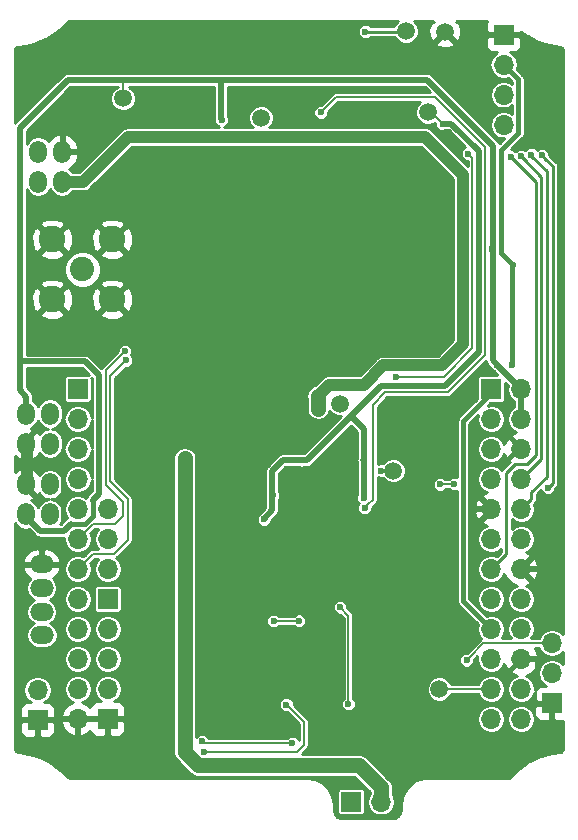
<source format=gbl>
G04 #@! TF.GenerationSoftware,KiCad,Pcbnew,5.0.2-bee76a0~70~ubuntu16.04.1*
G04 #@! TF.CreationDate,2020-11-05T00:34:30+01:00*
G04 #@! TF.ProjectId,WiRoc_NanoPi_v1,5769526f-635f-44e6-916e-6f50695f7631,rev?*
G04 #@! TF.SameCoordinates,Original*
G04 #@! TF.FileFunction,Copper,L2,Bot*
G04 #@! TF.FilePolarity,Positive*
%FSLAX46Y46*%
G04 Gerber Fmt 4.6, Leading zero omitted, Abs format (unit mm)*
G04 Created by KiCad (PCBNEW 5.0.2-bee76a0~70~ubuntu16.04.1) date tor  5 nov 2020 00:34:30*
%MOMM*%
%LPD*%
G01*
G04 APERTURE LIST*
G04 #@! TA.AperFunction,ViaPad*
%ADD10C,0.600000*%
G04 #@! TD*
G04 #@! TA.AperFunction,ComponentPad*
%ADD11O,1.700000X1.700000*%
G04 #@! TD*
G04 #@! TA.AperFunction,ComponentPad*
%ADD12R,1.700000X1.700000*%
G04 #@! TD*
G04 #@! TA.AperFunction,BGAPad,CuDef*
%ADD13C,1.500000*%
G04 #@! TD*
G04 #@! TA.AperFunction,ComponentPad*
%ADD14C,2.250000*%
G04 #@! TD*
G04 #@! TA.AperFunction,ComponentPad*
%ADD15C,2.050000*%
G04 #@! TD*
G04 #@! TA.AperFunction,ComponentPad*
%ADD16O,1.500000X1.900000*%
G04 #@! TD*
G04 #@! TA.AperFunction,ComponentPad*
%ADD17O,2.000000X1.500000*%
G04 #@! TD*
G04 #@! TA.AperFunction,ViaPad*
%ADD18C,0.400000*%
G04 #@! TD*
G04 #@! TA.AperFunction,Conductor*
%ADD19C,0.508000*%
G04 #@! TD*
G04 #@! TA.AperFunction,Conductor*
%ADD20C,0.203200*%
G04 #@! TD*
G04 #@! TA.AperFunction,Conductor*
%ADD21C,0.381000*%
G04 #@! TD*
G04 #@! TA.AperFunction,Conductor*
%ADD22C,1.300000*%
G04 #@! TD*
G04 #@! TA.AperFunction,Conductor*
%ADD23C,1.000000*%
G04 #@! TD*
G04 #@! TA.AperFunction,Conductor*
%ADD24C,0.254000*%
G04 #@! TD*
G04 APERTURE END LIST*
D10*
G04 #@! TO.N,GND*
G04 #@! TO.C,REF\002A\002A*
X78280000Y-103450000D03*
G04 #@! TD*
G04 #@! TO.N,GND*
G04 #@! TO.C,REF\002A\002A*
X74920000Y-104070000D03*
G04 #@! TD*
G04 #@! TO.N,GND*
G04 #@! TO.C,REF\002A\002A*
X75180000Y-83910000D03*
G04 #@! TD*
D11*
G04 #@! TO.P,J7,15*
G04 #@! TO.N,IRQ*
X88620000Y-96045000D03*
G04 #@! TO.P,J7,5*
G04 #@! TO.N,SCK*
X88620000Y-83345000D03*
G04 #@! TO.P,J7,22*
G04 #@! TO.N,UART2_RX*
X91160000Y-103665000D03*
G04 #@! TO.P,J7,21*
G04 #@! TO.N,N_VBUSEN*
X88620000Y-103665000D03*
G04 #@! TO.P,J7,18*
G04 #@! TO.N,Net-(J7-Pad18)*
X91160000Y-98585000D03*
G04 #@! TO.P,J7,19*
G04 #@! TO.N,LORAAUX*
X88620000Y-101125000D03*
G04 #@! TO.P,J7,13*
G04 #@! TO.N,LORAEN*
X88620000Y-93505000D03*
G04 #@! TO.P,J7,24*
G04 #@! TO.N,Net-(J7-Pad24)*
X91160000Y-106205000D03*
G04 #@! TO.P,J7,11*
G04 #@! TO.N,UART2_TX*
X88620000Y-90965000D03*
G04 #@! TO.P,J7,14*
G04 #@! TO.N,GND*
X91160000Y-93505000D03*
G04 #@! TO.P,J7,20*
X91160000Y-101125000D03*
G04 #@! TO.P,J7,10*
G04 #@! TO.N,UART1_RX*
X91160000Y-88425000D03*
G04 #@! TO.P,J7,23*
G04 #@! TO.N,Net-(J7-Pad23)*
X88620000Y-106205000D03*
G04 #@! TO.P,J7,16*
G04 #@! TO.N,Net-(J7-Pad16)*
X91160000Y-96045000D03*
G04 #@! TO.P,J7,17*
G04 #@! TO.N,SYS_3.3V*
X88620000Y-98585000D03*
G04 #@! TO.P,J7,6*
G04 #@! TO.N,GND*
X91160000Y-83345000D03*
G04 #@! TO.P,J7,12*
G04 #@! TO.N,Net-(J7-Pad12)*
X91160000Y-90965000D03*
G04 #@! TO.P,J7,9*
G04 #@! TO.N,GND*
X88620000Y-88425000D03*
D12*
G04 #@! TO.P,J7,1*
G04 #@! TO.N,SYS_3.3V*
X88620000Y-78265000D03*
D11*
G04 #@! TO.P,J7,7*
G04 #@! TO.N,Net-(J7-Pad7)*
X88620000Y-85885000D03*
G04 #@! TO.P,J7,4*
G04 #@! TO.N,VDD_5V*
X91160000Y-80805000D03*
G04 #@! TO.P,J7,3*
G04 #@! TO.N,SDA*
X88620000Y-80805000D03*
G04 #@! TO.P,J7,8*
G04 #@! TO.N,UART1_TX*
X91160000Y-85885000D03*
G04 #@! TO.P,J7,2*
G04 #@! TO.N,VDD_5V*
X91160000Y-78265000D03*
G04 #@! TO.P,J7,34*
G04 #@! TO.N,USBHost-DP2*
X53610000Y-85885000D03*
G04 #@! TO.P,J7,33*
G04 #@! TO.N,USBHost-DM1*
X53610000Y-83345000D03*
G04 #@! TO.P,J7,32*
G04 #@! TO.N,USBHost-DP1*
X53610000Y-80805000D03*
D12*
G04 #@! TO.P,J7,31*
G04 #@! TO.N,Net-(J7-Pad31)*
X53610000Y-78265000D03*
D11*
G04 #@! TO.P,J7,42*
G04 #@! TO.N,GND*
X53610000Y-106205000D03*
G04 #@! TO.P,J7,41*
G04 #@! TO.N,Net-(J7-Pad41)*
X53610000Y-103665000D03*
G04 #@! TO.P,J7,40*
G04 #@! TO.N,Net-(J7-Pad40)*
X53610000Y-101125000D03*
G04 #@! TO.P,J7,39*
G04 #@! TO.N,Net-(J7-Pad39)*
X53610000Y-98585000D03*
G04 #@! TO.P,J7,38*
G04 #@! TO.N,Net-(J7-Pad38)*
X53610000Y-96045000D03*
G04 #@! TO.P,J7,35*
G04 #@! TO.N,USBHost-DM2*
X53610000Y-88425000D03*
G04 #@! TO.P,J7,37*
G04 #@! TO.N,LORAMO*
X53610000Y-93505000D03*
G04 #@! TO.P,J7,36*
G04 #@! TO.N,LORARS*
X53610000Y-90965000D03*
G04 #@! TO.P,J7,53*
G04 #@! TO.N,Net-(J6-Pad2)*
X56150000Y-101125000D03*
G04 #@! TO.P,J7,52*
G04 #@! TO.N,Net-(J7-Pad52)*
X56150000Y-103665000D03*
G04 #@! TO.P,J7,54*
G04 #@! TO.N,Net-(J6-Pad3)*
X56150000Y-98585000D03*
D12*
G04 #@! TO.P,J7,51*
G04 #@! TO.N,GND*
X56150000Y-106205000D03*
G04 #@! TO.P,J7,61*
G04 #@! TO.N,N/C*
X56150000Y-96045000D03*
D11*
G04 #@! TO.P,J7,64*
X56150000Y-88425000D03*
G04 #@! TO.P,J7,62*
X56150000Y-93505000D03*
G04 #@! TO.P,J7,63*
X56150000Y-90965000D03*
G04 #@! TD*
D10*
G04 #@! TO.N,GND*
G04 #@! TO.C,REF\002A\002A*
X57190000Y-110540000D03*
G04 #@! TD*
G04 #@! TO.N,GND*
G04 #@! TO.C,REF\002A\002A*
X62656780Y-110636400D03*
G04 #@! TD*
D13*
G04 #@! TO.P,TP1,1*
G04 #@! TO.N,N_VBUSEN*
X84221380Y-103669180D03*
G04 #@! TD*
D10*
G04 #@! TO.N,GND*
G04 #@! TO.C,REF\002A\002A*
X53456900Y-73308560D03*
G04 #@! TD*
G04 #@! TO.N,GND*
G04 #@! TO.C,REF\002A\002A*
X53573740Y-63379700D03*
G04 #@! TD*
G04 #@! TO.N,GND*
G04 #@! TO.C,REF\002A\002A*
X66875780Y-92177540D03*
G04 #@! TD*
G04 #@! TO.N,GND*
G04 #@! TO.C,REF\002A\002A*
X51130000Y-108390000D03*
G04 #@! TD*
G04 #@! TO.N,GND*
G04 #@! TO.C,REF\002A\002A*
X91998860Y-49325880D03*
G04 #@! TD*
G04 #@! TO.N,GND*
G04 #@! TO.C,REF\002A\002A*
X52344380Y-56016240D03*
G04 #@! TD*
G04 #@! TO.N,GND*
G04 #@! TO.C,REF\002A\002A*
X49812000Y-52361180D03*
G04 #@! TD*
G04 #@! TO.N,GND*
G04 #@! TO.C,REF\002A\002A*
X59329380Y-72455120D03*
G04 #@! TD*
G04 #@! TO.N,GND*
G04 #@! TO.C,REF\002A\002A*
X62781240Y-70141180D03*
G04 #@! TD*
G04 #@! TO.N,GND*
G04 #@! TO.C,REF\002A\002A*
X62816800Y-68195540D03*
G04 #@! TD*
G04 #@! TO.N,GND*
G04 #@! TO.C,REF\002A\002A*
X62745680Y-66176240D03*
G04 #@! TD*
G04 #@! TO.N,GND*
G04 #@! TO.C,REF\002A\002A*
X59390340Y-63537180D03*
G04 #@! TD*
G04 #@! TO.N,GND*
G04 #@! TO.C,REF\002A\002A*
X76761460Y-84024140D03*
G04 #@! TD*
G04 #@! TO.N,GND*
G04 #@! TO.C,REF\002A\002A*
X70380000Y-77720000D03*
G04 #@! TD*
G04 #@! TO.N,GND*
G04 #@! TO.C,REF\002A\002A*
X89735720Y-84507420D03*
G04 #@! TD*
G04 #@! TO.N,GND*
G04 #@! TO.C,REF\002A\002A*
X92405260Y-94865540D03*
G04 #@! TD*
G04 #@! TO.N,GND*
G04 #@! TO.C,REF\002A\002A*
X92344300Y-92317920D03*
G04 #@! TD*
G04 #@! TO.N,GND*
G04 #@! TO.C,REF\002A\002A*
X93779400Y-107570620D03*
G04 #@! TD*
G04 #@! TO.N,GND*
G04 #@! TO.C,REF\002A\002A*
X92156340Y-104908700D03*
G04 #@! TD*
G04 #@! TO.N,GND*
G04 #@! TO.C,REF\002A\002A*
X77434560Y-92050540D03*
G04 #@! TD*
G04 #@! TO.N,GND*
G04 #@! TO.C,REF\002A\002A*
X79456400Y-90544320D03*
G04 #@! TD*
G04 #@! TO.N,GND*
G04 #@! TO.C,REF\002A\002A*
X69016940Y-79343600D03*
G04 #@! TD*
G04 #@! TO.N,GND*
G04 #@! TO.C,REF\002A\002A*
X68394700Y-80247160D03*
G04 #@! TD*
G04 #@! TO.N,GND*
G04 #@! TO.C,REF\002A\002A*
X65242560Y-80381780D03*
G04 #@! TD*
G04 #@! TO.N,GND*
G04 #@! TO.C,REF\002A\002A*
X63568700Y-81987060D03*
G04 #@! TD*
G04 #@! TO.N,GND*
G04 #@! TO.C,REF\002A\002A*
X66979920Y-81877840D03*
G04 #@! TD*
G04 #@! TO.N,GND*
G04 #@! TO.C,REF\002A\002A*
X58762960Y-87540180D03*
G04 #@! TD*
G04 #@! TO.N,GND*
G04 #@! TO.C,REF\002A\002A*
X58671520Y-97850040D03*
G04 #@! TD*
G04 #@! TO.N,GND*
G04 #@! TO.C,REF\002A\002A*
X65897820Y-102808120D03*
G04 #@! TD*
G04 #@! TO.N,GND*
G04 #@! TO.C,REF\002A\002A*
X60910000Y-102040000D03*
G04 #@! TD*
G04 #@! TO.N,GND*
G04 #@! TO.C,REF\002A\002A*
X69560560Y-96002780D03*
G04 #@! TD*
G04 #@! TO.N,GND*
G04 #@! TO.C,REF\002A\002A*
X69588500Y-93856480D03*
G04 #@! TD*
G04 #@! TO.N,BAT*
G04 #@! TO.C,REF\002A\002A*
X62705080Y-86266820D03*
G04 #@! TD*
G04 #@! TO.N,BAT*
G04 #@! TO.C,REF\002A\002A*
X62705080Y-85161920D03*
G04 #@! TD*
G04 #@! TO.N,BAT*
G04 #@! TO.C,REF\002A\002A*
X62687300Y-84138300D03*
G04 #@! TD*
G04 #@! TO.N,GND*
G04 #@! TO.C,REF\002A\002A*
X74750000Y-98560000D03*
G04 #@! TD*
G04 #@! TO.N,GND*
G04 #@! TO.C,REF\002A\002A*
X76890000Y-94050000D03*
G04 #@! TD*
G04 #@! TO.N,GND*
G04 #@! TO.C,REF\002A\002A*
X76030000Y-92600000D03*
G04 #@! TD*
G04 #@! TO.N,GND*
G04 #@! TO.C,REF\002A\002A*
X92750000Y-101070000D03*
G04 #@! TD*
G04 #@! TO.N,GND*
G04 #@! TO.C,REF\002A\002A*
X82938680Y-89714420D03*
G04 #@! TD*
G04 #@! TO.N,GND*
G04 #@! TO.C,REF\002A\002A*
X85630000Y-79310000D03*
G04 #@! TD*
G04 #@! TO.N,GND*
G04 #@! TO.C,REF\002A\002A*
X85000000Y-81790000D03*
G04 #@! TD*
G04 #@! TO.N,GND*
G04 #@! TO.C,REF\002A\002A*
X94150000Y-95300000D03*
G04 #@! TD*
G04 #@! TO.N,GND*
G04 #@! TO.C,REF\002A\002A*
X91160000Y-108820000D03*
G04 #@! TD*
G04 #@! TO.N,GND*
G04 #@! TO.C,REF\002A\002A*
X87340000Y-87060000D03*
G04 #@! TD*
G04 #@! TO.N,GND*
G04 #@! TO.C,REF\002A\002A*
X87470000Y-89720000D03*
G04 #@! TD*
D11*
G04 #@! TO.P,J1,2*
G04 #@! TO.N,Net-(J1-Pad2)*
X50210000Y-103750000D03*
D12*
G04 #@! TO.P,J1,1*
G04 #@! TO.N,GND*
X50210000Y-106290000D03*
G04 #@! TD*
D11*
G04 #@! TO.P,U2,4*
G04 #@! TO.N,SDA*
X89678000Y-55880000D03*
G04 #@! TO.P,U2,3*
G04 #@! TO.N,SCK*
X89678000Y-53340000D03*
G04 #@! TO.P,U2,2*
G04 #@! TO.N,SYS_3.3V*
X89678000Y-50800000D03*
D12*
G04 #@! TO.P,U2,1*
G04 #@! TO.N,GND*
X89678000Y-48260000D03*
G04 #@! TD*
D11*
G04 #@! TO.P,J6,3*
G04 #@! TO.N,Net-(J6-Pad3)*
X93766700Y-99790600D03*
G04 #@! TO.P,J6,2*
G04 #@! TO.N,Net-(J6-Pad2)*
X93766700Y-102330600D03*
D12*
G04 #@! TO.P,J6,1*
G04 #@! TO.N,GND*
X93766700Y-104870600D03*
G04 #@! TD*
D11*
G04 #@! TO.P,SW1,2*
G04 #@! TO.N,BAT*
X79301400Y-113201800D03*
D12*
G04 #@! TO.P,SW1,1*
G04 #@! TO.N,Net-(SW1-Pad1)*
X76761400Y-113201800D03*
G04 #@! TD*
D10*
G04 #@! TO.N,GND*
G04 #@! TO.C,REF\002A\002A*
X81048920Y-60743180D03*
G04 #@! TD*
G04 #@! TO.N,GND*
G04 #@! TO.C,REF\002A\002A*
X93050000Y-53460000D03*
G04 #@! TD*
G04 #@! TO.N,GND*
G04 #@! TO.C,REF\002A\002A*
X50193000Y-81642300D03*
G04 #@! TD*
G04 #@! TO.N,GND*
G04 #@! TO.C,REF\002A\002A*
X81380000Y-79990000D03*
G04 #@! TD*
D14*
G04 #@! TO.P,J9,2*
G04 #@! TO.N,GND*
X51460000Y-65602200D03*
X51460000Y-70682200D03*
X56540000Y-70682200D03*
X56540000Y-65602200D03*
D15*
G04 #@! TO.P,J9,1*
G04 #@! TO.N,Net-(J9-Pad1)*
X54000000Y-68142200D03*
G04 #@! TD*
D16*
G04 #@! TO.P,J2,4*
G04 #@! TO.N,GND*
X52290000Y-58180000D03*
G04 #@! TO.P,J2,1*
G04 #@! TO.N,VBUS*
X52290000Y-60720000D03*
G04 #@! TO.P,J2,2*
G04 #@! TO.N,Net-(J2-Pad2)*
X50290000Y-58180000D03*
G04 #@! TO.P,J2,3*
G04 #@! TO.N,Net-(J2-Pad3)*
X50290000Y-60720000D03*
G04 #@! TD*
D10*
G04 #@! TO.N,GND*
G04 #@! TO.C,REF\002A\002A*
X50231100Y-84677600D03*
G04 #@! TD*
D16*
G04 #@! TO.P,J8,1*
G04 #@! TO.N,VDD_5V*
X49250000Y-88881300D03*
G04 #@! TO.P,J8,4*
G04 #@! TO.N,GND*
X49250000Y-86341300D03*
G04 #@! TO.P,J8,2*
G04 #@! TO.N,USBHost-DM2*
X51250000Y-88881300D03*
G04 #@! TO.P,J8,3*
G04 #@! TO.N,USBHost-DP2*
X51250000Y-86341300D03*
G04 #@! TD*
G04 #@! TO.P,J4,4*
G04 #@! TO.N,GND*
X49250000Y-82899600D03*
G04 #@! TO.P,J4,1*
G04 #@! TO.N,VDD_5V*
X49250000Y-80359600D03*
G04 #@! TO.P,J4,2*
G04 #@! TO.N,USBHost-DM1*
X51250000Y-82899600D03*
G04 #@! TO.P,J4,3*
G04 #@! TO.N,USBHost-DP1*
X51250000Y-80359600D03*
G04 #@! TD*
D10*
G04 #@! TO.N,GND*
G04 #@! TO.C,REF\002A\002A*
X83340000Y-79480000D03*
G04 #@! TD*
G04 #@! TO.N,GND*
G04 #@! TO.C,REF\002A\002A*
X54213820Y-50824480D03*
G04 #@! TD*
G04 #@! TO.N,GND*
G04 #@! TO.C,REF\002A\002A*
X54089360Y-56100060D03*
G04 #@! TD*
G04 #@! TO.N,GND*
G04 #@! TO.C,REF\002A\002A*
X74090000Y-55920000D03*
G04 #@! TD*
G04 #@! TO.N,GND*
G04 #@! TO.C,REF\002A\002A*
X49240500Y-91332400D03*
G04 #@! TD*
G04 #@! TO.N,GND*
G04 #@! TO.C,REF\002A\002A*
X75760000Y-76660000D03*
G04 #@! TD*
G04 #@! TO.N,GND*
G04 #@! TO.C,REF\002A\002A*
X68293040Y-70562820D03*
G04 #@! TD*
G04 #@! TO.N,GND*
G04 #@! TO.C,REF\002A\002A*
X80914300Y-70532340D03*
G04 #@! TD*
G04 #@! TO.N,GND*
G04 #@! TO.C,REF\002A\002A*
X92920000Y-55400000D03*
G04 #@! TD*
G04 #@! TO.N,GND*
G04 #@! TO.C,REF\002A\002A*
X85920000Y-53460000D03*
G04 #@! TD*
G04 #@! TO.N,GND*
G04 #@! TO.C,REF\002A\002A*
X79756000Y-51181000D03*
G04 #@! TD*
G04 #@! TO.N,GND*
G04 #@! TO.C,REF\002A\002A*
X78348900Y-54832600D03*
G04 #@! TD*
G04 #@! TO.N,GND*
G04 #@! TO.C,REF\002A\002A*
X74736000Y-96594000D03*
G04 #@! TD*
G04 #@! TO.N,GND*
G04 #@! TO.C,REF\002A\002A*
X68600000Y-98630000D03*
G04 #@! TD*
G04 #@! TO.N,GND*
G04 #@! TO.C,REF\002A\002A*
X58536900Y-77710380D03*
G04 #@! TD*
G04 #@! TO.N,GND*
G04 #@! TO.C,REF\002A\002A*
X67060000Y-76560000D03*
G04 #@! TD*
G04 #@! TO.N,GND*
G04 #@! TO.C,REF\002A\002A*
X65016440Y-79305500D03*
G04 #@! TD*
G04 #@! TO.N,GND*
G04 #@! TO.C,REF\002A\002A*
X76840000Y-82730000D03*
G04 #@! TD*
G04 #@! TO.N,GND*
G04 #@! TO.C,REF\002A\002A*
X81975000Y-84148000D03*
G04 #@! TD*
G04 #@! TO.N,GND*
G04 #@! TO.C,REF\002A\002A*
X81975000Y-86307000D03*
G04 #@! TD*
G04 #@! TO.N,GND*
G04 #@! TO.C,REF\002A\002A*
X81975000Y-88339000D03*
G04 #@! TD*
G04 #@! TO.N,GND*
G04 #@! TO.C,REF\002A\002A*
X79054000Y-92911000D03*
G04 #@! TD*
G04 #@! TO.N,GND*
G04 #@! TO.C,REF\002A\002A*
X76890000Y-95600000D03*
G04 #@! TD*
G04 #@! TO.N,GND*
G04 #@! TO.C,REF\002A\002A*
X51661120Y-91367960D03*
G04 #@! TD*
G04 #@! TO.N,GND*
G04 #@! TO.C,REF\002A\002A*
X50256500Y-87611300D03*
G04 #@! TD*
G04 #@! TO.N,GND*
G04 #@! TO.C,REF\002A\002A*
X54864000Y-102362000D03*
G04 #@! TD*
G04 #@! TO.N,GND*
G04 #@! TO.C,REF\002A\002A*
X82047200Y-96289800D03*
G04 #@! TD*
G04 #@! TO.N,GND*
G04 #@! TO.C,REF\002A\002A*
X77310000Y-97800000D03*
G04 #@! TD*
G04 #@! TO.N,GND*
G04 #@! TO.C,REF\002A\002A*
X69910000Y-81989000D03*
G04 #@! TD*
G04 #@! TO.N,GND*
G04 #@! TO.C,REF\002A\002A*
X61927800Y-79236920D03*
G04 #@! TD*
G04 #@! TO.N,GND*
G04 #@! TO.C,REF\002A\002A*
X74226480Y-70011640D03*
G04 #@! TD*
G04 #@! TO.N,GND*
G04 #@! TO.C,REF\002A\002A*
X72331700Y-78855240D03*
G04 #@! TD*
G04 #@! TO.N,GND*
G04 #@! TO.C,REF\002A\002A*
X59705300Y-53854700D03*
G04 #@! TD*
G04 #@! TO.N,GND*
G04 #@! TO.C,REF\002A\002A*
X68107620Y-60834620D03*
G04 #@! TD*
G04 #@! TO.N,GND*
G04 #@! TO.C,REF\002A\002A*
X77622460Y-65330420D03*
G04 #@! TD*
G04 #@! TO.N,GND*
G04 #@! TO.C,REF\002A\002A*
X74135040Y-60588240D03*
G04 #@! TD*
G04 #@! TO.N,GND*
G04 #@! TO.C,REF\002A\002A*
X70096440Y-65515840D03*
G04 #@! TD*
G04 #@! TO.N,VBUS*
G04 #@! TO.C,REF\002A\002A*
X73970000Y-79920000D03*
G04 #@! TD*
G04 #@! TO.N,VBUS*
G04 #@! TO.C,REF\002A\002A*
X73940000Y-78880000D03*
G04 #@! TD*
G04 #@! TO.N,GND*
G04 #@! TO.C,REF\002A\002A*
X78740000Y-50038000D03*
G04 #@! TD*
G04 #@! TO.N,GND*
G04 #@! TO.C,REF\002A\002A*
X61236920Y-50948940D03*
G04 #@! TD*
G04 #@! TO.N,GND*
G04 #@! TO.C,REF\002A\002A*
X70231000Y-52959000D03*
G04 #@! TD*
G04 #@! TO.N,GND*
G04 #@! TO.C,REF\002A\002A*
X72265600Y-53283200D03*
G04 #@! TD*
G04 #@! TO.N,GND*
G04 #@! TO.C,REF\002A\002A*
X76581000Y-48006000D03*
G04 #@! TD*
G04 #@! TO.N,GND*
G04 #@! TO.C,REF\002A\002A*
X76835000Y-51181000D03*
G04 #@! TD*
G04 #@! TO.N,GND*
G04 #@! TO.C,REF\002A\002A*
X84400000Y-51940000D03*
G04 #@! TD*
G04 #@! TO.N,GND*
G04 #@! TO.C,REF\002A\002A*
X86184800Y-52038600D03*
G04 #@! TD*
G04 #@! TO.N,GND*
G04 #@! TO.C,REF\002A\002A*
X79435000Y-82751000D03*
G04 #@! TD*
G04 #@! TO.N,GND*
G04 #@! TO.C,REF\002A\002A*
X79435000Y-81100000D03*
G04 #@! TD*
G04 #@! TO.N,GND*
G04 #@! TO.C,REF\002A\002A*
X69402000Y-91784000D03*
G04 #@! TD*
G04 #@! TO.N,GND*
G04 #@! TO.C,REF\002A\002A*
X68456200Y-97201000D03*
G04 #@! TD*
G04 #@! TO.N,GND*
G04 #@! TO.C,REF\002A\002A*
X66830600Y-97175600D03*
G04 #@! TD*
G04 #@! TO.N,GND*
G04 #@! TO.C,REF\002A\002A*
X65357400Y-97175600D03*
G04 #@! TD*
G04 #@! TO.N,GND*
G04 #@! TO.C,REF\002A\002A*
X72577000Y-81735000D03*
G04 #@! TD*
G04 #@! TO.N,GND*
G04 #@! TO.C,REF\002A\002A*
X61927800Y-76572460D03*
G04 #@! TD*
G04 #@! TO.N,GND*
G04 #@! TO.C,REF\002A\002A*
X73120000Y-76570000D03*
G04 #@! TD*
D13*
G04 #@! TO.P,TP2,1*
G04 #@! TO.N,Net-(C2-Pad1)*
X75820000Y-79520000D03*
G04 #@! TD*
G04 #@! TO.P,TP3,1*
G04 #@! TO.N,Net-(R2-Pad2)*
X80324000Y-85180000D03*
G04 #@! TD*
G04 #@! TO.P,TP4,1*
G04 #@! TO.N,EXTEN*
X69141400Y-55302500D03*
G04 #@! TD*
G04 #@! TO.P,TP9,1*
G04 #@! TO.N,GND*
X84709000Y-48006000D03*
G04 #@! TD*
G04 #@! TO.P,TP10,1*
G04 #@! TO.N,IPSOUT*
X83256180Y-54817360D03*
G04 #@! TD*
G04 #@! TO.P,TP11,1*
G04 #@! TO.N,Net-(C13-Pad1)*
X81396900Y-47974600D03*
G04 #@! TD*
G04 #@! TO.P,TP14,1*
G04 #@! TO.N,VDD_5V*
X57470000Y-53660000D03*
G04 #@! TD*
D10*
G04 #@! TO.N,GND*
G04 #@! TO.C,REF\002A\002A*
X71180000Y-81735000D03*
G04 #@! TD*
D17*
G04 #@! TO.P,J3,3*
G04 #@! TO.N,UART2_TX*
X50561300Y-95117000D03*
G04 #@! TO.P,J3,2*
G04 #@! TO.N,UART2_RX*
X50561300Y-97117000D03*
G04 #@! TO.P,J3,4*
G04 #@! TO.N,GND*
X50561300Y-93117000D03*
G04 #@! TO.P,J3,1*
G04 #@! TO.N,SYS_3.3V*
X50561300Y-99117000D03*
G04 #@! TD*
D18*
G04 #@! TO.N,GND*
X75373600Y-88480200D03*
X73973600Y-88480200D03*
X75373600Y-87080200D03*
X73977300Y-87080200D03*
X75373600Y-89880200D03*
X73977300Y-89880200D03*
X72573600Y-89880200D03*
X72573600Y-88480200D03*
X72573600Y-87080200D03*
D10*
G04 #@! TO.N,IPSOUT*
X69376600Y-89307500D03*
X77812700Y-87480200D03*
X72573600Y-84298700D03*
X70119990Y-87278039D03*
X84506315Y-55793685D03*
G04 #@! TO.N,Net-(C2-Pad1)*
X75790000Y-79696000D03*
G04 #@! TO.N,PWRON*
X64295624Y-108974376D03*
X71280000Y-104980000D03*
X72341634Y-97890000D03*
X70199992Y-97900000D03*
G04 #@! TO.N,Net-(C13-Pad1)*
X77978000Y-48006000D03*
G04 #@! TO.N,VDD_5V*
X65750500Y-52102100D03*
X65810000Y-55500000D03*
X89123580Y-76204160D03*
X88732334Y-66372334D03*
G04 #@! TO.N,SYS_3.3V*
X90370000Y-76250000D03*
X90440002Y-67790000D03*
G04 #@! TO.N,SCK*
X84297580Y-86343840D03*
X85502386Y-86306886D03*
G04 #@! TO.N,UART1_TX*
X91160000Y-58570000D03*
G04 #@! TO.N,UART1_RX*
X92033698Y-58423288D03*
G04 #@! TO.N,LORAAUX*
X93431420Y-86648640D03*
X92913060Y-58488832D03*
G04 #@! TO.N,LORAEN*
X90261790Y-58613042D03*
G04 #@! TO.N,N_VBUSEN*
X75828200Y-96744910D03*
X84076600Y-103577740D03*
X76540000Y-104950000D03*
G04 #@! TO.N,Net-(R2-Pad2)*
X79308000Y-85180000D03*
G04 #@! TO.N,EXTEN*
X74186699Y-54845301D03*
X69128700Y-55086600D03*
X77897453Y-88343148D03*
G04 #@! TO.N,Net-(J6-Pad3)*
X86538183Y-101230780D03*
G04 #@! TO.N,LORARS*
X57624781Y-75035244D03*
G04 #@! TO.N,LORAMO*
X86690000Y-58330000D03*
X57710000Y-75850000D03*
X80569996Y-77260510D03*
G04 #@! TO.N,UART2_RX*
X71790000Y-108270000D03*
X64160000Y-108110000D03*
G04 #@! TD*
D19*
G04 #@! TO.N,GND*
X49202400Y-82632900D02*
X50193000Y-81642300D01*
X49202400Y-82899600D02*
X49202400Y-82632900D01*
X49250000Y-86604800D02*
X50256500Y-87611300D01*
X49250000Y-86341300D02*
X49250000Y-86604800D01*
D20*
X92450001Y-101369999D02*
X92750000Y-101070000D01*
X92713500Y-104870600D02*
X92450001Y-104607101D01*
X92450001Y-104607101D02*
X92450001Y-101369999D01*
X93766700Y-104870600D02*
X92713500Y-104870600D01*
X90860001Y-108520001D02*
X91160000Y-108820000D01*
X90017899Y-107677899D02*
X90860001Y-108520001D01*
X90017899Y-102267101D02*
X90017899Y-107677899D01*
D21*
X90310001Y-101974999D02*
X90017899Y-102267101D01*
X91160000Y-101125000D02*
X90310001Y-101974999D01*
X87340000Y-86635736D02*
X87340000Y-87060000D01*
X88029119Y-82113999D02*
X87340000Y-82803118D01*
X89928999Y-82113999D02*
X88029119Y-82113999D01*
X87340000Y-82803118D02*
X87340000Y-86635736D01*
X91160000Y-83345000D02*
X89928999Y-82113999D01*
X90898140Y-83345000D02*
X89735720Y-84507420D01*
X91160000Y-83345000D02*
X90898140Y-83345000D01*
D19*
X88620000Y-88340000D02*
X87340000Y-87060000D01*
X88620000Y-88425000D02*
X88620000Y-88340000D01*
X88620000Y-88570000D02*
X87470000Y-89720000D01*
X88620000Y-88425000D02*
X88620000Y-88570000D01*
X91160000Y-93620280D02*
X92405260Y-94865540D01*
X91160000Y-93505000D02*
X91160000Y-93620280D01*
X91160000Y-93502220D02*
X92344300Y-92317920D01*
X91160000Y-93505000D02*
X91160000Y-93502220D01*
D21*
G04 #@! TO.N,IPSOUT*
X77812700Y-87480200D02*
X77806500Y-87486400D01*
X77806500Y-87486400D02*
X77806500Y-87480200D01*
D19*
X70057320Y-88553120D02*
X69376600Y-89233840D01*
X70057320Y-85208780D02*
X70057320Y-88553120D01*
X70967400Y-84298700D02*
X70057320Y-85208780D01*
X71434000Y-84298700D02*
X70967400Y-84298700D01*
X72573600Y-84298700D02*
X71434000Y-84298700D01*
X77820000Y-84270000D02*
X77791300Y-84298700D01*
D20*
X83479190Y-54766560D02*
X84506315Y-55793685D01*
X83360320Y-54766560D02*
X83479190Y-54766560D01*
D19*
X72997864Y-84298700D02*
X72573600Y-84298700D01*
X77812700Y-87055936D02*
X77812700Y-87480200D01*
X77812700Y-81682700D02*
X77812700Y-87055936D01*
X76720000Y-80590000D02*
X77812700Y-81682700D01*
X73040000Y-84270000D02*
X72602300Y-84270000D01*
X73040000Y-84256260D02*
X73040000Y-84270000D01*
X72602300Y-84270000D02*
X72573600Y-84298700D01*
X79291248Y-78005012D02*
X73040000Y-84256260D01*
X84700263Y-78005012D02*
X79291248Y-78005012D01*
X84506315Y-55793685D02*
X85255547Y-55793685D01*
X85255547Y-55793685D02*
X87581422Y-58119560D01*
X87581422Y-75123853D02*
X84700263Y-78005012D01*
X87581422Y-58119560D02*
X87581422Y-75123853D01*
D20*
G04 #@! TO.N,Net-(C2-Pad1)*
X75790000Y-79696000D02*
X75790000Y-79696000D01*
D22*
G04 #@! TO.N,BAT*
X62687300Y-84138300D02*
X62687300Y-109015242D01*
X62687300Y-109015242D02*
X63797918Y-110125860D01*
X77427541Y-110125860D02*
X79301400Y-111999719D01*
X79301400Y-111999719D02*
X79301400Y-113201800D01*
X63797918Y-110125860D02*
X77427541Y-110125860D01*
D23*
G04 #@! TO.N,VBUS*
X79464160Y-76270000D02*
X77818040Y-77916120D01*
X86243200Y-60139142D02*
X86243200Y-74486800D01*
X57840000Y-56920000D02*
X83024058Y-56920000D01*
X54040000Y-60720000D02*
X57840000Y-56920000D01*
X52290000Y-60720000D02*
X54040000Y-60720000D01*
X83024058Y-56920000D02*
X86243200Y-60139142D01*
X86243200Y-74486800D02*
X84460000Y-76270000D01*
X84460000Y-76270000D02*
X79464160Y-76270000D01*
D22*
X73970000Y-78910000D02*
X73940000Y-78880000D01*
X73970000Y-79920000D02*
X73970000Y-78910000D01*
D23*
X74903880Y-77916120D02*
X77818040Y-77916120D01*
X73940000Y-78880000D02*
X74903880Y-77916120D01*
D20*
G04 #@! TO.N,PWRON*
X64295624Y-108974376D02*
X72175624Y-108974376D01*
X72760000Y-106460000D02*
X71579999Y-105279999D01*
X72175624Y-108974376D02*
X72760000Y-108390000D01*
X71579999Y-105279999D02*
X71280000Y-104980000D01*
X72760000Y-108390000D02*
X72760000Y-106460000D01*
X72341634Y-97890000D02*
X70209992Y-97890000D01*
X70209992Y-97890000D02*
X70199992Y-97900000D01*
D24*
G04 #@! TO.N,Net-(C13-Pad1)*
X81460400Y-48000000D02*
X77978000Y-48006000D01*
G04 #@! TO.N,VDD_5V*
X49253200Y-88881300D02*
X49253200Y-89081300D01*
D19*
X91160000Y-78265000D02*
X91160000Y-80805000D01*
D21*
X49250000Y-89081300D02*
X49250000Y-88881300D01*
D19*
X54866600Y-87624000D02*
X54866600Y-87746942D01*
X52415450Y-90288510D02*
X53022560Y-89681400D01*
X50457210Y-90288510D02*
X52415450Y-90288510D01*
X49250000Y-89081300D02*
X50457210Y-90288510D01*
D21*
X54194278Y-89681400D02*
X53022560Y-89681400D01*
X54866600Y-89009078D02*
X54194278Y-89681400D01*
X54866600Y-87624000D02*
X54866600Y-89009078D01*
D19*
X65699700Y-52152900D02*
X65750500Y-52102100D01*
X55374600Y-87116000D02*
X54866600Y-87624000D01*
X55374600Y-77114600D02*
X55374600Y-87116000D01*
X54190000Y-75930000D02*
X55374600Y-77114600D01*
D20*
X57470000Y-52599340D02*
X57470000Y-52102100D01*
X57470000Y-53660000D02*
X57470000Y-52599340D01*
D19*
X65750500Y-52102100D02*
X57470000Y-52102100D01*
X65750500Y-55440500D02*
X65810000Y-55500000D01*
X65750500Y-52102100D02*
X65750500Y-55440500D01*
X91160000Y-78265000D02*
X89123580Y-76228580D01*
X89123580Y-76228580D02*
X89123580Y-76204160D01*
X89123580Y-76204160D02*
X88759789Y-75840369D01*
X88777569Y-68203244D02*
X88777569Y-67778980D01*
X88777569Y-57653112D02*
X88777569Y-67354716D01*
X88759789Y-75840369D02*
X88759789Y-68221024D01*
X83226557Y-52102100D02*
X88777569Y-57653112D01*
X65750500Y-52102100D02*
X83226557Y-52102100D01*
X88777569Y-67354716D02*
X88777569Y-67778980D01*
X88759789Y-68221024D02*
X88777569Y-68203244D01*
X52757900Y-52102100D02*
X48710000Y-56150000D01*
X57470000Y-52102100D02*
X52757900Y-52102100D01*
X49250000Y-78901600D02*
X49250000Y-80359600D01*
X48710000Y-78361600D02*
X49250000Y-78901600D01*
X54190000Y-75930000D02*
X48710000Y-75930000D01*
X48710000Y-75930000D02*
X48710000Y-78361600D01*
X48710000Y-56150000D02*
X48710000Y-75930000D01*
D21*
G04 #@! TO.N,SYS_3.3V*
X89678000Y-50800000D02*
X89300000Y-51178000D01*
X86263540Y-80986934D02*
X88620000Y-78630474D01*
X86263540Y-96228540D02*
X86263540Y-80986934D01*
X88620000Y-78630474D02*
X88620000Y-78265000D01*
X88620000Y-98585000D02*
X86263540Y-96228540D01*
X90350000Y-76230000D02*
X90370000Y-76250000D01*
X90350000Y-67880002D02*
X90350000Y-76230000D01*
X90440002Y-67790000D02*
X90350000Y-67880002D01*
X90921701Y-56598299D02*
X90921701Y-52043701D01*
X89458579Y-58061421D02*
X90921701Y-56598299D01*
X89458579Y-59966177D02*
X89458579Y-58061421D01*
X90440002Y-67790000D02*
X90440002Y-67760002D01*
X89471279Y-66791279D02*
X89471279Y-59978877D01*
X90440002Y-67760002D02*
X89471279Y-66791279D01*
X90921701Y-52043701D02*
X89678000Y-50800000D01*
X89471279Y-59978877D02*
X89458579Y-59966177D01*
D20*
G04 #@! TO.N,SDA*
X89678000Y-55880000D02*
X89899200Y-55880000D01*
G04 #@! TO.N,SCK*
X84297580Y-86343840D02*
X85465432Y-86343840D01*
X85465432Y-86343840D02*
X85502386Y-86306886D01*
D24*
G04 #@! TO.N,UART1_TX*
X92877711Y-60287711D02*
X91459999Y-58869999D01*
X92877711Y-84167289D02*
X92877711Y-60287711D01*
X91160000Y-85885000D02*
X92877711Y-84167289D01*
X91459999Y-58869999D02*
X91160000Y-58570000D01*
G04 #@! TO.N,UART1_RX*
X92009999Y-87007823D02*
X93337159Y-85680663D01*
X91160000Y-88425000D02*
X92009999Y-87575001D01*
X92033698Y-58515853D02*
X92033698Y-58423288D01*
X93337159Y-85680663D02*
X93337159Y-59819314D01*
X93337159Y-59819314D02*
X92033698Y-58515853D01*
X92009999Y-87575001D02*
X92009999Y-87007823D01*
G04 #@! TO.N,LORAAUX*
X93213059Y-58788831D02*
X92913060Y-58488832D01*
X93431420Y-86648640D02*
X93822859Y-86257201D01*
X93822859Y-86257201D02*
X93822859Y-59398631D01*
X93822859Y-59398631D02*
X93213059Y-58788831D01*
G04 #@! TO.N,LORAEN*
X91691520Y-84621720D02*
X92420500Y-83892740D01*
X89905900Y-85350700D02*
X90634880Y-84621720D01*
X90561789Y-58913041D02*
X90261790Y-58613042D01*
X88620000Y-93505000D02*
X89905900Y-92219100D01*
X92420500Y-83892740D02*
X92420500Y-60771752D01*
X90634880Y-84621720D02*
X91691520Y-84621720D01*
X92420500Y-60771752D02*
X90561789Y-58913041D01*
X89905900Y-92219100D02*
X89905900Y-85350700D01*
D20*
G04 #@! TO.N,N_VBUSEN*
X75879000Y-96721000D02*
X75932480Y-96667520D01*
X84076600Y-103577740D02*
X84076600Y-103615840D01*
X84163860Y-103665000D02*
X84076600Y-103577740D01*
X84076600Y-103615840D02*
X84107080Y-103646320D01*
X88620000Y-103665000D02*
X84163860Y-103665000D01*
X76540000Y-97456710D02*
X75828200Y-96744910D01*
X76540000Y-104950000D02*
X76540000Y-97456710D01*
G04 #@! TO.N,Net-(R2-Pad2)*
X80324000Y-85180000D02*
X79308000Y-85180000D01*
G04 #@! TO.N,EXTEN*
X78590001Y-87650600D02*
X78197452Y-88043149D01*
X78590001Y-79629999D02*
X78590001Y-87650600D01*
X84926469Y-78551123D02*
X79668877Y-78551123D01*
X88127533Y-75350059D02*
X84926469Y-78551123D01*
X78197452Y-88043149D02*
X77897453Y-88343148D01*
X79668877Y-78551123D02*
X78590001Y-79629999D01*
X74186699Y-54845301D02*
X75492260Y-53539740D01*
X75492260Y-53539740D02*
X83873919Y-53539740D01*
X83873919Y-53539740D02*
X88127533Y-57793354D01*
X88127533Y-57793354D02*
X88127533Y-75350059D01*
G04 #@! TO.N,Net-(J6-Pad3)*
X56150000Y-98585000D02*
X56150000Y-98434400D01*
X86838182Y-100930781D02*
X86538183Y-101230780D01*
X87965663Y-99803300D02*
X86838182Y-100930781D01*
X93754000Y-99803300D02*
X87965663Y-99803300D01*
X93766700Y-99790600D02*
X93754000Y-99803300D01*
G04 #@! TO.N,LORARS*
X54461151Y-90115001D02*
X54459999Y-90115001D01*
X54459999Y-90115001D02*
X53610000Y-90965000D01*
X54874432Y-89701720D02*
X54461151Y-90115001D01*
X56771600Y-89701720D02*
X54874432Y-89701720D01*
X57432000Y-89041320D02*
X56771600Y-89701720D01*
X55971489Y-76968511D02*
X55971489Y-86361489D01*
X55971489Y-86361489D02*
X57432000Y-87822000D01*
X57432000Y-87822000D02*
X57432000Y-89041320D01*
X57324782Y-75335243D02*
X57624781Y-75035244D01*
X55970000Y-76970000D02*
X55970000Y-76690025D01*
X55970000Y-76690025D02*
X57324782Y-75335243D01*
G04 #@! TO.N,LORAMO*
X54908840Y-92206160D02*
X54459999Y-92655001D01*
X56365200Y-86085200D02*
X57840000Y-87560000D01*
X56365200Y-77197300D02*
X56365200Y-86085200D01*
X54459999Y-92655001D02*
X53610000Y-93505000D01*
X57720398Y-75842102D02*
X56365200Y-77197300D01*
X57840000Y-87560000D02*
X57840000Y-91026000D01*
X56659840Y-92206160D02*
X54908840Y-92206160D01*
X57840000Y-91026000D02*
X56659840Y-92206160D01*
X84589704Y-77260510D02*
X80994260Y-77260510D01*
X87035310Y-74814904D02*
X84589704Y-77260510D01*
X87035311Y-58675311D02*
X87035310Y-74814904D01*
X86690000Y-58330000D02*
X87035311Y-58675311D01*
X80994260Y-77260510D02*
X80569996Y-77260510D01*
G04 #@! TO.N,USBHost-DM2*
X53610000Y-88425000D02*
X53610000Y-88249000D01*
D23*
X53610000Y-88249000D02*
X53610000Y-88144786D01*
D20*
G04 #@! TO.N,UART2_RX*
X64320000Y-108270000D02*
X64160000Y-108110000D01*
X71790000Y-108270000D02*
X64320000Y-108270000D01*
G04 #@! TD*
D24*
G04 #@! TO.N,GND*
G36*
X85425700Y-60477762D02*
X85425701Y-74148180D01*
X84121381Y-75452500D01*
X79544666Y-75452500D01*
X79464159Y-75436486D01*
X79383652Y-75452500D01*
X79383648Y-75452500D01*
X79145188Y-75499933D01*
X79091388Y-75535881D01*
X78946136Y-75632935D01*
X78874776Y-75680616D01*
X78829171Y-75748869D01*
X77479421Y-77098620D01*
X74984386Y-77098620D01*
X74903879Y-77082606D01*
X74823372Y-77098620D01*
X74823368Y-77098620D01*
X74584908Y-77146053D01*
X74314496Y-77326736D01*
X74268891Y-77394990D01*
X73728206Y-77935675D01*
X73562501Y-77968635D01*
X73242472Y-78182472D01*
X73028635Y-78502501D01*
X72953547Y-78880000D01*
X73002501Y-79126111D01*
X73002500Y-80015288D01*
X73058635Y-80297499D01*
X73272472Y-80617528D01*
X73592500Y-80831365D01*
X73970000Y-80906454D01*
X74347499Y-80831365D01*
X74667528Y-80617528D01*
X74881365Y-80297500D01*
X74915619Y-80125292D01*
X75215310Y-80424983D01*
X75607661Y-80587500D01*
X75900537Y-80587500D01*
X72789538Y-83698500D01*
X72738194Y-83698500D01*
X72696428Y-83681200D01*
X72450772Y-83681200D01*
X72339717Y-83727200D01*
X71023680Y-83727200D01*
X70967399Y-83716005D01*
X70911118Y-83727200D01*
X70911114Y-83727200D01*
X70744412Y-83760359D01*
X70555372Y-83886672D01*
X70523489Y-83934388D01*
X69693011Y-84764867D01*
X69645292Y-84796752D01*
X69518979Y-84985793D01*
X69485820Y-85152495D01*
X69485820Y-85152499D01*
X69474625Y-85208780D01*
X69485820Y-85265061D01*
X69485821Y-88316396D01*
X68932689Y-88869529D01*
X68915363Y-88895459D01*
X68853108Y-88957714D01*
X68759100Y-89184672D01*
X68759100Y-89430328D01*
X68853108Y-89657286D01*
X69026814Y-89830992D01*
X69253772Y-89925000D01*
X69499428Y-89925000D01*
X69726386Y-89830992D01*
X69900092Y-89657286D01*
X69994100Y-89430328D01*
X69994100Y-89424562D01*
X70421632Y-88997031D01*
X70469348Y-88965148D01*
X70595661Y-88776108D01*
X70628820Y-88609406D01*
X70628820Y-88609402D01*
X70640015Y-88553121D01*
X70628820Y-88496840D01*
X70628820Y-87642487D01*
X70643482Y-87627825D01*
X70737490Y-87400867D01*
X70737490Y-87155211D01*
X70643482Y-86928253D01*
X70628820Y-86913591D01*
X70628820Y-85445502D01*
X71204123Y-84870200D01*
X72339717Y-84870200D01*
X72450772Y-84916200D01*
X72696428Y-84916200D01*
X72807483Y-84870200D01*
X73054150Y-84870200D01*
X73220852Y-84837041D01*
X73409892Y-84710728D01*
X73410550Y-84709742D01*
X73452028Y-84682028D01*
X73511581Y-84592901D01*
X76713130Y-81391352D01*
X77241200Y-81919423D01*
X77241200Y-84134831D01*
X77208605Y-84298700D01*
X77241201Y-84462569D01*
X77241201Y-86999646D01*
X77241200Y-86999651D01*
X77241200Y-87246317D01*
X77195200Y-87357372D01*
X77195200Y-87603028D01*
X77289208Y-87829986D01*
X77413273Y-87954051D01*
X77373961Y-87993362D01*
X77279953Y-88220320D01*
X77279953Y-88465976D01*
X77373961Y-88692934D01*
X77547667Y-88866640D01*
X77774625Y-88960648D01*
X78020281Y-88960648D01*
X78247239Y-88866640D01*
X78420945Y-88692934D01*
X78514953Y-88465976D01*
X78514953Y-88318345D01*
X78522985Y-88310313D01*
X78522987Y-88310310D01*
X78857163Y-87976135D01*
X78892155Y-87952754D01*
X78984784Y-87814124D01*
X79009101Y-87691874D01*
X79017311Y-87650601D01*
X79009101Y-87609328D01*
X79009101Y-85724570D01*
X79185172Y-85797500D01*
X79430828Y-85797500D01*
X79431534Y-85797207D01*
X79719310Y-86084983D01*
X80111661Y-86247500D01*
X80536339Y-86247500D01*
X80928690Y-86084983D01*
X81228983Y-85784690D01*
X81391500Y-85392339D01*
X81391500Y-84967661D01*
X81228983Y-84575310D01*
X80928690Y-84275017D01*
X80536339Y-84112500D01*
X80111661Y-84112500D01*
X79719310Y-84275017D01*
X79431534Y-84562793D01*
X79430828Y-84562500D01*
X79185172Y-84562500D01*
X79009101Y-84635430D01*
X79009101Y-79803595D01*
X79842474Y-78970223D01*
X84885196Y-78970223D01*
X84926469Y-78978433D01*
X84967742Y-78970223D01*
X84967743Y-78970223D01*
X85089993Y-78945906D01*
X85228623Y-78853277D01*
X85252005Y-78818283D01*
X88175057Y-75895232D01*
X88175589Y-75897905D01*
X88209485Y-76068311D01*
X88338604Y-76261554D01*
X88387388Y-76294150D01*
X88543322Y-76450085D01*
X88589323Y-76561139D01*
X88766601Y-76738417D01*
X88835968Y-76767150D01*
X89147149Y-77078331D01*
X87770000Y-77078331D01*
X87641162Y-77103958D01*
X87531939Y-77176939D01*
X87458958Y-77286162D01*
X87433331Y-77415000D01*
X87433331Y-79080762D01*
X85931615Y-80582479D01*
X85888137Y-80611530D01*
X85851749Y-80665989D01*
X85773052Y-80783767D01*
X85732639Y-80986934D01*
X85742841Y-81038222D01*
X85742841Y-85738108D01*
X85625214Y-85689386D01*
X85379558Y-85689386D01*
X85152600Y-85783394D01*
X85011254Y-85924740D01*
X84751758Y-85924740D01*
X84647366Y-85820348D01*
X84420408Y-85726340D01*
X84174752Y-85726340D01*
X83947794Y-85820348D01*
X83774088Y-85994054D01*
X83680080Y-86221012D01*
X83680080Y-86466668D01*
X83774088Y-86693626D01*
X83947794Y-86867332D01*
X84174752Y-86961340D01*
X84420408Y-86961340D01*
X84647366Y-86867332D01*
X84751758Y-86762940D01*
X85085162Y-86762940D01*
X85152600Y-86830378D01*
X85379558Y-86924386D01*
X85625214Y-86924386D01*
X85742841Y-86875664D01*
X85742840Y-96177257D01*
X85732639Y-96228540D01*
X85742840Y-96279823D01*
X85773051Y-96431706D01*
X85888136Y-96603944D01*
X85931617Y-96632997D01*
X87494149Y-98195530D01*
X87416679Y-98585000D01*
X87508276Y-99045491D01*
X87766676Y-99432212D01*
X87663509Y-99501146D01*
X87640129Y-99536137D01*
X86571021Y-100605246D01*
X86571018Y-100605248D01*
X86562986Y-100613280D01*
X86415355Y-100613280D01*
X86188397Y-100707288D01*
X86014691Y-100880994D01*
X85920683Y-101107952D01*
X85920683Y-101353608D01*
X86014691Y-101580566D01*
X86188397Y-101754272D01*
X86415355Y-101848280D01*
X86661011Y-101848280D01*
X86887969Y-101754272D01*
X87061675Y-101580566D01*
X87155683Y-101353608D01*
X87155683Y-101205977D01*
X87163715Y-101197945D01*
X87163717Y-101197942D01*
X87461378Y-100900281D01*
X87416679Y-101125000D01*
X87508276Y-101585491D01*
X87769124Y-101975876D01*
X88159509Y-102236724D01*
X88503762Y-102305200D01*
X88736238Y-102305200D01*
X89080491Y-102236724D01*
X89470876Y-101975876D01*
X89731724Y-101585491D01*
X89741363Y-101537032D01*
X89888355Y-101891924D01*
X90278642Y-102320183D01*
X90771894Y-102551827D01*
X90704464Y-102565240D01*
X90318280Y-102823280D01*
X90060240Y-103209464D01*
X89969628Y-103665000D01*
X90060240Y-104120536D01*
X90318280Y-104506720D01*
X90704464Y-104764760D01*
X91045015Y-104832500D01*
X91274985Y-104832500D01*
X91615536Y-104764760D01*
X92001720Y-104506720D01*
X92259760Y-104120536D01*
X92281700Y-104010236D01*
X92281700Y-104584850D01*
X92440450Y-104743600D01*
X93639700Y-104743600D01*
X93639700Y-104723600D01*
X93893700Y-104723600D01*
X93893700Y-104743600D01*
X93913700Y-104743600D01*
X93913700Y-104997600D01*
X93893700Y-104997600D01*
X93893700Y-106196850D01*
X94052450Y-106355600D01*
X94673001Y-106355600D01*
X94673001Y-108780487D01*
X94653913Y-108876452D01*
X94617799Y-108930499D01*
X94551516Y-108974789D01*
X94495321Y-108991168D01*
X94484665Y-108996715D01*
X93799459Y-109085880D01*
X93791072Y-109087665D01*
X93782546Y-109088533D01*
X93753641Y-109095213D01*
X92824712Y-109354820D01*
X92813991Y-109358767D01*
X92802957Y-109361727D01*
X92775517Y-109372934D01*
X92775492Y-109372943D01*
X92775482Y-109372949D01*
X91900018Y-109777730D01*
X91890065Y-109783342D01*
X91879648Y-109788026D01*
X91854350Y-109803477D01*
X91854329Y-109803489D01*
X91854321Y-109803495D01*
X91054836Y-110343041D01*
X91045908Y-110350172D01*
X91036375Y-110356461D01*
X91013868Y-110375761D01*
X91013853Y-110375773D01*
X91013847Y-110375779D01*
X90310909Y-111036207D01*
X90298056Y-111050389D01*
X90292540Y-111053769D01*
X90197044Y-111142044D01*
X90117470Y-111171401D01*
X90097150Y-111173000D01*
X83267795Y-111173000D01*
X83262267Y-111174100D01*
X82972126Y-111195661D01*
X82939556Y-111202822D01*
X82906501Y-111207350D01*
X82902667Y-111208472D01*
X82364489Y-111369421D01*
X82324282Y-111388000D01*
X82283690Y-111406157D01*
X82280325Y-111408310D01*
X81808951Y-111713839D01*
X81775547Y-111742980D01*
X81741710Y-111771777D01*
X81739084Y-111774788D01*
X81372409Y-112200334D01*
X81348502Y-112237718D01*
X81324133Y-112274816D01*
X81322457Y-112278442D01*
X81089958Y-112789798D01*
X81077505Y-112832385D01*
X81064527Y-112874835D01*
X81063937Y-112878786D01*
X80985557Y-113426085D01*
X80981000Y-113448996D01*
X80981000Y-113796893D01*
X80905864Y-114141770D01*
X80731845Y-114417141D01*
X80474138Y-114616388D01*
X80454175Y-114622763D01*
X75833926Y-114629658D01*
X75596859Y-114479845D01*
X75397612Y-114222138D01*
X75293069Y-113894746D01*
X75285000Y-113774998D01*
X75285000Y-113448995D01*
X75282619Y-113437026D01*
X75262339Y-113164126D01*
X75255178Y-113131556D01*
X75250650Y-113098501D01*
X75249528Y-113094667D01*
X75088579Y-112556489D01*
X75070000Y-112516282D01*
X75051843Y-112475690D01*
X75049690Y-112472325D01*
X74971570Y-112351800D01*
X75587680Y-112351800D01*
X75587680Y-114051800D01*
X75612322Y-114175682D01*
X75682495Y-114280705D01*
X75787518Y-114350878D01*
X75911400Y-114375520D01*
X77611400Y-114375520D01*
X77735282Y-114350878D01*
X77840305Y-114280705D01*
X77910478Y-114175682D01*
X77935120Y-114051800D01*
X77935120Y-112351800D01*
X77910478Y-112227918D01*
X77840305Y-112122895D01*
X77735282Y-112052722D01*
X77611400Y-112028080D01*
X75911400Y-112028080D01*
X75787518Y-112052722D01*
X75682495Y-112122895D01*
X75612322Y-112227918D01*
X75587680Y-112351800D01*
X74971570Y-112351800D01*
X74744161Y-112000951D01*
X74715020Y-111967547D01*
X74686223Y-111933710D01*
X74683212Y-111931084D01*
X74257666Y-111564409D01*
X74220282Y-111540502D01*
X74183184Y-111516133D01*
X74179558Y-111514457D01*
X73668202Y-111281958D01*
X73625615Y-111269505D01*
X73583165Y-111256527D01*
X73579214Y-111255937D01*
X73114769Y-111189423D01*
X73032205Y-111173000D01*
X52922208Y-111173000D01*
X52826248Y-111153913D01*
X52755725Y-111106790D01*
X52734144Y-111081522D01*
X52719432Y-111069924D01*
X52713520Y-111061783D01*
X52693217Y-111040151D01*
X52151965Y-110513547D01*
X52145356Y-110508077D01*
X52139386Y-110501935D01*
X52116205Y-110483420D01*
X51336029Y-109916296D01*
X51326280Y-109910342D01*
X51317110Y-109903528D01*
X51291300Y-109888977D01*
X51291267Y-109888957D01*
X51291251Y-109888951D01*
X50430454Y-109453865D01*
X50419876Y-109449545D01*
X50409736Y-109444286D01*
X50381906Y-109434039D01*
X50381897Y-109434035D01*
X50381893Y-109434034D01*
X49462594Y-109142166D01*
X49451459Y-109139592D01*
X49440612Y-109136023D01*
X49411518Y-109130360D01*
X49411491Y-109130354D01*
X49411479Y-109130353D01*
X48633271Y-109015242D01*
X61700847Y-109015242D01*
X61775935Y-109392741D01*
X61935795Y-109631988D01*
X61935798Y-109631991D01*
X61989773Y-109712770D01*
X62070552Y-109766745D01*
X63046415Y-110742608D01*
X63100390Y-110823388D01*
X63181169Y-110877363D01*
X63181171Y-110877365D01*
X63413849Y-111032836D01*
X63420418Y-111037225D01*
X63702629Y-111093360D01*
X63702632Y-111093360D01*
X63797917Y-111112313D01*
X63893202Y-111093360D01*
X77026790Y-111093360D01*
X78333900Y-112400471D01*
X78333900Y-112548322D01*
X78201640Y-112746264D01*
X78111028Y-113201800D01*
X78201640Y-113657336D01*
X78459680Y-114043520D01*
X78845864Y-114301560D01*
X79186415Y-114369300D01*
X79416385Y-114369300D01*
X79756936Y-114301560D01*
X80143120Y-114043520D01*
X80401160Y-113657336D01*
X80491772Y-113201800D01*
X80401160Y-112746264D01*
X80268900Y-112548323D01*
X80268900Y-112095004D01*
X80287853Y-111999719D01*
X80268900Y-111904434D01*
X80268900Y-111904430D01*
X80212765Y-111622219D01*
X80186260Y-111582551D01*
X80052905Y-111382972D01*
X80052903Y-111382970D01*
X79998928Y-111302191D01*
X79918149Y-111248216D01*
X78179045Y-109509113D01*
X78125069Y-109428332D01*
X77805041Y-109214495D01*
X77522830Y-109158360D01*
X77522826Y-109158360D01*
X77427541Y-109139407D01*
X77332256Y-109158360D01*
X72584336Y-109158360D01*
X73027163Y-108715534D01*
X73062154Y-108692154D01*
X73127739Y-108593998D01*
X73154782Y-108553526D01*
X73154782Y-108553525D01*
X73154783Y-108553524D01*
X73179100Y-108431274D01*
X73179100Y-108431271D01*
X73187309Y-108390001D01*
X73179100Y-108348731D01*
X73179100Y-106501269D01*
X73187309Y-106459999D01*
X73179100Y-106418729D01*
X73179100Y-106418726D01*
X73154783Y-106296476D01*
X73093662Y-106205000D01*
X87429628Y-106205000D01*
X87520240Y-106660536D01*
X87778280Y-107046720D01*
X88164464Y-107304760D01*
X88505015Y-107372500D01*
X88734985Y-107372500D01*
X89075536Y-107304760D01*
X89461720Y-107046720D01*
X89719760Y-106660536D01*
X89810372Y-106205000D01*
X89969628Y-106205000D01*
X90060240Y-106660536D01*
X90318280Y-107046720D01*
X90704464Y-107304760D01*
X91045015Y-107372500D01*
X91274985Y-107372500D01*
X91615536Y-107304760D01*
X92001720Y-107046720D01*
X92259760Y-106660536D01*
X92350372Y-106205000D01*
X92259760Y-105749464D01*
X92001720Y-105363280D01*
X91692028Y-105156350D01*
X92281700Y-105156350D01*
X92281700Y-105846910D01*
X92378373Y-106080299D01*
X92557002Y-106258927D01*
X92790391Y-106355600D01*
X93480950Y-106355600D01*
X93639700Y-106196850D01*
X93639700Y-104997600D01*
X92440450Y-104997600D01*
X92281700Y-105156350D01*
X91692028Y-105156350D01*
X91615536Y-105105240D01*
X91274985Y-105037500D01*
X91045015Y-105037500D01*
X90704464Y-105105240D01*
X90318280Y-105363280D01*
X90060240Y-105749464D01*
X89969628Y-106205000D01*
X89810372Y-106205000D01*
X89719760Y-105749464D01*
X89461720Y-105363280D01*
X89075536Y-105105240D01*
X88734985Y-105037500D01*
X88505015Y-105037500D01*
X88164464Y-105105240D01*
X87778280Y-105363280D01*
X87520240Y-105749464D01*
X87429628Y-106205000D01*
X73093662Y-106205000D01*
X73062154Y-106157846D01*
X73027163Y-106134466D01*
X71905534Y-105012838D01*
X71905532Y-105012835D01*
X71897500Y-105004803D01*
X71897500Y-104857172D01*
X71803492Y-104630214D01*
X71629786Y-104456508D01*
X71402828Y-104362500D01*
X71157172Y-104362500D01*
X70930214Y-104456508D01*
X70756508Y-104630214D01*
X70662500Y-104857172D01*
X70662500Y-105102828D01*
X70756508Y-105329786D01*
X70930214Y-105503492D01*
X71157172Y-105597500D01*
X71304803Y-105597500D01*
X71312835Y-105605532D01*
X71312838Y-105605534D01*
X72340901Y-106633598D01*
X72340900Y-107986384D01*
X72313492Y-107920214D01*
X72139786Y-107746508D01*
X71912828Y-107652500D01*
X71667172Y-107652500D01*
X71440214Y-107746508D01*
X71335822Y-107850900D01*
X64721055Y-107850900D01*
X64683492Y-107760214D01*
X64509786Y-107586508D01*
X64282828Y-107492500D01*
X64037172Y-107492500D01*
X63810214Y-107586508D01*
X63654800Y-107741922D01*
X63654800Y-97777172D01*
X69582492Y-97777172D01*
X69582492Y-98022828D01*
X69676500Y-98249786D01*
X69850206Y-98423492D01*
X70077164Y-98517500D01*
X70322820Y-98517500D01*
X70549778Y-98423492D01*
X70664170Y-98309100D01*
X71887456Y-98309100D01*
X71991848Y-98413492D01*
X72218806Y-98507500D01*
X72464462Y-98507500D01*
X72691420Y-98413492D01*
X72865126Y-98239786D01*
X72959134Y-98012828D01*
X72959134Y-97767172D01*
X72865126Y-97540214D01*
X72691420Y-97366508D01*
X72464462Y-97272500D01*
X72218806Y-97272500D01*
X71991848Y-97366508D01*
X71887456Y-97470900D01*
X70644170Y-97470900D01*
X70549778Y-97376508D01*
X70322820Y-97282500D01*
X70077164Y-97282500D01*
X69850206Y-97376508D01*
X69676500Y-97550214D01*
X69582492Y-97777172D01*
X63654800Y-97777172D01*
X63654800Y-96622082D01*
X75210700Y-96622082D01*
X75210700Y-96867738D01*
X75304708Y-97094696D01*
X75478414Y-97268402D01*
X75705372Y-97362410D01*
X75853004Y-97362410D01*
X76120901Y-97630308D01*
X76120900Y-104495822D01*
X76016508Y-104600214D01*
X75922500Y-104827172D01*
X75922500Y-105072828D01*
X76016508Y-105299786D01*
X76190214Y-105473492D01*
X76417172Y-105567500D01*
X76662828Y-105567500D01*
X76889786Y-105473492D01*
X77063492Y-105299786D01*
X77157500Y-105072828D01*
X77157500Y-104827172D01*
X77063492Y-104600214D01*
X76959100Y-104495822D01*
X76959100Y-103456841D01*
X83153880Y-103456841D01*
X83153880Y-103881519D01*
X83316397Y-104273870D01*
X83616690Y-104574163D01*
X84009041Y-104736680D01*
X84433719Y-104736680D01*
X84826070Y-104574163D01*
X85126363Y-104273870D01*
X85204968Y-104084100D01*
X87512992Y-104084100D01*
X87520240Y-104120536D01*
X87778280Y-104506720D01*
X88164464Y-104764760D01*
X88505015Y-104832500D01*
X88734985Y-104832500D01*
X89075536Y-104764760D01*
X89461720Y-104506720D01*
X89719760Y-104120536D01*
X89810372Y-103665000D01*
X89719760Y-103209464D01*
X89461720Y-102823280D01*
X89075536Y-102565240D01*
X88734985Y-102497500D01*
X88505015Y-102497500D01*
X88164464Y-102565240D01*
X87778280Y-102823280D01*
X87520240Y-103209464D01*
X87512992Y-103245900D01*
X85201505Y-103245900D01*
X85126363Y-103064490D01*
X84826070Y-102764197D01*
X84433719Y-102601680D01*
X84009041Y-102601680D01*
X83616690Y-102764197D01*
X83316397Y-103064490D01*
X83153880Y-103456841D01*
X76959100Y-103456841D01*
X76959100Y-97497982D01*
X76967310Y-97456709D01*
X76951357Y-97376508D01*
X76934783Y-97293186D01*
X76842154Y-97154556D01*
X76807163Y-97131176D01*
X76445700Y-96769714D01*
X76445700Y-96622082D01*
X76351692Y-96395124D01*
X76177986Y-96221418D01*
X75951028Y-96127410D01*
X75705372Y-96127410D01*
X75478414Y-96221418D01*
X75304708Y-96395124D01*
X75210700Y-96622082D01*
X63654800Y-96622082D01*
X63654800Y-84043011D01*
X63598665Y-83760800D01*
X63384828Y-83440772D01*
X63064799Y-83226935D01*
X62687300Y-83151846D01*
X62309800Y-83226935D01*
X61989772Y-83440772D01*
X61775935Y-83760801D01*
X61719800Y-84043012D01*
X61719801Y-108919952D01*
X61700847Y-109015242D01*
X48633271Y-109015242D01*
X48531194Y-109000143D01*
X48410488Y-108953203D01*
X48363535Y-108908255D01*
X48331428Y-108835288D01*
X48327000Y-108794852D01*
X48327000Y-106575750D01*
X48725000Y-106575750D01*
X48725000Y-107266310D01*
X48821673Y-107499699D01*
X49000302Y-107678327D01*
X49233691Y-107775000D01*
X49924250Y-107775000D01*
X50083000Y-107616250D01*
X50083000Y-106417000D01*
X50337000Y-106417000D01*
X50337000Y-107616250D01*
X50495750Y-107775000D01*
X51186309Y-107775000D01*
X51419698Y-107678327D01*
X51598327Y-107499699D01*
X51695000Y-107266310D01*
X51695000Y-106575750D01*
X51681140Y-106561890D01*
X52168524Y-106561890D01*
X52338355Y-106971924D01*
X52728642Y-107400183D01*
X53253108Y-107646486D01*
X53483000Y-107525819D01*
X53483000Y-106332000D01*
X53737000Y-106332000D01*
X53737000Y-107525819D01*
X53966892Y-107646486D01*
X54491358Y-107400183D01*
X54673070Y-107200792D01*
X54761673Y-107414699D01*
X54940302Y-107593327D01*
X55173691Y-107690000D01*
X55864250Y-107690000D01*
X56023000Y-107531250D01*
X56023000Y-106332000D01*
X56277000Y-106332000D01*
X56277000Y-107531250D01*
X56435750Y-107690000D01*
X57126309Y-107690000D01*
X57359698Y-107593327D01*
X57538327Y-107414699D01*
X57635000Y-107181310D01*
X57635000Y-106490750D01*
X57476250Y-106332000D01*
X56277000Y-106332000D01*
X56023000Y-106332000D01*
X53737000Y-106332000D01*
X53483000Y-106332000D01*
X52289845Y-106332000D01*
X52168524Y-106561890D01*
X51681140Y-106561890D01*
X51536250Y-106417000D01*
X50337000Y-106417000D01*
X50083000Y-106417000D01*
X48883750Y-106417000D01*
X48725000Y-106575750D01*
X48327000Y-106575750D01*
X48327000Y-105313690D01*
X48725000Y-105313690D01*
X48725000Y-106004250D01*
X48883750Y-106163000D01*
X50083000Y-106163000D01*
X50083000Y-106143000D01*
X50337000Y-106143000D01*
X50337000Y-106163000D01*
X51536250Y-106163000D01*
X51695000Y-106004250D01*
X51695000Y-105848110D01*
X52168524Y-105848110D01*
X52289845Y-106078000D01*
X53483000Y-106078000D01*
X53483000Y-106058000D01*
X53737000Y-106058000D01*
X53737000Y-106078000D01*
X56023000Y-106078000D01*
X56023000Y-106058000D01*
X56277000Y-106058000D01*
X56277000Y-106078000D01*
X57476250Y-106078000D01*
X57635000Y-105919250D01*
X57635000Y-105228690D01*
X57538327Y-104995301D01*
X57359698Y-104816673D01*
X57126309Y-104720000D01*
X56672524Y-104720000D01*
X56991720Y-104506720D01*
X57249760Y-104120536D01*
X57340372Y-103665000D01*
X57249760Y-103209464D01*
X56991720Y-102823280D01*
X56605536Y-102565240D01*
X56264985Y-102497500D01*
X56035015Y-102497500D01*
X55694464Y-102565240D01*
X55308280Y-102823280D01*
X55050240Y-103209464D01*
X54959628Y-103665000D01*
X55050240Y-104120536D01*
X55308280Y-104506720D01*
X55627476Y-104720000D01*
X55173691Y-104720000D01*
X54940302Y-104816673D01*
X54761673Y-104995301D01*
X54673070Y-105209208D01*
X54491358Y-105009817D01*
X53998106Y-104778173D01*
X54065536Y-104764760D01*
X54451720Y-104506720D01*
X54709760Y-104120536D01*
X54800372Y-103665000D01*
X54709760Y-103209464D01*
X54451720Y-102823280D01*
X54065536Y-102565240D01*
X53724985Y-102497500D01*
X53495015Y-102497500D01*
X53154464Y-102565240D01*
X52768280Y-102823280D01*
X52510240Y-103209464D01*
X52419628Y-103665000D01*
X52510240Y-104120536D01*
X52768280Y-104506720D01*
X53154464Y-104764760D01*
X53221894Y-104778173D01*
X52728642Y-105009817D01*
X52338355Y-105438076D01*
X52168524Y-105848110D01*
X51695000Y-105848110D01*
X51695000Y-105313690D01*
X51598327Y-105080301D01*
X51419698Y-104901673D01*
X51186309Y-104805000D01*
X50755384Y-104805000D01*
X51060876Y-104600876D01*
X51321724Y-104210491D01*
X51413321Y-103750000D01*
X51321724Y-103289509D01*
X51060876Y-102899124D01*
X50670491Y-102638276D01*
X50326238Y-102569800D01*
X50093762Y-102569800D01*
X49749509Y-102638276D01*
X49359124Y-102899124D01*
X49098276Y-103289509D01*
X49006679Y-103750000D01*
X49098276Y-104210491D01*
X49359124Y-104600876D01*
X49664616Y-104805000D01*
X49233691Y-104805000D01*
X49000302Y-104901673D01*
X48821673Y-105080301D01*
X48725000Y-105313690D01*
X48327000Y-105313690D01*
X48327000Y-101125000D01*
X52419628Y-101125000D01*
X52510240Y-101580536D01*
X52768280Y-101966720D01*
X53154464Y-102224760D01*
X53495015Y-102292500D01*
X53724985Y-102292500D01*
X54065536Y-102224760D01*
X54451720Y-101966720D01*
X54709760Y-101580536D01*
X54800372Y-101125000D01*
X54959628Y-101125000D01*
X55050240Y-101580536D01*
X55308280Y-101966720D01*
X55694464Y-102224760D01*
X56035015Y-102292500D01*
X56264985Y-102292500D01*
X56605536Y-102224760D01*
X56991720Y-101966720D01*
X57249760Y-101580536D01*
X57340372Y-101125000D01*
X57249760Y-100669464D01*
X56991720Y-100283280D01*
X56605536Y-100025240D01*
X56264985Y-99957500D01*
X56035015Y-99957500D01*
X55694464Y-100025240D01*
X55308280Y-100283280D01*
X55050240Y-100669464D01*
X54959628Y-101125000D01*
X54800372Y-101125000D01*
X54709760Y-100669464D01*
X54451720Y-100283280D01*
X54065536Y-100025240D01*
X53724985Y-99957500D01*
X53495015Y-99957500D01*
X53154464Y-100025240D01*
X52768280Y-100283280D01*
X52510240Y-100669464D01*
X52419628Y-101125000D01*
X48327000Y-101125000D01*
X48327000Y-93458185D01*
X48968982Y-93458185D01*
X48987819Y-93561235D01*
X49258564Y-94033894D01*
X49607401Y-94303460D01*
X49541676Y-94347376D01*
X49305738Y-94700482D01*
X49222887Y-95117000D01*
X49305738Y-95533518D01*
X49541676Y-95886624D01*
X49886458Y-96117000D01*
X49541676Y-96347376D01*
X49305738Y-96700482D01*
X49222887Y-97117000D01*
X49305738Y-97533518D01*
X49541676Y-97886624D01*
X49875028Y-98109363D01*
X49532519Y-98338219D01*
X49293774Y-98695527D01*
X49209938Y-99117000D01*
X49293774Y-99538473D01*
X49532519Y-99895781D01*
X49889827Y-100134526D01*
X50204911Y-100197200D01*
X50917689Y-100197200D01*
X51232773Y-100134526D01*
X51590081Y-99895781D01*
X51828826Y-99538473D01*
X51912662Y-99117000D01*
X51828826Y-98695527D01*
X51754975Y-98585000D01*
X52419628Y-98585000D01*
X52510240Y-99040536D01*
X52768280Y-99426720D01*
X53154464Y-99684760D01*
X53495015Y-99752500D01*
X53724985Y-99752500D01*
X54065536Y-99684760D01*
X54451720Y-99426720D01*
X54709760Y-99040536D01*
X54800372Y-98585000D01*
X54959628Y-98585000D01*
X55050240Y-99040536D01*
X55308280Y-99426720D01*
X55694464Y-99684760D01*
X56035015Y-99752500D01*
X56264985Y-99752500D01*
X56605536Y-99684760D01*
X56991720Y-99426720D01*
X57249760Y-99040536D01*
X57340372Y-98585000D01*
X57249760Y-98129464D01*
X56991720Y-97743280D01*
X56605536Y-97485240D01*
X56264985Y-97417500D01*
X56035015Y-97417500D01*
X55694464Y-97485240D01*
X55308280Y-97743280D01*
X55050240Y-98129464D01*
X54959628Y-98585000D01*
X54800372Y-98585000D01*
X54709760Y-98129464D01*
X54451720Y-97743280D01*
X54065536Y-97485240D01*
X53724985Y-97417500D01*
X53495015Y-97417500D01*
X53154464Y-97485240D01*
X52768280Y-97743280D01*
X52510240Y-98129464D01*
X52419628Y-98585000D01*
X51754975Y-98585000D01*
X51590081Y-98338219D01*
X51247572Y-98109363D01*
X51580924Y-97886624D01*
X51816862Y-97533518D01*
X51899713Y-97117000D01*
X51816862Y-96700482D01*
X51580924Y-96347376D01*
X51236142Y-96117000D01*
X51343897Y-96045000D01*
X52419628Y-96045000D01*
X52510240Y-96500536D01*
X52768280Y-96886720D01*
X53154464Y-97144760D01*
X53495015Y-97212500D01*
X53724985Y-97212500D01*
X54065536Y-97144760D01*
X54451720Y-96886720D01*
X54709760Y-96500536D01*
X54800372Y-96045000D01*
X54709760Y-95589464D01*
X54451720Y-95203280D01*
X54439329Y-95195000D01*
X54976280Y-95195000D01*
X54976280Y-96895000D01*
X55000922Y-97018882D01*
X55071095Y-97123905D01*
X55176118Y-97194078D01*
X55300000Y-97218720D01*
X57000000Y-97218720D01*
X57123882Y-97194078D01*
X57228905Y-97123905D01*
X57299078Y-97018882D01*
X57323720Y-96895000D01*
X57323720Y-95195000D01*
X57299078Y-95071118D01*
X57228905Y-94966095D01*
X57123882Y-94895922D01*
X57000000Y-94871280D01*
X55300000Y-94871280D01*
X55176118Y-94895922D01*
X55071095Y-94966095D01*
X55000922Y-95071118D01*
X54976280Y-95195000D01*
X54439329Y-95195000D01*
X54065536Y-94945240D01*
X53724985Y-94877500D01*
X53495015Y-94877500D01*
X53154464Y-94945240D01*
X52768280Y-95203280D01*
X52510240Y-95589464D01*
X52419628Y-96045000D01*
X51343897Y-96045000D01*
X51580924Y-95886624D01*
X51816862Y-95533518D01*
X51899713Y-95117000D01*
X51816862Y-94700482D01*
X51580924Y-94347376D01*
X51515199Y-94303460D01*
X51864036Y-94033894D01*
X52134781Y-93561235D01*
X52153618Y-93458185D01*
X52030956Y-93244000D01*
X50688300Y-93244000D01*
X50688300Y-93264000D01*
X50434300Y-93264000D01*
X50434300Y-93244000D01*
X49091644Y-93244000D01*
X48968982Y-93458185D01*
X48327000Y-93458185D01*
X48327000Y-92775815D01*
X48968982Y-92775815D01*
X49091644Y-92990000D01*
X50434300Y-92990000D01*
X50434300Y-91885132D01*
X50688300Y-91885132D01*
X50688300Y-92990000D01*
X52030956Y-92990000D01*
X52153618Y-92775815D01*
X52134781Y-92672765D01*
X51864036Y-92200106D01*
X51433021Y-91867036D01*
X50907355Y-91724261D01*
X50688300Y-91885132D01*
X50434300Y-91885132D01*
X50215245Y-91724261D01*
X49689579Y-91867036D01*
X49258564Y-92200106D01*
X48987819Y-92672765D01*
X48968982Y-92775815D01*
X48327000Y-92775815D01*
X48327000Y-89644241D01*
X48471220Y-89860081D01*
X48828528Y-90098826D01*
X49250000Y-90182662D01*
X49479524Y-90137007D01*
X50003430Y-90660913D01*
X50036025Y-90709695D01*
X50229267Y-90838814D01*
X50399673Y-90872710D01*
X50399674Y-90872710D01*
X50457210Y-90884155D01*
X50514746Y-90872710D01*
X52357914Y-90872710D01*
X52415450Y-90884155D01*
X52436544Y-90879959D01*
X52419628Y-90965000D01*
X52510240Y-91420536D01*
X52768280Y-91806720D01*
X53154464Y-92064760D01*
X53495015Y-92132500D01*
X53724985Y-92132500D01*
X54065536Y-92064760D01*
X54451720Y-91806720D01*
X54709760Y-91420536D01*
X54800372Y-90965000D01*
X54709760Y-90509464D01*
X54689121Y-90478576D01*
X54724842Y-90442855D01*
X54763305Y-90417155D01*
X54786687Y-90382161D01*
X55048029Y-90120820D01*
X55311962Y-90120820D01*
X55308280Y-90123280D01*
X55050240Y-90509464D01*
X54959628Y-90965000D01*
X55050240Y-91420536D01*
X55295144Y-91787060D01*
X54950112Y-91787060D01*
X54908839Y-91778850D01*
X54867566Y-91787060D01*
X54745316Y-91811377D01*
X54606686Y-91904006D01*
X54583306Y-91938997D01*
X54192838Y-92329466D01*
X54192835Y-92329468D01*
X54096424Y-92425879D01*
X54065536Y-92405240D01*
X53724985Y-92337500D01*
X53495015Y-92337500D01*
X53154464Y-92405240D01*
X52768280Y-92663280D01*
X52510240Y-93049464D01*
X52419628Y-93505000D01*
X52510240Y-93960536D01*
X52768280Y-94346720D01*
X53154464Y-94604760D01*
X53495015Y-94672500D01*
X53724985Y-94672500D01*
X54065536Y-94604760D01*
X54451720Y-94346720D01*
X54709760Y-93960536D01*
X54800372Y-93505000D01*
X54709760Y-93049464D01*
X54689121Y-93018576D01*
X54785532Y-92922165D01*
X54785534Y-92922162D01*
X55082437Y-92625260D01*
X55365181Y-92625260D01*
X55308280Y-92663280D01*
X55050240Y-93049464D01*
X54959628Y-93505000D01*
X55050240Y-93960536D01*
X55308280Y-94346720D01*
X55694464Y-94604760D01*
X56035015Y-94672500D01*
X56264985Y-94672500D01*
X56605536Y-94604760D01*
X56991720Y-94346720D01*
X57249760Y-93960536D01*
X57340372Y-93505000D01*
X57249760Y-93049464D01*
X56991720Y-92663280D01*
X56860895Y-92575866D01*
X56961994Y-92508314D01*
X56985376Y-92473320D01*
X58107163Y-91351534D01*
X58142154Y-91328154D01*
X58234783Y-91189524D01*
X58259100Y-91067274D01*
X58267310Y-91026001D01*
X58259100Y-90984728D01*
X58259100Y-87601272D01*
X58267310Y-87559999D01*
X58243141Y-87438496D01*
X58234783Y-87396476D01*
X58142154Y-87257846D01*
X58107163Y-87234466D01*
X56784300Y-85911604D01*
X56784300Y-77370896D01*
X57687697Y-76467500D01*
X57832828Y-76467500D01*
X58059786Y-76373492D01*
X58233492Y-76199786D01*
X58327500Y-75972828D01*
X58327500Y-75727172D01*
X58233492Y-75500214D01*
X58133291Y-75400013D01*
X58148273Y-75385030D01*
X58242281Y-75158072D01*
X58242281Y-74912416D01*
X58148273Y-74685458D01*
X57974567Y-74511752D01*
X57747609Y-74417744D01*
X57501953Y-74417744D01*
X57274995Y-74511752D01*
X57101289Y-74685458D01*
X57007281Y-74912416D01*
X57007281Y-75060047D01*
X55702838Y-76364491D01*
X55667847Y-76387871D01*
X55590224Y-76504041D01*
X54643781Y-75557599D01*
X54611185Y-75508815D01*
X54417943Y-75379696D01*
X54247537Y-75345800D01*
X54247536Y-75345800D01*
X54190000Y-75334355D01*
X54132464Y-75345800D01*
X49294200Y-75345800D01*
X49294200Y-71925147D01*
X50396658Y-71925147D01*
X50510621Y-72204973D01*
X51165629Y-72452370D01*
X51865451Y-72430275D01*
X52409379Y-72204973D01*
X52523342Y-71925147D01*
X55476658Y-71925147D01*
X55590621Y-72204973D01*
X56245629Y-72452370D01*
X56945451Y-72430275D01*
X57489379Y-72204973D01*
X57603342Y-71925147D01*
X56540000Y-70861805D01*
X55476658Y-71925147D01*
X52523342Y-71925147D01*
X51460000Y-70861805D01*
X50396658Y-71925147D01*
X49294200Y-71925147D01*
X49294200Y-70387829D01*
X49689830Y-70387829D01*
X49711925Y-71087651D01*
X49937227Y-71631579D01*
X50217053Y-71745542D01*
X51280395Y-70682200D01*
X51639605Y-70682200D01*
X52702947Y-71745542D01*
X52982773Y-71631579D01*
X53230170Y-70976571D01*
X53211583Y-70387829D01*
X54769830Y-70387829D01*
X54791925Y-71087651D01*
X55017227Y-71631579D01*
X55297053Y-71745542D01*
X56360395Y-70682200D01*
X56719605Y-70682200D01*
X57782947Y-71745542D01*
X58062773Y-71631579D01*
X58310170Y-70976571D01*
X58288075Y-70276749D01*
X58062773Y-69732821D01*
X57782947Y-69618858D01*
X56719605Y-70682200D01*
X56360395Y-70682200D01*
X55297053Y-69618858D01*
X55017227Y-69732821D01*
X54769830Y-70387829D01*
X53211583Y-70387829D01*
X53208075Y-70276749D01*
X52982773Y-69732821D01*
X52702947Y-69618858D01*
X51639605Y-70682200D01*
X51280395Y-70682200D01*
X50217053Y-69618858D01*
X49937227Y-69732821D01*
X49689830Y-70387829D01*
X49294200Y-70387829D01*
X49294200Y-69439253D01*
X50396658Y-69439253D01*
X51460000Y-70502595D01*
X52523342Y-69439253D01*
X52409379Y-69159427D01*
X51754371Y-68912030D01*
X51054549Y-68934125D01*
X50510621Y-69159427D01*
X50396658Y-69439253D01*
X49294200Y-69439253D01*
X49294200Y-67833488D01*
X52448000Y-67833488D01*
X52448000Y-68450912D01*
X52684278Y-69021337D01*
X53120863Y-69457922D01*
X53691288Y-69694200D01*
X54308712Y-69694200D01*
X54879137Y-69457922D01*
X54897806Y-69439253D01*
X55476658Y-69439253D01*
X56540000Y-70502595D01*
X57603342Y-69439253D01*
X57489379Y-69159427D01*
X56834371Y-68912030D01*
X56134549Y-68934125D01*
X55590621Y-69159427D01*
X55476658Y-69439253D01*
X54897806Y-69439253D01*
X55315722Y-69021337D01*
X55552000Y-68450912D01*
X55552000Y-67833488D01*
X55315722Y-67263063D01*
X54897806Y-66845147D01*
X55476658Y-66845147D01*
X55590621Y-67124973D01*
X56245629Y-67372370D01*
X56945451Y-67350275D01*
X57489379Y-67124973D01*
X57603342Y-66845147D01*
X56540000Y-65781805D01*
X55476658Y-66845147D01*
X54897806Y-66845147D01*
X54879137Y-66826478D01*
X54308712Y-66590200D01*
X53691288Y-66590200D01*
X53120863Y-66826478D01*
X52684278Y-67263063D01*
X52448000Y-67833488D01*
X49294200Y-67833488D01*
X49294200Y-66845147D01*
X50396658Y-66845147D01*
X50510621Y-67124973D01*
X51165629Y-67372370D01*
X51865451Y-67350275D01*
X52409379Y-67124973D01*
X52523342Y-66845147D01*
X51460000Y-65781805D01*
X50396658Y-66845147D01*
X49294200Y-66845147D01*
X49294200Y-65307829D01*
X49689830Y-65307829D01*
X49711925Y-66007651D01*
X49937227Y-66551579D01*
X50217053Y-66665542D01*
X51280395Y-65602200D01*
X51639605Y-65602200D01*
X52702947Y-66665542D01*
X52982773Y-66551579D01*
X53230170Y-65896571D01*
X53211583Y-65307829D01*
X54769830Y-65307829D01*
X54791925Y-66007651D01*
X55017227Y-66551579D01*
X55297053Y-66665542D01*
X56360395Y-65602200D01*
X56719605Y-65602200D01*
X57782947Y-66665542D01*
X58062773Y-66551579D01*
X58310170Y-65896571D01*
X58288075Y-65196749D01*
X58062773Y-64652821D01*
X57782947Y-64538858D01*
X56719605Y-65602200D01*
X56360395Y-65602200D01*
X55297053Y-64538858D01*
X55017227Y-64652821D01*
X54769830Y-65307829D01*
X53211583Y-65307829D01*
X53208075Y-65196749D01*
X52982773Y-64652821D01*
X52702947Y-64538858D01*
X51639605Y-65602200D01*
X51280395Y-65602200D01*
X50217053Y-64538858D01*
X49937227Y-64652821D01*
X49689830Y-65307829D01*
X49294200Y-65307829D01*
X49294200Y-64359253D01*
X50396658Y-64359253D01*
X51460000Y-65422595D01*
X52523342Y-64359253D01*
X55476658Y-64359253D01*
X56540000Y-65422595D01*
X57603342Y-64359253D01*
X57489379Y-64079427D01*
X56834371Y-63832030D01*
X56134549Y-63854125D01*
X55590621Y-64079427D01*
X55476658Y-64359253D01*
X52523342Y-64359253D01*
X52409379Y-64079427D01*
X51754371Y-63832030D01*
X51054549Y-63854125D01*
X50510621Y-64079427D01*
X50396658Y-64359253D01*
X49294200Y-64359253D01*
X49294200Y-61373987D01*
X49511219Y-61698781D01*
X49868527Y-61937526D01*
X50290000Y-62021362D01*
X50711472Y-61937526D01*
X51068781Y-61698781D01*
X51297638Y-61356272D01*
X51520376Y-61689624D01*
X51873482Y-61925562D01*
X52290000Y-62008413D01*
X52706517Y-61925562D01*
X53059624Y-61689624D01*
X53161270Y-61537500D01*
X53959493Y-61537500D01*
X54040000Y-61553514D01*
X54120507Y-61537500D01*
X54120512Y-61537500D01*
X54358972Y-61490067D01*
X54629384Y-61309384D01*
X54674991Y-61241128D01*
X58178619Y-57737500D01*
X82685439Y-57737500D01*
X85425700Y-60477762D01*
X85425700Y-60477762D01*
G37*
X85425700Y-60477762D02*
X85425701Y-74148180D01*
X84121381Y-75452500D01*
X79544666Y-75452500D01*
X79464159Y-75436486D01*
X79383652Y-75452500D01*
X79383648Y-75452500D01*
X79145188Y-75499933D01*
X79091388Y-75535881D01*
X78946136Y-75632935D01*
X78874776Y-75680616D01*
X78829171Y-75748869D01*
X77479421Y-77098620D01*
X74984386Y-77098620D01*
X74903879Y-77082606D01*
X74823372Y-77098620D01*
X74823368Y-77098620D01*
X74584908Y-77146053D01*
X74314496Y-77326736D01*
X74268891Y-77394990D01*
X73728206Y-77935675D01*
X73562501Y-77968635D01*
X73242472Y-78182472D01*
X73028635Y-78502501D01*
X72953547Y-78880000D01*
X73002501Y-79126111D01*
X73002500Y-80015288D01*
X73058635Y-80297499D01*
X73272472Y-80617528D01*
X73592500Y-80831365D01*
X73970000Y-80906454D01*
X74347499Y-80831365D01*
X74667528Y-80617528D01*
X74881365Y-80297500D01*
X74915619Y-80125292D01*
X75215310Y-80424983D01*
X75607661Y-80587500D01*
X75900537Y-80587500D01*
X72789538Y-83698500D01*
X72738194Y-83698500D01*
X72696428Y-83681200D01*
X72450772Y-83681200D01*
X72339717Y-83727200D01*
X71023680Y-83727200D01*
X70967399Y-83716005D01*
X70911118Y-83727200D01*
X70911114Y-83727200D01*
X70744412Y-83760359D01*
X70555372Y-83886672D01*
X70523489Y-83934388D01*
X69693011Y-84764867D01*
X69645292Y-84796752D01*
X69518979Y-84985793D01*
X69485820Y-85152495D01*
X69485820Y-85152499D01*
X69474625Y-85208780D01*
X69485820Y-85265061D01*
X69485821Y-88316396D01*
X68932689Y-88869529D01*
X68915363Y-88895459D01*
X68853108Y-88957714D01*
X68759100Y-89184672D01*
X68759100Y-89430328D01*
X68853108Y-89657286D01*
X69026814Y-89830992D01*
X69253772Y-89925000D01*
X69499428Y-89925000D01*
X69726386Y-89830992D01*
X69900092Y-89657286D01*
X69994100Y-89430328D01*
X69994100Y-89424562D01*
X70421632Y-88997031D01*
X70469348Y-88965148D01*
X70595661Y-88776108D01*
X70628820Y-88609406D01*
X70628820Y-88609402D01*
X70640015Y-88553121D01*
X70628820Y-88496840D01*
X70628820Y-87642487D01*
X70643482Y-87627825D01*
X70737490Y-87400867D01*
X70737490Y-87155211D01*
X70643482Y-86928253D01*
X70628820Y-86913591D01*
X70628820Y-85445502D01*
X71204123Y-84870200D01*
X72339717Y-84870200D01*
X72450772Y-84916200D01*
X72696428Y-84916200D01*
X72807483Y-84870200D01*
X73054150Y-84870200D01*
X73220852Y-84837041D01*
X73409892Y-84710728D01*
X73410550Y-84709742D01*
X73452028Y-84682028D01*
X73511581Y-84592901D01*
X76713130Y-81391352D01*
X77241200Y-81919423D01*
X77241200Y-84134831D01*
X77208605Y-84298700D01*
X77241201Y-84462569D01*
X77241201Y-86999646D01*
X77241200Y-86999651D01*
X77241200Y-87246317D01*
X77195200Y-87357372D01*
X77195200Y-87603028D01*
X77289208Y-87829986D01*
X77413273Y-87954051D01*
X77373961Y-87993362D01*
X77279953Y-88220320D01*
X77279953Y-88465976D01*
X77373961Y-88692934D01*
X77547667Y-88866640D01*
X77774625Y-88960648D01*
X78020281Y-88960648D01*
X78247239Y-88866640D01*
X78420945Y-88692934D01*
X78514953Y-88465976D01*
X78514953Y-88318345D01*
X78522985Y-88310313D01*
X78522987Y-88310310D01*
X78857163Y-87976135D01*
X78892155Y-87952754D01*
X78984784Y-87814124D01*
X79009101Y-87691874D01*
X79017311Y-87650601D01*
X79009101Y-87609328D01*
X79009101Y-85724570D01*
X79185172Y-85797500D01*
X79430828Y-85797500D01*
X79431534Y-85797207D01*
X79719310Y-86084983D01*
X80111661Y-86247500D01*
X80536339Y-86247500D01*
X80928690Y-86084983D01*
X81228983Y-85784690D01*
X81391500Y-85392339D01*
X81391500Y-84967661D01*
X81228983Y-84575310D01*
X80928690Y-84275017D01*
X80536339Y-84112500D01*
X80111661Y-84112500D01*
X79719310Y-84275017D01*
X79431534Y-84562793D01*
X79430828Y-84562500D01*
X79185172Y-84562500D01*
X79009101Y-84635430D01*
X79009101Y-79803595D01*
X79842474Y-78970223D01*
X84885196Y-78970223D01*
X84926469Y-78978433D01*
X84967742Y-78970223D01*
X84967743Y-78970223D01*
X85089993Y-78945906D01*
X85228623Y-78853277D01*
X85252005Y-78818283D01*
X88175057Y-75895232D01*
X88175589Y-75897905D01*
X88209485Y-76068311D01*
X88338604Y-76261554D01*
X88387388Y-76294150D01*
X88543322Y-76450085D01*
X88589323Y-76561139D01*
X88766601Y-76738417D01*
X88835968Y-76767150D01*
X89147149Y-77078331D01*
X87770000Y-77078331D01*
X87641162Y-77103958D01*
X87531939Y-77176939D01*
X87458958Y-77286162D01*
X87433331Y-77415000D01*
X87433331Y-79080762D01*
X85931615Y-80582479D01*
X85888137Y-80611530D01*
X85851749Y-80665989D01*
X85773052Y-80783767D01*
X85732639Y-80986934D01*
X85742841Y-81038222D01*
X85742841Y-85738108D01*
X85625214Y-85689386D01*
X85379558Y-85689386D01*
X85152600Y-85783394D01*
X85011254Y-85924740D01*
X84751758Y-85924740D01*
X84647366Y-85820348D01*
X84420408Y-85726340D01*
X84174752Y-85726340D01*
X83947794Y-85820348D01*
X83774088Y-85994054D01*
X83680080Y-86221012D01*
X83680080Y-86466668D01*
X83774088Y-86693626D01*
X83947794Y-86867332D01*
X84174752Y-86961340D01*
X84420408Y-86961340D01*
X84647366Y-86867332D01*
X84751758Y-86762940D01*
X85085162Y-86762940D01*
X85152600Y-86830378D01*
X85379558Y-86924386D01*
X85625214Y-86924386D01*
X85742841Y-86875664D01*
X85742840Y-96177257D01*
X85732639Y-96228540D01*
X85742840Y-96279823D01*
X85773051Y-96431706D01*
X85888136Y-96603944D01*
X85931617Y-96632997D01*
X87494149Y-98195530D01*
X87416679Y-98585000D01*
X87508276Y-99045491D01*
X87766676Y-99432212D01*
X87663509Y-99501146D01*
X87640129Y-99536137D01*
X86571021Y-100605246D01*
X86571018Y-100605248D01*
X86562986Y-100613280D01*
X86415355Y-100613280D01*
X86188397Y-100707288D01*
X86014691Y-100880994D01*
X85920683Y-101107952D01*
X85920683Y-101353608D01*
X86014691Y-101580566D01*
X86188397Y-101754272D01*
X86415355Y-101848280D01*
X86661011Y-101848280D01*
X86887969Y-101754272D01*
X87061675Y-101580566D01*
X87155683Y-101353608D01*
X87155683Y-101205977D01*
X87163715Y-101197945D01*
X87163717Y-101197942D01*
X87461378Y-100900281D01*
X87416679Y-101125000D01*
X87508276Y-101585491D01*
X87769124Y-101975876D01*
X88159509Y-102236724D01*
X88503762Y-102305200D01*
X88736238Y-102305200D01*
X89080491Y-102236724D01*
X89470876Y-101975876D01*
X89731724Y-101585491D01*
X89741363Y-101537032D01*
X89888355Y-101891924D01*
X90278642Y-102320183D01*
X90771894Y-102551827D01*
X90704464Y-102565240D01*
X90318280Y-102823280D01*
X90060240Y-103209464D01*
X89969628Y-103665000D01*
X90060240Y-104120536D01*
X90318280Y-104506720D01*
X90704464Y-104764760D01*
X91045015Y-104832500D01*
X91274985Y-104832500D01*
X91615536Y-104764760D01*
X92001720Y-104506720D01*
X92259760Y-104120536D01*
X92281700Y-104010236D01*
X92281700Y-104584850D01*
X92440450Y-104743600D01*
X93639700Y-104743600D01*
X93639700Y-104723600D01*
X93893700Y-104723600D01*
X93893700Y-104743600D01*
X93913700Y-104743600D01*
X93913700Y-104997600D01*
X93893700Y-104997600D01*
X93893700Y-106196850D01*
X94052450Y-106355600D01*
X94673001Y-106355600D01*
X94673001Y-108780487D01*
X94653913Y-108876452D01*
X94617799Y-108930499D01*
X94551516Y-108974789D01*
X94495321Y-108991168D01*
X94484665Y-108996715D01*
X93799459Y-109085880D01*
X93791072Y-109087665D01*
X93782546Y-109088533D01*
X93753641Y-109095213D01*
X92824712Y-109354820D01*
X92813991Y-109358767D01*
X92802957Y-109361727D01*
X92775517Y-109372934D01*
X92775492Y-109372943D01*
X92775482Y-109372949D01*
X91900018Y-109777730D01*
X91890065Y-109783342D01*
X91879648Y-109788026D01*
X91854350Y-109803477D01*
X91854329Y-109803489D01*
X91854321Y-109803495D01*
X91054836Y-110343041D01*
X91045908Y-110350172D01*
X91036375Y-110356461D01*
X91013868Y-110375761D01*
X91013853Y-110375773D01*
X91013847Y-110375779D01*
X90310909Y-111036207D01*
X90298056Y-111050389D01*
X90292540Y-111053769D01*
X90197044Y-111142044D01*
X90117470Y-111171401D01*
X90097150Y-111173000D01*
X83267795Y-111173000D01*
X83262267Y-111174100D01*
X82972126Y-111195661D01*
X82939556Y-111202822D01*
X82906501Y-111207350D01*
X82902667Y-111208472D01*
X82364489Y-111369421D01*
X82324282Y-111388000D01*
X82283690Y-111406157D01*
X82280325Y-111408310D01*
X81808951Y-111713839D01*
X81775547Y-111742980D01*
X81741710Y-111771777D01*
X81739084Y-111774788D01*
X81372409Y-112200334D01*
X81348502Y-112237718D01*
X81324133Y-112274816D01*
X81322457Y-112278442D01*
X81089958Y-112789798D01*
X81077505Y-112832385D01*
X81064527Y-112874835D01*
X81063937Y-112878786D01*
X80985557Y-113426085D01*
X80981000Y-113448996D01*
X80981000Y-113796893D01*
X80905864Y-114141770D01*
X80731845Y-114417141D01*
X80474138Y-114616388D01*
X80454175Y-114622763D01*
X75833926Y-114629658D01*
X75596859Y-114479845D01*
X75397612Y-114222138D01*
X75293069Y-113894746D01*
X75285000Y-113774998D01*
X75285000Y-113448995D01*
X75282619Y-113437026D01*
X75262339Y-113164126D01*
X75255178Y-113131556D01*
X75250650Y-113098501D01*
X75249528Y-113094667D01*
X75088579Y-112556489D01*
X75070000Y-112516282D01*
X75051843Y-112475690D01*
X75049690Y-112472325D01*
X74971570Y-112351800D01*
X75587680Y-112351800D01*
X75587680Y-114051800D01*
X75612322Y-114175682D01*
X75682495Y-114280705D01*
X75787518Y-114350878D01*
X75911400Y-114375520D01*
X77611400Y-114375520D01*
X77735282Y-114350878D01*
X77840305Y-114280705D01*
X77910478Y-114175682D01*
X77935120Y-114051800D01*
X77935120Y-112351800D01*
X77910478Y-112227918D01*
X77840305Y-112122895D01*
X77735282Y-112052722D01*
X77611400Y-112028080D01*
X75911400Y-112028080D01*
X75787518Y-112052722D01*
X75682495Y-112122895D01*
X75612322Y-112227918D01*
X75587680Y-112351800D01*
X74971570Y-112351800D01*
X74744161Y-112000951D01*
X74715020Y-111967547D01*
X74686223Y-111933710D01*
X74683212Y-111931084D01*
X74257666Y-111564409D01*
X74220282Y-111540502D01*
X74183184Y-111516133D01*
X74179558Y-111514457D01*
X73668202Y-111281958D01*
X73625615Y-111269505D01*
X73583165Y-111256527D01*
X73579214Y-111255937D01*
X73114769Y-111189423D01*
X73032205Y-111173000D01*
X52922208Y-111173000D01*
X52826248Y-111153913D01*
X52755725Y-111106790D01*
X52734144Y-111081522D01*
X52719432Y-111069924D01*
X52713520Y-111061783D01*
X52693217Y-111040151D01*
X52151965Y-110513547D01*
X52145356Y-110508077D01*
X52139386Y-110501935D01*
X52116205Y-110483420D01*
X51336029Y-109916296D01*
X51326280Y-109910342D01*
X51317110Y-109903528D01*
X51291300Y-109888977D01*
X51291267Y-109888957D01*
X51291251Y-109888951D01*
X50430454Y-109453865D01*
X50419876Y-109449545D01*
X50409736Y-109444286D01*
X50381906Y-109434039D01*
X50381897Y-109434035D01*
X50381893Y-109434034D01*
X49462594Y-109142166D01*
X49451459Y-109139592D01*
X49440612Y-109136023D01*
X49411518Y-109130360D01*
X49411491Y-109130354D01*
X49411479Y-109130353D01*
X48633271Y-109015242D01*
X61700847Y-109015242D01*
X61775935Y-109392741D01*
X61935795Y-109631988D01*
X61935798Y-109631991D01*
X61989773Y-109712770D01*
X62070552Y-109766745D01*
X63046415Y-110742608D01*
X63100390Y-110823388D01*
X63181169Y-110877363D01*
X63181171Y-110877365D01*
X63413849Y-111032836D01*
X63420418Y-111037225D01*
X63702629Y-111093360D01*
X63702632Y-111093360D01*
X63797917Y-111112313D01*
X63893202Y-111093360D01*
X77026790Y-111093360D01*
X78333900Y-112400471D01*
X78333900Y-112548322D01*
X78201640Y-112746264D01*
X78111028Y-113201800D01*
X78201640Y-113657336D01*
X78459680Y-114043520D01*
X78845864Y-114301560D01*
X79186415Y-114369300D01*
X79416385Y-114369300D01*
X79756936Y-114301560D01*
X80143120Y-114043520D01*
X80401160Y-113657336D01*
X80491772Y-113201800D01*
X80401160Y-112746264D01*
X80268900Y-112548323D01*
X80268900Y-112095004D01*
X80287853Y-111999719D01*
X80268900Y-111904434D01*
X80268900Y-111904430D01*
X80212765Y-111622219D01*
X80186260Y-111582551D01*
X80052905Y-111382972D01*
X80052903Y-111382970D01*
X79998928Y-111302191D01*
X79918149Y-111248216D01*
X78179045Y-109509113D01*
X78125069Y-109428332D01*
X77805041Y-109214495D01*
X77522830Y-109158360D01*
X77522826Y-109158360D01*
X77427541Y-109139407D01*
X77332256Y-109158360D01*
X72584336Y-109158360D01*
X73027163Y-108715534D01*
X73062154Y-108692154D01*
X73127739Y-108593998D01*
X73154782Y-108553526D01*
X73154782Y-108553525D01*
X73154783Y-108553524D01*
X73179100Y-108431274D01*
X73179100Y-108431271D01*
X73187309Y-108390001D01*
X73179100Y-108348731D01*
X73179100Y-106501269D01*
X73187309Y-106459999D01*
X73179100Y-106418729D01*
X73179100Y-106418726D01*
X73154783Y-106296476D01*
X73093662Y-106205000D01*
X87429628Y-106205000D01*
X87520240Y-106660536D01*
X87778280Y-107046720D01*
X88164464Y-107304760D01*
X88505015Y-107372500D01*
X88734985Y-107372500D01*
X89075536Y-107304760D01*
X89461720Y-107046720D01*
X89719760Y-106660536D01*
X89810372Y-106205000D01*
X89969628Y-106205000D01*
X90060240Y-106660536D01*
X90318280Y-107046720D01*
X90704464Y-107304760D01*
X91045015Y-107372500D01*
X91274985Y-107372500D01*
X91615536Y-107304760D01*
X92001720Y-107046720D01*
X92259760Y-106660536D01*
X92350372Y-106205000D01*
X92259760Y-105749464D01*
X92001720Y-105363280D01*
X91692028Y-105156350D01*
X92281700Y-105156350D01*
X92281700Y-105846910D01*
X92378373Y-106080299D01*
X92557002Y-106258927D01*
X92790391Y-106355600D01*
X93480950Y-106355600D01*
X93639700Y-106196850D01*
X93639700Y-104997600D01*
X92440450Y-104997600D01*
X92281700Y-105156350D01*
X91692028Y-105156350D01*
X91615536Y-105105240D01*
X91274985Y-105037500D01*
X91045015Y-105037500D01*
X90704464Y-105105240D01*
X90318280Y-105363280D01*
X90060240Y-105749464D01*
X89969628Y-106205000D01*
X89810372Y-106205000D01*
X89719760Y-105749464D01*
X89461720Y-105363280D01*
X89075536Y-105105240D01*
X88734985Y-105037500D01*
X88505015Y-105037500D01*
X88164464Y-105105240D01*
X87778280Y-105363280D01*
X87520240Y-105749464D01*
X87429628Y-106205000D01*
X73093662Y-106205000D01*
X73062154Y-106157846D01*
X73027163Y-106134466D01*
X71905534Y-105012838D01*
X71905532Y-105012835D01*
X71897500Y-105004803D01*
X71897500Y-104857172D01*
X71803492Y-104630214D01*
X71629786Y-104456508D01*
X71402828Y-104362500D01*
X71157172Y-104362500D01*
X70930214Y-104456508D01*
X70756508Y-104630214D01*
X70662500Y-104857172D01*
X70662500Y-105102828D01*
X70756508Y-105329786D01*
X70930214Y-105503492D01*
X71157172Y-105597500D01*
X71304803Y-105597500D01*
X71312835Y-105605532D01*
X71312838Y-105605534D01*
X72340901Y-106633598D01*
X72340900Y-107986384D01*
X72313492Y-107920214D01*
X72139786Y-107746508D01*
X71912828Y-107652500D01*
X71667172Y-107652500D01*
X71440214Y-107746508D01*
X71335822Y-107850900D01*
X64721055Y-107850900D01*
X64683492Y-107760214D01*
X64509786Y-107586508D01*
X64282828Y-107492500D01*
X64037172Y-107492500D01*
X63810214Y-107586508D01*
X63654800Y-107741922D01*
X63654800Y-97777172D01*
X69582492Y-97777172D01*
X69582492Y-98022828D01*
X69676500Y-98249786D01*
X69850206Y-98423492D01*
X70077164Y-98517500D01*
X70322820Y-98517500D01*
X70549778Y-98423492D01*
X70664170Y-98309100D01*
X71887456Y-98309100D01*
X71991848Y-98413492D01*
X72218806Y-98507500D01*
X72464462Y-98507500D01*
X72691420Y-98413492D01*
X72865126Y-98239786D01*
X72959134Y-98012828D01*
X72959134Y-97767172D01*
X72865126Y-97540214D01*
X72691420Y-97366508D01*
X72464462Y-97272500D01*
X72218806Y-97272500D01*
X71991848Y-97366508D01*
X71887456Y-97470900D01*
X70644170Y-97470900D01*
X70549778Y-97376508D01*
X70322820Y-97282500D01*
X70077164Y-97282500D01*
X69850206Y-97376508D01*
X69676500Y-97550214D01*
X69582492Y-97777172D01*
X63654800Y-97777172D01*
X63654800Y-96622082D01*
X75210700Y-96622082D01*
X75210700Y-96867738D01*
X75304708Y-97094696D01*
X75478414Y-97268402D01*
X75705372Y-97362410D01*
X75853004Y-97362410D01*
X76120901Y-97630308D01*
X76120900Y-104495822D01*
X76016508Y-104600214D01*
X75922500Y-104827172D01*
X75922500Y-105072828D01*
X76016508Y-105299786D01*
X76190214Y-105473492D01*
X76417172Y-105567500D01*
X76662828Y-105567500D01*
X76889786Y-105473492D01*
X77063492Y-105299786D01*
X77157500Y-105072828D01*
X77157500Y-104827172D01*
X77063492Y-104600214D01*
X76959100Y-104495822D01*
X76959100Y-103456841D01*
X83153880Y-103456841D01*
X83153880Y-103881519D01*
X83316397Y-104273870D01*
X83616690Y-104574163D01*
X84009041Y-104736680D01*
X84433719Y-104736680D01*
X84826070Y-104574163D01*
X85126363Y-104273870D01*
X85204968Y-104084100D01*
X87512992Y-104084100D01*
X87520240Y-104120536D01*
X87778280Y-104506720D01*
X88164464Y-104764760D01*
X88505015Y-104832500D01*
X88734985Y-104832500D01*
X89075536Y-104764760D01*
X89461720Y-104506720D01*
X89719760Y-104120536D01*
X89810372Y-103665000D01*
X89719760Y-103209464D01*
X89461720Y-102823280D01*
X89075536Y-102565240D01*
X88734985Y-102497500D01*
X88505015Y-102497500D01*
X88164464Y-102565240D01*
X87778280Y-102823280D01*
X87520240Y-103209464D01*
X87512992Y-103245900D01*
X85201505Y-103245900D01*
X85126363Y-103064490D01*
X84826070Y-102764197D01*
X84433719Y-102601680D01*
X84009041Y-102601680D01*
X83616690Y-102764197D01*
X83316397Y-103064490D01*
X83153880Y-103456841D01*
X76959100Y-103456841D01*
X76959100Y-97497982D01*
X76967310Y-97456709D01*
X76951357Y-97376508D01*
X76934783Y-97293186D01*
X76842154Y-97154556D01*
X76807163Y-97131176D01*
X76445700Y-96769714D01*
X76445700Y-96622082D01*
X76351692Y-96395124D01*
X76177986Y-96221418D01*
X75951028Y-96127410D01*
X75705372Y-96127410D01*
X75478414Y-96221418D01*
X75304708Y-96395124D01*
X75210700Y-96622082D01*
X63654800Y-96622082D01*
X63654800Y-84043011D01*
X63598665Y-83760800D01*
X63384828Y-83440772D01*
X63064799Y-83226935D01*
X62687300Y-83151846D01*
X62309800Y-83226935D01*
X61989772Y-83440772D01*
X61775935Y-83760801D01*
X61719800Y-84043012D01*
X61719801Y-108919952D01*
X61700847Y-109015242D01*
X48633271Y-109015242D01*
X48531194Y-109000143D01*
X48410488Y-108953203D01*
X48363535Y-108908255D01*
X48331428Y-108835288D01*
X48327000Y-108794852D01*
X48327000Y-106575750D01*
X48725000Y-106575750D01*
X48725000Y-107266310D01*
X48821673Y-107499699D01*
X49000302Y-107678327D01*
X49233691Y-107775000D01*
X49924250Y-107775000D01*
X50083000Y-107616250D01*
X50083000Y-106417000D01*
X50337000Y-106417000D01*
X50337000Y-107616250D01*
X50495750Y-107775000D01*
X51186309Y-107775000D01*
X51419698Y-107678327D01*
X51598327Y-107499699D01*
X51695000Y-107266310D01*
X51695000Y-106575750D01*
X51681140Y-106561890D01*
X52168524Y-106561890D01*
X52338355Y-106971924D01*
X52728642Y-107400183D01*
X53253108Y-107646486D01*
X53483000Y-107525819D01*
X53483000Y-106332000D01*
X53737000Y-106332000D01*
X53737000Y-107525819D01*
X53966892Y-107646486D01*
X54491358Y-107400183D01*
X54673070Y-107200792D01*
X54761673Y-107414699D01*
X54940302Y-107593327D01*
X55173691Y-107690000D01*
X55864250Y-107690000D01*
X56023000Y-107531250D01*
X56023000Y-106332000D01*
X56277000Y-106332000D01*
X56277000Y-107531250D01*
X56435750Y-107690000D01*
X57126309Y-107690000D01*
X57359698Y-107593327D01*
X57538327Y-107414699D01*
X57635000Y-107181310D01*
X57635000Y-106490750D01*
X57476250Y-106332000D01*
X56277000Y-106332000D01*
X56023000Y-106332000D01*
X53737000Y-106332000D01*
X53483000Y-106332000D01*
X52289845Y-106332000D01*
X52168524Y-106561890D01*
X51681140Y-106561890D01*
X51536250Y-106417000D01*
X50337000Y-106417000D01*
X50083000Y-106417000D01*
X48883750Y-106417000D01*
X48725000Y-106575750D01*
X48327000Y-106575750D01*
X48327000Y-105313690D01*
X48725000Y-105313690D01*
X48725000Y-106004250D01*
X48883750Y-106163000D01*
X50083000Y-106163000D01*
X50083000Y-106143000D01*
X50337000Y-106143000D01*
X50337000Y-106163000D01*
X51536250Y-106163000D01*
X51695000Y-106004250D01*
X51695000Y-105848110D01*
X52168524Y-105848110D01*
X52289845Y-106078000D01*
X53483000Y-106078000D01*
X53483000Y-106058000D01*
X53737000Y-106058000D01*
X53737000Y-106078000D01*
X56023000Y-106078000D01*
X56023000Y-106058000D01*
X56277000Y-106058000D01*
X56277000Y-106078000D01*
X57476250Y-106078000D01*
X57635000Y-105919250D01*
X57635000Y-105228690D01*
X57538327Y-104995301D01*
X57359698Y-104816673D01*
X57126309Y-104720000D01*
X56672524Y-104720000D01*
X56991720Y-104506720D01*
X57249760Y-104120536D01*
X57340372Y-103665000D01*
X57249760Y-103209464D01*
X56991720Y-102823280D01*
X56605536Y-102565240D01*
X56264985Y-102497500D01*
X56035015Y-102497500D01*
X55694464Y-102565240D01*
X55308280Y-102823280D01*
X55050240Y-103209464D01*
X54959628Y-103665000D01*
X55050240Y-104120536D01*
X55308280Y-104506720D01*
X55627476Y-104720000D01*
X55173691Y-104720000D01*
X54940302Y-104816673D01*
X54761673Y-104995301D01*
X54673070Y-105209208D01*
X54491358Y-105009817D01*
X53998106Y-104778173D01*
X54065536Y-104764760D01*
X54451720Y-104506720D01*
X54709760Y-104120536D01*
X54800372Y-103665000D01*
X54709760Y-103209464D01*
X54451720Y-102823280D01*
X54065536Y-102565240D01*
X53724985Y-102497500D01*
X53495015Y-102497500D01*
X53154464Y-102565240D01*
X52768280Y-102823280D01*
X52510240Y-103209464D01*
X52419628Y-103665000D01*
X52510240Y-104120536D01*
X52768280Y-104506720D01*
X53154464Y-104764760D01*
X53221894Y-104778173D01*
X52728642Y-105009817D01*
X52338355Y-105438076D01*
X52168524Y-105848110D01*
X51695000Y-105848110D01*
X51695000Y-105313690D01*
X51598327Y-105080301D01*
X51419698Y-104901673D01*
X51186309Y-104805000D01*
X50755384Y-104805000D01*
X51060876Y-104600876D01*
X51321724Y-104210491D01*
X51413321Y-103750000D01*
X51321724Y-103289509D01*
X51060876Y-102899124D01*
X50670491Y-102638276D01*
X50326238Y-102569800D01*
X50093762Y-102569800D01*
X49749509Y-102638276D01*
X49359124Y-102899124D01*
X49098276Y-103289509D01*
X49006679Y-103750000D01*
X49098276Y-104210491D01*
X49359124Y-104600876D01*
X49664616Y-104805000D01*
X49233691Y-104805000D01*
X49000302Y-104901673D01*
X48821673Y-105080301D01*
X48725000Y-105313690D01*
X48327000Y-105313690D01*
X48327000Y-101125000D01*
X52419628Y-101125000D01*
X52510240Y-101580536D01*
X52768280Y-101966720D01*
X53154464Y-102224760D01*
X53495015Y-102292500D01*
X53724985Y-102292500D01*
X54065536Y-102224760D01*
X54451720Y-101966720D01*
X54709760Y-101580536D01*
X54800372Y-101125000D01*
X54959628Y-101125000D01*
X55050240Y-101580536D01*
X55308280Y-101966720D01*
X55694464Y-102224760D01*
X56035015Y-102292500D01*
X56264985Y-102292500D01*
X56605536Y-102224760D01*
X56991720Y-101966720D01*
X57249760Y-101580536D01*
X57340372Y-101125000D01*
X57249760Y-100669464D01*
X56991720Y-100283280D01*
X56605536Y-100025240D01*
X56264985Y-99957500D01*
X56035015Y-99957500D01*
X55694464Y-100025240D01*
X55308280Y-100283280D01*
X55050240Y-100669464D01*
X54959628Y-101125000D01*
X54800372Y-101125000D01*
X54709760Y-100669464D01*
X54451720Y-100283280D01*
X54065536Y-100025240D01*
X53724985Y-99957500D01*
X53495015Y-99957500D01*
X53154464Y-100025240D01*
X52768280Y-100283280D01*
X52510240Y-100669464D01*
X52419628Y-101125000D01*
X48327000Y-101125000D01*
X48327000Y-93458185D01*
X48968982Y-93458185D01*
X48987819Y-93561235D01*
X49258564Y-94033894D01*
X49607401Y-94303460D01*
X49541676Y-94347376D01*
X49305738Y-94700482D01*
X49222887Y-95117000D01*
X49305738Y-95533518D01*
X49541676Y-95886624D01*
X49886458Y-96117000D01*
X49541676Y-96347376D01*
X49305738Y-96700482D01*
X49222887Y-97117000D01*
X49305738Y-97533518D01*
X49541676Y-97886624D01*
X49875028Y-98109363D01*
X49532519Y-98338219D01*
X49293774Y-98695527D01*
X49209938Y-99117000D01*
X49293774Y-99538473D01*
X49532519Y-99895781D01*
X49889827Y-100134526D01*
X50204911Y-100197200D01*
X50917689Y-100197200D01*
X51232773Y-100134526D01*
X51590081Y-99895781D01*
X51828826Y-99538473D01*
X51912662Y-99117000D01*
X51828826Y-98695527D01*
X51754975Y-98585000D01*
X52419628Y-98585000D01*
X52510240Y-99040536D01*
X52768280Y-99426720D01*
X53154464Y-99684760D01*
X53495015Y-99752500D01*
X53724985Y-99752500D01*
X54065536Y-99684760D01*
X54451720Y-99426720D01*
X54709760Y-99040536D01*
X54800372Y-98585000D01*
X54959628Y-98585000D01*
X55050240Y-99040536D01*
X55308280Y-99426720D01*
X55694464Y-99684760D01*
X56035015Y-99752500D01*
X56264985Y-99752500D01*
X56605536Y-99684760D01*
X56991720Y-99426720D01*
X57249760Y-99040536D01*
X57340372Y-98585000D01*
X57249760Y-98129464D01*
X56991720Y-97743280D01*
X56605536Y-97485240D01*
X56264985Y-97417500D01*
X56035015Y-97417500D01*
X55694464Y-97485240D01*
X55308280Y-97743280D01*
X55050240Y-98129464D01*
X54959628Y-98585000D01*
X54800372Y-98585000D01*
X54709760Y-98129464D01*
X54451720Y-97743280D01*
X54065536Y-97485240D01*
X53724985Y-97417500D01*
X53495015Y-97417500D01*
X53154464Y-97485240D01*
X52768280Y-97743280D01*
X52510240Y-98129464D01*
X52419628Y-98585000D01*
X51754975Y-98585000D01*
X51590081Y-98338219D01*
X51247572Y-98109363D01*
X51580924Y-97886624D01*
X51816862Y-97533518D01*
X51899713Y-97117000D01*
X51816862Y-96700482D01*
X51580924Y-96347376D01*
X51236142Y-96117000D01*
X51343897Y-96045000D01*
X52419628Y-96045000D01*
X52510240Y-96500536D01*
X52768280Y-96886720D01*
X53154464Y-97144760D01*
X53495015Y-97212500D01*
X53724985Y-97212500D01*
X54065536Y-97144760D01*
X54451720Y-96886720D01*
X54709760Y-96500536D01*
X54800372Y-96045000D01*
X54709760Y-95589464D01*
X54451720Y-95203280D01*
X54439329Y-95195000D01*
X54976280Y-95195000D01*
X54976280Y-96895000D01*
X55000922Y-97018882D01*
X55071095Y-97123905D01*
X55176118Y-97194078D01*
X55300000Y-97218720D01*
X57000000Y-97218720D01*
X57123882Y-97194078D01*
X57228905Y-97123905D01*
X57299078Y-97018882D01*
X57323720Y-96895000D01*
X57323720Y-95195000D01*
X57299078Y-95071118D01*
X57228905Y-94966095D01*
X57123882Y-94895922D01*
X57000000Y-94871280D01*
X55300000Y-94871280D01*
X55176118Y-94895922D01*
X55071095Y-94966095D01*
X55000922Y-95071118D01*
X54976280Y-95195000D01*
X54439329Y-95195000D01*
X54065536Y-94945240D01*
X53724985Y-94877500D01*
X53495015Y-94877500D01*
X53154464Y-94945240D01*
X52768280Y-95203280D01*
X52510240Y-95589464D01*
X52419628Y-96045000D01*
X51343897Y-96045000D01*
X51580924Y-95886624D01*
X51816862Y-95533518D01*
X51899713Y-95117000D01*
X51816862Y-94700482D01*
X51580924Y-94347376D01*
X51515199Y-94303460D01*
X51864036Y-94033894D01*
X52134781Y-93561235D01*
X52153618Y-93458185D01*
X52030956Y-93244000D01*
X50688300Y-93244000D01*
X50688300Y-93264000D01*
X50434300Y-93264000D01*
X50434300Y-93244000D01*
X49091644Y-93244000D01*
X48968982Y-93458185D01*
X48327000Y-93458185D01*
X48327000Y-92775815D01*
X48968982Y-92775815D01*
X49091644Y-92990000D01*
X50434300Y-92990000D01*
X50434300Y-91885132D01*
X50688300Y-91885132D01*
X50688300Y-92990000D01*
X52030956Y-92990000D01*
X52153618Y-92775815D01*
X52134781Y-92672765D01*
X51864036Y-92200106D01*
X51433021Y-91867036D01*
X50907355Y-91724261D01*
X50688300Y-91885132D01*
X50434300Y-91885132D01*
X50215245Y-91724261D01*
X49689579Y-91867036D01*
X49258564Y-92200106D01*
X48987819Y-92672765D01*
X48968982Y-92775815D01*
X48327000Y-92775815D01*
X48327000Y-89644241D01*
X48471220Y-89860081D01*
X48828528Y-90098826D01*
X49250000Y-90182662D01*
X49479524Y-90137007D01*
X50003430Y-90660913D01*
X50036025Y-90709695D01*
X50229267Y-90838814D01*
X50399673Y-90872710D01*
X50399674Y-90872710D01*
X50457210Y-90884155D01*
X50514746Y-90872710D01*
X52357914Y-90872710D01*
X52415450Y-90884155D01*
X52436544Y-90879959D01*
X52419628Y-90965000D01*
X52510240Y-91420536D01*
X52768280Y-91806720D01*
X53154464Y-92064760D01*
X53495015Y-92132500D01*
X53724985Y-92132500D01*
X54065536Y-92064760D01*
X54451720Y-91806720D01*
X54709760Y-91420536D01*
X54800372Y-90965000D01*
X54709760Y-90509464D01*
X54689121Y-90478576D01*
X54724842Y-90442855D01*
X54763305Y-90417155D01*
X54786687Y-90382161D01*
X55048029Y-90120820D01*
X55311962Y-90120820D01*
X55308280Y-90123280D01*
X55050240Y-90509464D01*
X54959628Y-90965000D01*
X55050240Y-91420536D01*
X55295144Y-91787060D01*
X54950112Y-91787060D01*
X54908839Y-91778850D01*
X54867566Y-91787060D01*
X54745316Y-91811377D01*
X54606686Y-91904006D01*
X54583306Y-91938997D01*
X54192838Y-92329466D01*
X54192835Y-92329468D01*
X54096424Y-92425879D01*
X54065536Y-92405240D01*
X53724985Y-92337500D01*
X53495015Y-92337500D01*
X53154464Y-92405240D01*
X52768280Y-92663280D01*
X52510240Y-93049464D01*
X52419628Y-93505000D01*
X52510240Y-93960536D01*
X52768280Y-94346720D01*
X53154464Y-94604760D01*
X53495015Y-94672500D01*
X53724985Y-94672500D01*
X54065536Y-94604760D01*
X54451720Y-94346720D01*
X54709760Y-93960536D01*
X54800372Y-93505000D01*
X54709760Y-93049464D01*
X54689121Y-93018576D01*
X54785532Y-92922165D01*
X54785534Y-92922162D01*
X55082437Y-92625260D01*
X55365181Y-92625260D01*
X55308280Y-92663280D01*
X55050240Y-93049464D01*
X54959628Y-93505000D01*
X55050240Y-93960536D01*
X55308280Y-94346720D01*
X55694464Y-94604760D01*
X56035015Y-94672500D01*
X56264985Y-94672500D01*
X56605536Y-94604760D01*
X56991720Y-94346720D01*
X57249760Y-93960536D01*
X57340372Y-93505000D01*
X57249760Y-93049464D01*
X56991720Y-92663280D01*
X56860895Y-92575866D01*
X56961994Y-92508314D01*
X56985376Y-92473320D01*
X58107163Y-91351534D01*
X58142154Y-91328154D01*
X58234783Y-91189524D01*
X58259100Y-91067274D01*
X58267310Y-91026001D01*
X58259100Y-90984728D01*
X58259100Y-87601272D01*
X58267310Y-87559999D01*
X58243141Y-87438496D01*
X58234783Y-87396476D01*
X58142154Y-87257846D01*
X58107163Y-87234466D01*
X56784300Y-85911604D01*
X56784300Y-77370896D01*
X57687697Y-76467500D01*
X57832828Y-76467500D01*
X58059786Y-76373492D01*
X58233492Y-76199786D01*
X58327500Y-75972828D01*
X58327500Y-75727172D01*
X58233492Y-75500214D01*
X58133291Y-75400013D01*
X58148273Y-75385030D01*
X58242281Y-75158072D01*
X58242281Y-74912416D01*
X58148273Y-74685458D01*
X57974567Y-74511752D01*
X57747609Y-74417744D01*
X57501953Y-74417744D01*
X57274995Y-74511752D01*
X57101289Y-74685458D01*
X57007281Y-74912416D01*
X57007281Y-75060047D01*
X55702838Y-76364491D01*
X55667847Y-76387871D01*
X55590224Y-76504041D01*
X54643781Y-75557599D01*
X54611185Y-75508815D01*
X54417943Y-75379696D01*
X54247537Y-75345800D01*
X54247536Y-75345800D01*
X54190000Y-75334355D01*
X54132464Y-75345800D01*
X49294200Y-75345800D01*
X49294200Y-71925147D01*
X50396658Y-71925147D01*
X50510621Y-72204973D01*
X51165629Y-72452370D01*
X51865451Y-72430275D01*
X52409379Y-72204973D01*
X52523342Y-71925147D01*
X55476658Y-71925147D01*
X55590621Y-72204973D01*
X56245629Y-72452370D01*
X56945451Y-72430275D01*
X57489379Y-72204973D01*
X57603342Y-71925147D01*
X56540000Y-70861805D01*
X55476658Y-71925147D01*
X52523342Y-71925147D01*
X51460000Y-70861805D01*
X50396658Y-71925147D01*
X49294200Y-71925147D01*
X49294200Y-70387829D01*
X49689830Y-70387829D01*
X49711925Y-71087651D01*
X49937227Y-71631579D01*
X50217053Y-71745542D01*
X51280395Y-70682200D01*
X51639605Y-70682200D01*
X52702947Y-71745542D01*
X52982773Y-71631579D01*
X53230170Y-70976571D01*
X53211583Y-70387829D01*
X54769830Y-70387829D01*
X54791925Y-71087651D01*
X55017227Y-71631579D01*
X55297053Y-71745542D01*
X56360395Y-70682200D01*
X56719605Y-70682200D01*
X57782947Y-71745542D01*
X58062773Y-71631579D01*
X58310170Y-70976571D01*
X58288075Y-70276749D01*
X58062773Y-69732821D01*
X57782947Y-69618858D01*
X56719605Y-70682200D01*
X56360395Y-70682200D01*
X55297053Y-69618858D01*
X55017227Y-69732821D01*
X54769830Y-70387829D01*
X53211583Y-70387829D01*
X53208075Y-70276749D01*
X52982773Y-69732821D01*
X52702947Y-69618858D01*
X51639605Y-70682200D01*
X51280395Y-70682200D01*
X50217053Y-69618858D01*
X49937227Y-69732821D01*
X49689830Y-70387829D01*
X49294200Y-70387829D01*
X49294200Y-69439253D01*
X50396658Y-69439253D01*
X51460000Y-70502595D01*
X52523342Y-69439253D01*
X52409379Y-69159427D01*
X51754371Y-68912030D01*
X51054549Y-68934125D01*
X50510621Y-69159427D01*
X50396658Y-69439253D01*
X49294200Y-69439253D01*
X49294200Y-67833488D01*
X52448000Y-67833488D01*
X52448000Y-68450912D01*
X52684278Y-69021337D01*
X53120863Y-69457922D01*
X53691288Y-69694200D01*
X54308712Y-69694200D01*
X54879137Y-69457922D01*
X54897806Y-69439253D01*
X55476658Y-69439253D01*
X56540000Y-70502595D01*
X57603342Y-69439253D01*
X57489379Y-69159427D01*
X56834371Y-68912030D01*
X56134549Y-68934125D01*
X55590621Y-69159427D01*
X55476658Y-69439253D01*
X54897806Y-69439253D01*
X55315722Y-69021337D01*
X55552000Y-68450912D01*
X55552000Y-67833488D01*
X55315722Y-67263063D01*
X54897806Y-66845147D01*
X55476658Y-66845147D01*
X55590621Y-67124973D01*
X56245629Y-67372370D01*
X56945451Y-67350275D01*
X57489379Y-67124973D01*
X57603342Y-66845147D01*
X56540000Y-65781805D01*
X55476658Y-66845147D01*
X54897806Y-66845147D01*
X54879137Y-66826478D01*
X54308712Y-66590200D01*
X53691288Y-66590200D01*
X53120863Y-66826478D01*
X52684278Y-67263063D01*
X52448000Y-67833488D01*
X49294200Y-67833488D01*
X49294200Y-66845147D01*
X50396658Y-66845147D01*
X50510621Y-67124973D01*
X51165629Y-67372370D01*
X51865451Y-67350275D01*
X52409379Y-67124973D01*
X52523342Y-66845147D01*
X51460000Y-65781805D01*
X50396658Y-66845147D01*
X49294200Y-66845147D01*
X49294200Y-65307829D01*
X49689830Y-65307829D01*
X49711925Y-66007651D01*
X49937227Y-66551579D01*
X50217053Y-66665542D01*
X51280395Y-65602200D01*
X51639605Y-65602200D01*
X52702947Y-66665542D01*
X52982773Y-66551579D01*
X53230170Y-65896571D01*
X53211583Y-65307829D01*
X54769830Y-65307829D01*
X54791925Y-66007651D01*
X55017227Y-66551579D01*
X55297053Y-66665542D01*
X56360395Y-65602200D01*
X56719605Y-65602200D01*
X57782947Y-66665542D01*
X58062773Y-66551579D01*
X58310170Y-65896571D01*
X58288075Y-65196749D01*
X58062773Y-64652821D01*
X57782947Y-64538858D01*
X56719605Y-65602200D01*
X56360395Y-65602200D01*
X55297053Y-64538858D01*
X55017227Y-64652821D01*
X54769830Y-65307829D01*
X53211583Y-65307829D01*
X53208075Y-65196749D01*
X52982773Y-64652821D01*
X52702947Y-64538858D01*
X51639605Y-65602200D01*
X51280395Y-65602200D01*
X50217053Y-64538858D01*
X49937227Y-64652821D01*
X49689830Y-65307829D01*
X49294200Y-65307829D01*
X49294200Y-64359253D01*
X50396658Y-64359253D01*
X51460000Y-65422595D01*
X52523342Y-64359253D01*
X55476658Y-64359253D01*
X56540000Y-65422595D01*
X57603342Y-64359253D01*
X57489379Y-64079427D01*
X56834371Y-63832030D01*
X56134549Y-63854125D01*
X55590621Y-64079427D01*
X55476658Y-64359253D01*
X52523342Y-64359253D01*
X52409379Y-64079427D01*
X51754371Y-63832030D01*
X51054549Y-63854125D01*
X50510621Y-64079427D01*
X50396658Y-64359253D01*
X49294200Y-64359253D01*
X49294200Y-61373987D01*
X49511219Y-61698781D01*
X49868527Y-61937526D01*
X50290000Y-62021362D01*
X50711472Y-61937526D01*
X51068781Y-61698781D01*
X51297638Y-61356272D01*
X51520376Y-61689624D01*
X51873482Y-61925562D01*
X52290000Y-62008413D01*
X52706517Y-61925562D01*
X53059624Y-61689624D01*
X53161270Y-61537500D01*
X53959493Y-61537500D01*
X54040000Y-61553514D01*
X54120507Y-61537500D01*
X54120512Y-61537500D01*
X54358972Y-61490067D01*
X54629384Y-61309384D01*
X54674991Y-61241128D01*
X58178619Y-57737500D01*
X82685439Y-57737500D01*
X85425700Y-60477762D01*
G36*
X92666940Y-100246136D02*
X92924980Y-100632320D01*
X93311164Y-100890360D01*
X93651715Y-100958100D01*
X93881685Y-100958100D01*
X94222236Y-100890360D01*
X94608420Y-100632320D01*
X94673001Y-100535668D01*
X94673001Y-101585532D01*
X94608420Y-101488880D01*
X94222236Y-101230840D01*
X93881685Y-101163100D01*
X93651715Y-101163100D01*
X93311164Y-101230840D01*
X92924980Y-101488880D01*
X92666940Y-101875064D01*
X92576328Y-102330600D01*
X92666940Y-102786136D01*
X92924980Y-103172320D01*
X93244176Y-103385600D01*
X92790391Y-103385600D01*
X92557002Y-103482273D01*
X92378373Y-103660901D01*
X92326071Y-103787169D01*
X92350372Y-103665000D01*
X92259760Y-103209464D01*
X92001720Y-102823280D01*
X91615536Y-102565240D01*
X91548106Y-102551827D01*
X92041358Y-102320183D01*
X92431645Y-101891924D01*
X92601476Y-101481890D01*
X92480155Y-101252000D01*
X91287000Y-101252000D01*
X91287000Y-101272000D01*
X91033000Y-101272000D01*
X91033000Y-101252000D01*
X91013000Y-101252000D01*
X91013000Y-100998000D01*
X91033000Y-100998000D01*
X91033000Y-100978000D01*
X91287000Y-100978000D01*
X91287000Y-100998000D01*
X92480155Y-100998000D01*
X92601476Y-100768110D01*
X92431645Y-100358076D01*
X92307999Y-100222400D01*
X92662219Y-100222400D01*
X92666940Y-100246136D01*
X92666940Y-100246136D01*
G37*
X92666940Y-100246136D02*
X92924980Y-100632320D01*
X93311164Y-100890360D01*
X93651715Y-100958100D01*
X93881685Y-100958100D01*
X94222236Y-100890360D01*
X94608420Y-100632320D01*
X94673001Y-100535668D01*
X94673001Y-101585532D01*
X94608420Y-101488880D01*
X94222236Y-101230840D01*
X93881685Y-101163100D01*
X93651715Y-101163100D01*
X93311164Y-101230840D01*
X92924980Y-101488880D01*
X92666940Y-101875064D01*
X92576328Y-102330600D01*
X92666940Y-102786136D01*
X92924980Y-103172320D01*
X93244176Y-103385600D01*
X92790391Y-103385600D01*
X92557002Y-103482273D01*
X92378373Y-103660901D01*
X92326071Y-103787169D01*
X92350372Y-103665000D01*
X92259760Y-103209464D01*
X92001720Y-102823280D01*
X91615536Y-102565240D01*
X91548106Y-102551827D01*
X92041358Y-102320183D01*
X92431645Y-101891924D01*
X92601476Y-101481890D01*
X92480155Y-101252000D01*
X91287000Y-101252000D01*
X91287000Y-101272000D01*
X91033000Y-101272000D01*
X91033000Y-101252000D01*
X91013000Y-101252000D01*
X91013000Y-100998000D01*
X91033000Y-100998000D01*
X91033000Y-100978000D01*
X91287000Y-100978000D01*
X91287000Y-100998000D01*
X92480155Y-100998000D01*
X92601476Y-100768110D01*
X92431645Y-100358076D01*
X92307999Y-100222400D01*
X92662219Y-100222400D01*
X92666940Y-100246136D01*
G36*
X80481151Y-47362716D02*
X80405805Y-47544617D01*
X78411290Y-47548054D01*
X78334979Y-47471743D01*
X78103355Y-47375800D01*
X77852645Y-47375800D01*
X77621021Y-47471743D01*
X77443743Y-47649021D01*
X77347800Y-47880645D01*
X77347800Y-48131355D01*
X77443743Y-48362979D01*
X77621021Y-48540257D01*
X77852645Y-48636200D01*
X78103355Y-48636200D01*
X78334979Y-48540257D01*
X78412785Y-48462451D01*
X80428336Y-48458978D01*
X80481151Y-48586484D01*
X80785016Y-48890349D01*
X81182035Y-49054800D01*
X81611765Y-49054800D01*
X81798342Y-48977517D01*
X83917088Y-48977517D01*
X83985077Y-49218460D01*
X84504171Y-49403201D01*
X85054448Y-49375230D01*
X85432923Y-49218460D01*
X85500912Y-48977517D01*
X84709000Y-48185605D01*
X83917088Y-48977517D01*
X81798342Y-48977517D01*
X82008784Y-48890349D01*
X82312649Y-48586484D01*
X82477100Y-48189465D01*
X82477100Y-47759735D01*
X82312649Y-47362716D01*
X82076933Y-47127000D01*
X83650392Y-47127000D01*
X83737481Y-47214089D01*
X83496540Y-47282077D01*
X83311799Y-47801171D01*
X83339770Y-48351448D01*
X83496540Y-48729923D01*
X83737483Y-48797912D01*
X84529395Y-48006000D01*
X84515253Y-47991858D01*
X84694858Y-47812253D01*
X84709000Y-47826395D01*
X84723143Y-47812253D01*
X84902748Y-47991858D01*
X84888605Y-48006000D01*
X85680517Y-48797912D01*
X85921460Y-48729923D01*
X86106201Y-48210829D01*
X86078230Y-47660552D01*
X85921460Y-47282077D01*
X85680519Y-47214089D01*
X85767608Y-47127000D01*
X88257903Y-47127000D01*
X88193000Y-47283690D01*
X88193000Y-47974250D01*
X88351750Y-48133000D01*
X89551000Y-48133000D01*
X89551000Y-48113000D01*
X89805000Y-48113000D01*
X89805000Y-48133000D01*
X91004250Y-48133000D01*
X91136775Y-48000475D01*
X91663971Y-48383704D01*
X91673720Y-48389658D01*
X91682890Y-48396472D01*
X91708712Y-48411030D01*
X91708733Y-48411043D01*
X91708743Y-48411047D01*
X92569546Y-48846135D01*
X92580121Y-48850454D01*
X92590263Y-48855714D01*
X92618103Y-48865965D01*
X93537406Y-49157834D01*
X93548541Y-49160408D01*
X93559388Y-49163977D01*
X93588482Y-49169640D01*
X93588509Y-49169646D01*
X93588521Y-49169647D01*
X94455877Y-49297944D01*
X94468307Y-49305863D01*
X94589512Y-49352996D01*
X94636465Y-49397945D01*
X94668572Y-49470912D01*
X94673000Y-49511348D01*
X94673001Y-99045532D01*
X94608420Y-98948880D01*
X94222236Y-98690840D01*
X93881685Y-98623100D01*
X93651715Y-98623100D01*
X93311164Y-98690840D01*
X92924980Y-98948880D01*
X92666940Y-99335064D01*
X92657166Y-99384200D01*
X92030131Y-99384200D01*
X92259760Y-99040536D01*
X92350372Y-98585000D01*
X92259760Y-98129464D01*
X92001720Y-97743280D01*
X91615536Y-97485240D01*
X91274985Y-97417500D01*
X91045015Y-97417500D01*
X90704464Y-97485240D01*
X90318280Y-97743280D01*
X90060240Y-98129464D01*
X89969628Y-98585000D01*
X90060240Y-99040536D01*
X90289869Y-99384200D01*
X89505405Y-99384200D01*
X89731724Y-99045491D01*
X89823321Y-98585000D01*
X89731724Y-98124509D01*
X89470876Y-97734124D01*
X89080491Y-97473276D01*
X88736238Y-97404800D01*
X88503762Y-97404800D01*
X88230530Y-97459149D01*
X86816381Y-96045000D01*
X87429628Y-96045000D01*
X87520240Y-96500536D01*
X87778280Y-96886720D01*
X88164464Y-97144760D01*
X88505015Y-97212500D01*
X88734985Y-97212500D01*
X89075536Y-97144760D01*
X89461720Y-96886720D01*
X89719760Y-96500536D01*
X89810372Y-96045000D01*
X89719760Y-95589464D01*
X89461720Y-95203280D01*
X89075536Y-94945240D01*
X88734985Y-94877500D01*
X88505015Y-94877500D01*
X88164464Y-94945240D01*
X87778280Y-95203280D01*
X87520240Y-95589464D01*
X87429628Y-96045000D01*
X86816381Y-96045000D01*
X86784240Y-96012860D01*
X86784240Y-81202614D01*
X87491151Y-80495703D01*
X87429628Y-80805000D01*
X87520240Y-81260536D01*
X87778280Y-81646720D01*
X88164464Y-81904760D01*
X88505015Y-81972500D01*
X88734985Y-81972500D01*
X89075536Y-81904760D01*
X89461720Y-81646720D01*
X89719760Y-81260536D01*
X89810372Y-80805000D01*
X89719760Y-80349464D01*
X89461720Y-79963280D01*
X89075536Y-79705240D01*
X88734985Y-79637500D01*
X88505015Y-79637500D01*
X88310704Y-79676151D01*
X88535186Y-79451669D01*
X89470000Y-79451669D01*
X89598838Y-79426042D01*
X89708061Y-79353061D01*
X89781042Y-79243838D01*
X89806669Y-79115000D01*
X89806669Y-77737852D01*
X90019250Y-77950433D01*
X89956679Y-78265000D01*
X90048276Y-78725491D01*
X90309124Y-79115876D01*
X90575800Y-79294064D01*
X90575801Y-79775936D01*
X90309124Y-79954124D01*
X90048276Y-80344509D01*
X89956679Y-80805000D01*
X90048276Y-81265491D01*
X90309124Y-81655876D01*
X90699509Y-81916724D01*
X90752524Y-81927269D01*
X90278642Y-82149817D01*
X89888355Y-82578076D01*
X89732615Y-82954090D01*
X89719760Y-82889464D01*
X89461720Y-82503280D01*
X89075536Y-82245240D01*
X88734985Y-82177500D01*
X88505015Y-82177500D01*
X88164464Y-82245240D01*
X87778280Y-82503280D01*
X87520240Y-82889464D01*
X87429628Y-83345000D01*
X87520240Y-83800536D01*
X87778280Y-84186720D01*
X88164464Y-84444760D01*
X88505015Y-84512500D01*
X88734985Y-84512500D01*
X89075536Y-84444760D01*
X89461720Y-84186720D01*
X89719760Y-83800536D01*
X89732615Y-83735910D01*
X89888355Y-84111924D01*
X90179084Y-84430938D01*
X89614452Y-84995570D01*
X89576278Y-85021077D01*
X89550771Y-85059251D01*
X89550770Y-85059252D01*
X89511581Y-85117902D01*
X89461720Y-85043280D01*
X89075536Y-84785240D01*
X88734985Y-84717500D01*
X88505015Y-84717500D01*
X88164464Y-84785240D01*
X87778280Y-85043280D01*
X87520240Y-85429464D01*
X87429628Y-85885000D01*
X87520240Y-86340536D01*
X87778280Y-86726720D01*
X88164464Y-86984760D01*
X88231894Y-86998173D01*
X87738642Y-87229817D01*
X87348355Y-87658076D01*
X87178524Y-88068110D01*
X87299845Y-88298000D01*
X88493000Y-88298000D01*
X88493000Y-88278000D01*
X88747000Y-88278000D01*
X88747000Y-88298000D01*
X88767000Y-88298000D01*
X88767000Y-88552000D01*
X88747000Y-88552000D01*
X88747000Y-88572000D01*
X88493000Y-88572000D01*
X88493000Y-88552000D01*
X87299845Y-88552000D01*
X87178524Y-88781890D01*
X87348355Y-89191924D01*
X87738642Y-89620183D01*
X88231894Y-89851827D01*
X88164464Y-89865240D01*
X87778280Y-90123280D01*
X87520240Y-90509464D01*
X87429628Y-90965000D01*
X87520240Y-91420536D01*
X87778280Y-91806720D01*
X88164464Y-92064760D01*
X88505015Y-92132500D01*
X88734985Y-92132500D01*
X89075536Y-92064760D01*
X89448700Y-91815420D01*
X89448700Y-92029721D01*
X89083281Y-92395140D01*
X89080491Y-92393276D01*
X88736238Y-92324800D01*
X88503762Y-92324800D01*
X88159509Y-92393276D01*
X87769124Y-92654124D01*
X87508276Y-93044509D01*
X87416679Y-93505000D01*
X87508276Y-93965491D01*
X87769124Y-94355876D01*
X88159509Y-94616724D01*
X88503762Y-94685200D01*
X88736238Y-94685200D01*
X89080491Y-94616724D01*
X89470876Y-94355876D01*
X89731724Y-93965491D01*
X89741363Y-93917032D01*
X89888355Y-94271924D01*
X90278642Y-94700183D01*
X90771894Y-94931827D01*
X90704464Y-94945240D01*
X90318280Y-95203280D01*
X90060240Y-95589464D01*
X89969628Y-96045000D01*
X90060240Y-96500536D01*
X90318280Y-96886720D01*
X90704464Y-97144760D01*
X91045015Y-97212500D01*
X91274985Y-97212500D01*
X91615536Y-97144760D01*
X92001720Y-96886720D01*
X92259760Y-96500536D01*
X92350372Y-96045000D01*
X92259760Y-95589464D01*
X92001720Y-95203280D01*
X91615536Y-94945240D01*
X91548106Y-94931827D01*
X92041358Y-94700183D01*
X92431645Y-94271924D01*
X92601476Y-93861890D01*
X92480155Y-93632000D01*
X91287000Y-93632000D01*
X91287000Y-93652000D01*
X91033000Y-93652000D01*
X91033000Y-93632000D01*
X91013000Y-93632000D01*
X91013000Y-93378000D01*
X91033000Y-93378000D01*
X91033000Y-93358000D01*
X91287000Y-93358000D01*
X91287000Y-93378000D01*
X92480155Y-93378000D01*
X92601476Y-93148110D01*
X92431645Y-92738076D01*
X92041358Y-92309817D01*
X91548106Y-92078173D01*
X91615536Y-92064760D01*
X92001720Y-91806720D01*
X92259760Y-91420536D01*
X92350372Y-90965000D01*
X92259760Y-90509464D01*
X92001720Y-90123280D01*
X91615536Y-89865240D01*
X91274985Y-89797500D01*
X91045015Y-89797500D01*
X90704464Y-89865240D01*
X90363100Y-90093332D01*
X90363100Y-89311942D01*
X90699509Y-89536724D01*
X91043762Y-89605200D01*
X91276238Y-89605200D01*
X91620491Y-89536724D01*
X92010876Y-89275876D01*
X92271724Y-88885491D01*
X92363321Y-88425000D01*
X92271724Y-87964509D01*
X92269860Y-87961719D01*
X92301448Y-87930131D01*
X92339622Y-87904624D01*
X92440672Y-87753392D01*
X92459552Y-87658474D01*
X92476156Y-87575002D01*
X92467199Y-87529972D01*
X92467199Y-87197201D01*
X92827342Y-86837058D01*
X92897163Y-87005619D01*
X93074441Y-87182897D01*
X93306065Y-87278840D01*
X93556775Y-87278840D01*
X93788399Y-87182897D01*
X93965677Y-87005619D01*
X94061620Y-86773995D01*
X94061620Y-86665018D01*
X94114305Y-86612333D01*
X94152482Y-86586824D01*
X94253532Y-86435592D01*
X94280059Y-86302231D01*
X94280059Y-86302230D01*
X94289016Y-86257202D01*
X94280059Y-86212172D01*
X94280059Y-59443659D01*
X94289016Y-59398630D01*
X94270516Y-59305627D01*
X94253532Y-59220240D01*
X94152482Y-59069008D01*
X94114305Y-59043499D01*
X93543260Y-58472454D01*
X93543260Y-58363477D01*
X93447317Y-58131853D01*
X93270039Y-57954575D01*
X93038415Y-57858632D01*
X92787705Y-57858632D01*
X92556081Y-57954575D01*
X92506151Y-58004505D01*
X92390677Y-57889031D01*
X92159053Y-57793088D01*
X91908343Y-57793088D01*
X91676719Y-57889031D01*
X91523493Y-58042257D01*
X91516979Y-58035743D01*
X91285355Y-57939800D01*
X91034645Y-57939800D01*
X90803021Y-58035743D01*
X90689374Y-58149390D01*
X90618769Y-58078785D01*
X90387145Y-57982842D01*
X90273538Y-57982842D01*
X91253627Y-57002754D01*
X91297105Y-56973703D01*
X91412190Y-56801466D01*
X91442401Y-56649583D01*
X91442401Y-56649582D01*
X91452602Y-56598299D01*
X91442401Y-56547016D01*
X91442401Y-52094984D01*
X91452602Y-52043701D01*
X91439284Y-51976745D01*
X91412190Y-51840534D01*
X91297105Y-51668297D01*
X91253627Y-51639246D01*
X90803851Y-51189470D01*
X90881321Y-50800000D01*
X90789724Y-50339509D01*
X90528876Y-49949124D01*
X90223384Y-49745000D01*
X90654309Y-49745000D01*
X90887698Y-49648327D01*
X91066327Y-49469699D01*
X91163000Y-49236310D01*
X91163000Y-48545750D01*
X91004250Y-48387000D01*
X89805000Y-48387000D01*
X89805000Y-48407000D01*
X89551000Y-48407000D01*
X89551000Y-48387000D01*
X88351750Y-48387000D01*
X88193000Y-48545750D01*
X88193000Y-49236310D01*
X88289673Y-49469699D01*
X88468302Y-49648327D01*
X88701691Y-49745000D01*
X89132616Y-49745000D01*
X88827124Y-49949124D01*
X88566276Y-50339509D01*
X88474679Y-50800000D01*
X88566276Y-51260491D01*
X88827124Y-51650876D01*
X89217509Y-51911724D01*
X89561762Y-51980200D01*
X89794238Y-51980200D01*
X90067470Y-51925851D01*
X90401002Y-52259383D01*
X90401002Y-52418955D01*
X90133536Y-52240240D01*
X89792985Y-52172500D01*
X89563015Y-52172500D01*
X89222464Y-52240240D01*
X88836280Y-52498280D01*
X88578240Y-52884464D01*
X88487628Y-53340000D01*
X88578240Y-53795536D01*
X88836280Y-54181720D01*
X89222464Y-54439760D01*
X89563015Y-54507500D01*
X89792985Y-54507500D01*
X90133536Y-54439760D01*
X90401002Y-54261045D01*
X90401001Y-54958955D01*
X90133536Y-54780240D01*
X89792985Y-54712500D01*
X89563015Y-54712500D01*
X89222464Y-54780240D01*
X88836280Y-55038280D01*
X88578240Y-55424464D01*
X88487628Y-55880000D01*
X88578240Y-56335536D01*
X88836280Y-56721720D01*
X89222464Y-56979760D01*
X89563015Y-57047500D01*
X89736120Y-57047500D01*
X89332946Y-57450674D01*
X89327873Y-57425169D01*
X89198754Y-57231927D01*
X89149976Y-57199335D01*
X83680338Y-51729699D01*
X83647742Y-51680915D01*
X83454500Y-51551796D01*
X83284094Y-51517900D01*
X83284093Y-51517900D01*
X83226557Y-51506455D01*
X83169021Y-51517900D01*
X65986907Y-51517900D01*
X65875855Y-51471900D01*
X65625145Y-51471900D01*
X65514093Y-51517900D01*
X52815435Y-51517900D01*
X52757899Y-51506455D01*
X52700363Y-51517900D01*
X52529957Y-51551796D01*
X52336715Y-51680915D01*
X52304123Y-51729693D01*
X48337599Y-55696219D01*
X48327000Y-55703301D01*
X48327000Y-49517363D01*
X48345233Y-49419038D01*
X48380650Y-49364511D01*
X48446362Y-49319357D01*
X48486803Y-49306998D01*
X49200542Y-49214120D01*
X49208930Y-49212335D01*
X49217453Y-49211467D01*
X49246359Y-49204787D01*
X50175288Y-48945180D01*
X50186010Y-48941232D01*
X50197042Y-48938273D01*
X50224508Y-48927057D01*
X51099981Y-48522270D01*
X51109937Y-48516657D01*
X51120352Y-48511973D01*
X51145662Y-48496516D01*
X51145670Y-48496511D01*
X51145673Y-48496509D01*
X51945164Y-47956959D01*
X51954092Y-47949828D01*
X51963625Y-47943539D01*
X51986132Y-47924239D01*
X51986147Y-47924227D01*
X51986153Y-47924221D01*
X52689091Y-47263793D01*
X52701944Y-47249611D01*
X52707460Y-47246231D01*
X52802956Y-47157956D01*
X52882530Y-47128599D01*
X52902850Y-47127000D01*
X80716867Y-47127000D01*
X80481151Y-47362716D01*
X80481151Y-47362716D01*
G37*
X80481151Y-47362716D02*
X80405805Y-47544617D01*
X78411290Y-47548054D01*
X78334979Y-47471743D01*
X78103355Y-47375800D01*
X77852645Y-47375800D01*
X77621021Y-47471743D01*
X77443743Y-47649021D01*
X77347800Y-47880645D01*
X77347800Y-48131355D01*
X77443743Y-48362979D01*
X77621021Y-48540257D01*
X77852645Y-48636200D01*
X78103355Y-48636200D01*
X78334979Y-48540257D01*
X78412785Y-48462451D01*
X80428336Y-48458978D01*
X80481151Y-48586484D01*
X80785016Y-48890349D01*
X81182035Y-49054800D01*
X81611765Y-49054800D01*
X81798342Y-48977517D01*
X83917088Y-48977517D01*
X83985077Y-49218460D01*
X84504171Y-49403201D01*
X85054448Y-49375230D01*
X85432923Y-49218460D01*
X85500912Y-48977517D01*
X84709000Y-48185605D01*
X83917088Y-48977517D01*
X81798342Y-48977517D01*
X82008784Y-48890349D01*
X82312649Y-48586484D01*
X82477100Y-48189465D01*
X82477100Y-47759735D01*
X82312649Y-47362716D01*
X82076933Y-47127000D01*
X83650392Y-47127000D01*
X83737481Y-47214089D01*
X83496540Y-47282077D01*
X83311799Y-47801171D01*
X83339770Y-48351448D01*
X83496540Y-48729923D01*
X83737483Y-48797912D01*
X84529395Y-48006000D01*
X84515253Y-47991858D01*
X84694858Y-47812253D01*
X84709000Y-47826395D01*
X84723143Y-47812253D01*
X84902748Y-47991858D01*
X84888605Y-48006000D01*
X85680517Y-48797912D01*
X85921460Y-48729923D01*
X86106201Y-48210829D01*
X86078230Y-47660552D01*
X85921460Y-47282077D01*
X85680519Y-47214089D01*
X85767608Y-47127000D01*
X88257903Y-47127000D01*
X88193000Y-47283690D01*
X88193000Y-47974250D01*
X88351750Y-48133000D01*
X89551000Y-48133000D01*
X89551000Y-48113000D01*
X89805000Y-48113000D01*
X89805000Y-48133000D01*
X91004250Y-48133000D01*
X91136775Y-48000475D01*
X91663971Y-48383704D01*
X91673720Y-48389658D01*
X91682890Y-48396472D01*
X91708712Y-48411030D01*
X91708733Y-48411043D01*
X91708743Y-48411047D01*
X92569546Y-48846135D01*
X92580121Y-48850454D01*
X92590263Y-48855714D01*
X92618103Y-48865965D01*
X93537406Y-49157834D01*
X93548541Y-49160408D01*
X93559388Y-49163977D01*
X93588482Y-49169640D01*
X93588509Y-49169646D01*
X93588521Y-49169647D01*
X94455877Y-49297944D01*
X94468307Y-49305863D01*
X94589512Y-49352996D01*
X94636465Y-49397945D01*
X94668572Y-49470912D01*
X94673000Y-49511348D01*
X94673001Y-99045532D01*
X94608420Y-98948880D01*
X94222236Y-98690840D01*
X93881685Y-98623100D01*
X93651715Y-98623100D01*
X93311164Y-98690840D01*
X92924980Y-98948880D01*
X92666940Y-99335064D01*
X92657166Y-99384200D01*
X92030131Y-99384200D01*
X92259760Y-99040536D01*
X92350372Y-98585000D01*
X92259760Y-98129464D01*
X92001720Y-97743280D01*
X91615536Y-97485240D01*
X91274985Y-97417500D01*
X91045015Y-97417500D01*
X90704464Y-97485240D01*
X90318280Y-97743280D01*
X90060240Y-98129464D01*
X89969628Y-98585000D01*
X90060240Y-99040536D01*
X90289869Y-99384200D01*
X89505405Y-99384200D01*
X89731724Y-99045491D01*
X89823321Y-98585000D01*
X89731724Y-98124509D01*
X89470876Y-97734124D01*
X89080491Y-97473276D01*
X88736238Y-97404800D01*
X88503762Y-97404800D01*
X88230530Y-97459149D01*
X86816381Y-96045000D01*
X87429628Y-96045000D01*
X87520240Y-96500536D01*
X87778280Y-96886720D01*
X88164464Y-97144760D01*
X88505015Y-97212500D01*
X88734985Y-97212500D01*
X89075536Y-97144760D01*
X89461720Y-96886720D01*
X89719760Y-96500536D01*
X89810372Y-96045000D01*
X89719760Y-95589464D01*
X89461720Y-95203280D01*
X89075536Y-94945240D01*
X88734985Y-94877500D01*
X88505015Y-94877500D01*
X88164464Y-94945240D01*
X87778280Y-95203280D01*
X87520240Y-95589464D01*
X87429628Y-96045000D01*
X86816381Y-96045000D01*
X86784240Y-96012860D01*
X86784240Y-81202614D01*
X87491151Y-80495703D01*
X87429628Y-80805000D01*
X87520240Y-81260536D01*
X87778280Y-81646720D01*
X88164464Y-81904760D01*
X88505015Y-81972500D01*
X88734985Y-81972500D01*
X89075536Y-81904760D01*
X89461720Y-81646720D01*
X89719760Y-81260536D01*
X89810372Y-80805000D01*
X89719760Y-80349464D01*
X89461720Y-79963280D01*
X89075536Y-79705240D01*
X88734985Y-79637500D01*
X88505015Y-79637500D01*
X88310704Y-79676151D01*
X88535186Y-79451669D01*
X89470000Y-79451669D01*
X89598838Y-79426042D01*
X89708061Y-79353061D01*
X89781042Y-79243838D01*
X89806669Y-79115000D01*
X89806669Y-77737852D01*
X90019250Y-77950433D01*
X89956679Y-78265000D01*
X90048276Y-78725491D01*
X90309124Y-79115876D01*
X90575800Y-79294064D01*
X90575801Y-79775936D01*
X90309124Y-79954124D01*
X90048276Y-80344509D01*
X89956679Y-80805000D01*
X90048276Y-81265491D01*
X90309124Y-81655876D01*
X90699509Y-81916724D01*
X90752524Y-81927269D01*
X90278642Y-82149817D01*
X89888355Y-82578076D01*
X89732615Y-82954090D01*
X89719760Y-82889464D01*
X89461720Y-82503280D01*
X89075536Y-82245240D01*
X88734985Y-82177500D01*
X88505015Y-82177500D01*
X88164464Y-82245240D01*
X87778280Y-82503280D01*
X87520240Y-82889464D01*
X87429628Y-83345000D01*
X87520240Y-83800536D01*
X87778280Y-84186720D01*
X88164464Y-84444760D01*
X88505015Y-84512500D01*
X88734985Y-84512500D01*
X89075536Y-84444760D01*
X89461720Y-84186720D01*
X89719760Y-83800536D01*
X89732615Y-83735910D01*
X89888355Y-84111924D01*
X90179084Y-84430938D01*
X89614452Y-84995570D01*
X89576278Y-85021077D01*
X89550771Y-85059251D01*
X89550770Y-85059252D01*
X89511581Y-85117902D01*
X89461720Y-85043280D01*
X89075536Y-84785240D01*
X88734985Y-84717500D01*
X88505015Y-84717500D01*
X88164464Y-84785240D01*
X87778280Y-85043280D01*
X87520240Y-85429464D01*
X87429628Y-85885000D01*
X87520240Y-86340536D01*
X87778280Y-86726720D01*
X88164464Y-86984760D01*
X88231894Y-86998173D01*
X87738642Y-87229817D01*
X87348355Y-87658076D01*
X87178524Y-88068110D01*
X87299845Y-88298000D01*
X88493000Y-88298000D01*
X88493000Y-88278000D01*
X88747000Y-88278000D01*
X88747000Y-88298000D01*
X88767000Y-88298000D01*
X88767000Y-88552000D01*
X88747000Y-88552000D01*
X88747000Y-88572000D01*
X88493000Y-88572000D01*
X88493000Y-88552000D01*
X87299845Y-88552000D01*
X87178524Y-88781890D01*
X87348355Y-89191924D01*
X87738642Y-89620183D01*
X88231894Y-89851827D01*
X88164464Y-89865240D01*
X87778280Y-90123280D01*
X87520240Y-90509464D01*
X87429628Y-90965000D01*
X87520240Y-91420536D01*
X87778280Y-91806720D01*
X88164464Y-92064760D01*
X88505015Y-92132500D01*
X88734985Y-92132500D01*
X89075536Y-92064760D01*
X89448700Y-91815420D01*
X89448700Y-92029721D01*
X89083281Y-92395140D01*
X89080491Y-92393276D01*
X88736238Y-92324800D01*
X88503762Y-92324800D01*
X88159509Y-92393276D01*
X87769124Y-92654124D01*
X87508276Y-93044509D01*
X87416679Y-93505000D01*
X87508276Y-93965491D01*
X87769124Y-94355876D01*
X88159509Y-94616724D01*
X88503762Y-94685200D01*
X88736238Y-94685200D01*
X89080491Y-94616724D01*
X89470876Y-94355876D01*
X89731724Y-93965491D01*
X89741363Y-93917032D01*
X89888355Y-94271924D01*
X90278642Y-94700183D01*
X90771894Y-94931827D01*
X90704464Y-94945240D01*
X90318280Y-95203280D01*
X90060240Y-95589464D01*
X89969628Y-96045000D01*
X90060240Y-96500536D01*
X90318280Y-96886720D01*
X90704464Y-97144760D01*
X91045015Y-97212500D01*
X91274985Y-97212500D01*
X91615536Y-97144760D01*
X92001720Y-96886720D01*
X92259760Y-96500536D01*
X92350372Y-96045000D01*
X92259760Y-95589464D01*
X92001720Y-95203280D01*
X91615536Y-94945240D01*
X91548106Y-94931827D01*
X92041358Y-94700183D01*
X92431645Y-94271924D01*
X92601476Y-93861890D01*
X92480155Y-93632000D01*
X91287000Y-93632000D01*
X91287000Y-93652000D01*
X91033000Y-93652000D01*
X91033000Y-93632000D01*
X91013000Y-93632000D01*
X91013000Y-93378000D01*
X91033000Y-93378000D01*
X91033000Y-93358000D01*
X91287000Y-93358000D01*
X91287000Y-93378000D01*
X92480155Y-93378000D01*
X92601476Y-93148110D01*
X92431645Y-92738076D01*
X92041358Y-92309817D01*
X91548106Y-92078173D01*
X91615536Y-92064760D01*
X92001720Y-91806720D01*
X92259760Y-91420536D01*
X92350372Y-90965000D01*
X92259760Y-90509464D01*
X92001720Y-90123280D01*
X91615536Y-89865240D01*
X91274985Y-89797500D01*
X91045015Y-89797500D01*
X90704464Y-89865240D01*
X90363100Y-90093332D01*
X90363100Y-89311942D01*
X90699509Y-89536724D01*
X91043762Y-89605200D01*
X91276238Y-89605200D01*
X91620491Y-89536724D01*
X92010876Y-89275876D01*
X92271724Y-88885491D01*
X92363321Y-88425000D01*
X92271724Y-87964509D01*
X92269860Y-87961719D01*
X92301448Y-87930131D01*
X92339622Y-87904624D01*
X92440672Y-87753392D01*
X92459552Y-87658474D01*
X92476156Y-87575002D01*
X92467199Y-87529972D01*
X92467199Y-87197201D01*
X92827342Y-86837058D01*
X92897163Y-87005619D01*
X93074441Y-87182897D01*
X93306065Y-87278840D01*
X93556775Y-87278840D01*
X93788399Y-87182897D01*
X93965677Y-87005619D01*
X94061620Y-86773995D01*
X94061620Y-86665018D01*
X94114305Y-86612333D01*
X94152482Y-86586824D01*
X94253532Y-86435592D01*
X94280059Y-86302231D01*
X94280059Y-86302230D01*
X94289016Y-86257202D01*
X94280059Y-86212172D01*
X94280059Y-59443659D01*
X94289016Y-59398630D01*
X94270516Y-59305627D01*
X94253532Y-59220240D01*
X94152482Y-59069008D01*
X94114305Y-59043499D01*
X93543260Y-58472454D01*
X93543260Y-58363477D01*
X93447317Y-58131853D01*
X93270039Y-57954575D01*
X93038415Y-57858632D01*
X92787705Y-57858632D01*
X92556081Y-57954575D01*
X92506151Y-58004505D01*
X92390677Y-57889031D01*
X92159053Y-57793088D01*
X91908343Y-57793088D01*
X91676719Y-57889031D01*
X91523493Y-58042257D01*
X91516979Y-58035743D01*
X91285355Y-57939800D01*
X91034645Y-57939800D01*
X90803021Y-58035743D01*
X90689374Y-58149390D01*
X90618769Y-58078785D01*
X90387145Y-57982842D01*
X90273538Y-57982842D01*
X91253627Y-57002754D01*
X91297105Y-56973703D01*
X91412190Y-56801466D01*
X91442401Y-56649583D01*
X91442401Y-56649582D01*
X91452602Y-56598299D01*
X91442401Y-56547016D01*
X91442401Y-52094984D01*
X91452602Y-52043701D01*
X91439284Y-51976745D01*
X91412190Y-51840534D01*
X91297105Y-51668297D01*
X91253627Y-51639246D01*
X90803851Y-51189470D01*
X90881321Y-50800000D01*
X90789724Y-50339509D01*
X90528876Y-49949124D01*
X90223384Y-49745000D01*
X90654309Y-49745000D01*
X90887698Y-49648327D01*
X91066327Y-49469699D01*
X91163000Y-49236310D01*
X91163000Y-48545750D01*
X91004250Y-48387000D01*
X89805000Y-48387000D01*
X89805000Y-48407000D01*
X89551000Y-48407000D01*
X89551000Y-48387000D01*
X88351750Y-48387000D01*
X88193000Y-48545750D01*
X88193000Y-49236310D01*
X88289673Y-49469699D01*
X88468302Y-49648327D01*
X88701691Y-49745000D01*
X89132616Y-49745000D01*
X88827124Y-49949124D01*
X88566276Y-50339509D01*
X88474679Y-50800000D01*
X88566276Y-51260491D01*
X88827124Y-51650876D01*
X89217509Y-51911724D01*
X89561762Y-51980200D01*
X89794238Y-51980200D01*
X90067470Y-51925851D01*
X90401002Y-52259383D01*
X90401002Y-52418955D01*
X90133536Y-52240240D01*
X89792985Y-52172500D01*
X89563015Y-52172500D01*
X89222464Y-52240240D01*
X88836280Y-52498280D01*
X88578240Y-52884464D01*
X88487628Y-53340000D01*
X88578240Y-53795536D01*
X88836280Y-54181720D01*
X89222464Y-54439760D01*
X89563015Y-54507500D01*
X89792985Y-54507500D01*
X90133536Y-54439760D01*
X90401002Y-54261045D01*
X90401001Y-54958955D01*
X90133536Y-54780240D01*
X89792985Y-54712500D01*
X89563015Y-54712500D01*
X89222464Y-54780240D01*
X88836280Y-55038280D01*
X88578240Y-55424464D01*
X88487628Y-55880000D01*
X88578240Y-56335536D01*
X88836280Y-56721720D01*
X89222464Y-56979760D01*
X89563015Y-57047500D01*
X89736120Y-57047500D01*
X89332946Y-57450674D01*
X89327873Y-57425169D01*
X89198754Y-57231927D01*
X89149976Y-57199335D01*
X83680338Y-51729699D01*
X83647742Y-51680915D01*
X83454500Y-51551796D01*
X83284094Y-51517900D01*
X83284093Y-51517900D01*
X83226557Y-51506455D01*
X83169021Y-51517900D01*
X65986907Y-51517900D01*
X65875855Y-51471900D01*
X65625145Y-51471900D01*
X65514093Y-51517900D01*
X52815435Y-51517900D01*
X52757899Y-51506455D01*
X52700363Y-51517900D01*
X52529957Y-51551796D01*
X52336715Y-51680915D01*
X52304123Y-51729693D01*
X48337599Y-55696219D01*
X48327000Y-55703301D01*
X48327000Y-49517363D01*
X48345233Y-49419038D01*
X48380650Y-49364511D01*
X48446362Y-49319357D01*
X48486803Y-49306998D01*
X49200542Y-49214120D01*
X49208930Y-49212335D01*
X49217453Y-49211467D01*
X49246359Y-49204787D01*
X50175288Y-48945180D01*
X50186010Y-48941232D01*
X50197042Y-48938273D01*
X50224508Y-48927057D01*
X51099981Y-48522270D01*
X51109937Y-48516657D01*
X51120352Y-48511973D01*
X51145662Y-48496516D01*
X51145670Y-48496511D01*
X51145673Y-48496509D01*
X51945164Y-47956959D01*
X51954092Y-47949828D01*
X51963625Y-47943539D01*
X51986132Y-47924239D01*
X51986147Y-47924227D01*
X51986153Y-47924221D01*
X52689091Y-47263793D01*
X52701944Y-47249611D01*
X52707460Y-47246231D01*
X52802956Y-47157956D01*
X52882530Y-47128599D01*
X52902850Y-47127000D01*
X80716867Y-47127000D01*
X80481151Y-47362716D01*
G36*
X54541261Y-77107444D02*
X54460000Y-77091280D01*
X52760000Y-77091280D01*
X52636118Y-77115922D01*
X52531095Y-77186095D01*
X52460922Y-77291118D01*
X52436280Y-77415000D01*
X52436280Y-79115000D01*
X52460922Y-79238882D01*
X52531095Y-79343905D01*
X52636118Y-79414078D01*
X52760000Y-79438720D01*
X54460000Y-79438720D01*
X54583882Y-79414078D01*
X54688905Y-79343905D01*
X54759078Y-79238882D01*
X54783720Y-79115000D01*
X54783720Y-77415000D01*
X54767556Y-77333740D01*
X54790400Y-77356584D01*
X54790400Y-80689770D01*
X54721724Y-80344509D01*
X54460876Y-79954124D01*
X54070491Y-79693276D01*
X53726238Y-79624800D01*
X53493762Y-79624800D01*
X53149509Y-79693276D01*
X52759124Y-79954124D01*
X52498276Y-80344509D01*
X52406679Y-80805000D01*
X52498276Y-81265491D01*
X52759124Y-81655876D01*
X53149509Y-81916724D01*
X53493762Y-81985200D01*
X53726238Y-81985200D01*
X54070491Y-81916724D01*
X54460876Y-81655876D01*
X54721724Y-81265491D01*
X54790400Y-80920230D01*
X54790401Y-83229771D01*
X54721724Y-82884509D01*
X54460876Y-82494124D01*
X54070491Y-82233276D01*
X53726238Y-82164800D01*
X53493762Y-82164800D01*
X53149509Y-82233276D01*
X52759124Y-82494124D01*
X52498276Y-82884509D01*
X52406679Y-83345000D01*
X52498276Y-83805491D01*
X52759124Y-84195876D01*
X53149509Y-84456724D01*
X53493762Y-84525200D01*
X53726238Y-84525200D01*
X54070491Y-84456724D01*
X54460876Y-84195876D01*
X54721724Y-83805491D01*
X54790401Y-83460229D01*
X54790401Y-85834872D01*
X54709760Y-85429464D01*
X54451720Y-85043280D01*
X54065536Y-84785240D01*
X53724985Y-84717500D01*
X53495015Y-84717500D01*
X53154464Y-84785240D01*
X52768280Y-85043280D01*
X52510240Y-85429464D01*
X52419628Y-85885000D01*
X52510240Y-86340536D01*
X52768280Y-86726720D01*
X53154464Y-86984760D01*
X53495015Y-87052500D01*
X53724985Y-87052500D01*
X54065536Y-86984760D01*
X54451720Y-86726720D01*
X54709760Y-86340536D01*
X54790401Y-85935128D01*
X54790401Y-86874016D01*
X54494199Y-87170219D01*
X54445415Y-87202815D01*
X54316296Y-87396058D01*
X54299312Y-87481444D01*
X54065536Y-87325240D01*
X53724985Y-87257500D01*
X53495015Y-87257500D01*
X53154464Y-87325240D01*
X52768280Y-87583280D01*
X52510240Y-87969464D01*
X52419628Y-88425000D01*
X52510240Y-88880536D01*
X52713759Y-89185124D01*
X52650152Y-89227624D01*
X52173467Y-89704310D01*
X52117588Y-89704310D01*
X52255562Y-89497817D01*
X52317500Y-89186435D01*
X52317500Y-88576164D01*
X52255562Y-88264782D01*
X52019624Y-87911676D01*
X51666517Y-87675738D01*
X51342568Y-87611300D01*
X51666518Y-87546862D01*
X52019624Y-87310924D01*
X52255562Y-86957817D01*
X52317500Y-86646435D01*
X52317500Y-86036164D01*
X52255562Y-85724782D01*
X52019624Y-85371676D01*
X51666517Y-85135738D01*
X51250000Y-85052887D01*
X50833482Y-85135738D01*
X50480376Y-85371676D01*
X50348858Y-85568507D01*
X50226683Y-85339889D01*
X49845651Y-85027132D01*
X49809463Y-84993375D01*
X49623000Y-85058494D01*
X49623000Y-85968300D01*
X49643000Y-85968300D01*
X49643000Y-86714300D01*
X49623000Y-86714300D01*
X49623000Y-86734300D01*
X48877000Y-86734300D01*
X48877000Y-86714300D01*
X48857000Y-86714300D01*
X48857000Y-85968300D01*
X48877000Y-85968300D01*
X48877000Y-85058494D01*
X48690537Y-84993375D01*
X48654349Y-85027132D01*
X48327000Y-85295825D01*
X48327000Y-83945075D01*
X48654349Y-84213768D01*
X48690537Y-84247525D01*
X48877000Y-84182406D01*
X48877000Y-83272600D01*
X48857000Y-83272600D01*
X48857000Y-82526600D01*
X48877000Y-82526600D01*
X48877000Y-82506600D01*
X49623000Y-82506600D01*
X49623000Y-82526600D01*
X49643000Y-82526600D01*
X49643000Y-83272600D01*
X49623000Y-83272600D01*
X49623000Y-84182406D01*
X49809463Y-84247525D01*
X49845651Y-84213768D01*
X50226683Y-83901011D01*
X50342070Y-83685095D01*
X50471220Y-83878381D01*
X50828528Y-84117126D01*
X51250000Y-84200962D01*
X51671473Y-84117126D01*
X52028781Y-83878381D01*
X52267526Y-83521072D01*
X52330200Y-83205988D01*
X52330200Y-82593211D01*
X52267526Y-82278127D01*
X52028781Y-81920819D01*
X51671472Y-81682074D01*
X51407668Y-81629600D01*
X51671473Y-81577126D01*
X52028781Y-81338381D01*
X52267526Y-80981072D01*
X52330200Y-80665988D01*
X52330200Y-80053211D01*
X52267526Y-79738127D01*
X52028781Y-79380819D01*
X51671472Y-79142074D01*
X51250000Y-79058238D01*
X50828527Y-79142074D01*
X50471219Y-79380819D01*
X50250000Y-79711898D01*
X50028781Y-79380819D01*
X49834200Y-79250805D01*
X49834200Y-78959135D01*
X49845645Y-78901599D01*
X49828479Y-78815303D01*
X49800304Y-78673657D01*
X49671185Y-78480415D01*
X49622406Y-78447823D01*
X49294200Y-78119617D01*
X49294200Y-76514200D01*
X53948018Y-76514200D01*
X54541261Y-77107444D01*
X54541261Y-77107444D01*
G37*
X54541261Y-77107444D02*
X54460000Y-77091280D01*
X52760000Y-77091280D01*
X52636118Y-77115922D01*
X52531095Y-77186095D01*
X52460922Y-77291118D01*
X52436280Y-77415000D01*
X52436280Y-79115000D01*
X52460922Y-79238882D01*
X52531095Y-79343905D01*
X52636118Y-79414078D01*
X52760000Y-79438720D01*
X54460000Y-79438720D01*
X54583882Y-79414078D01*
X54688905Y-79343905D01*
X54759078Y-79238882D01*
X54783720Y-79115000D01*
X54783720Y-77415000D01*
X54767556Y-77333740D01*
X54790400Y-77356584D01*
X54790400Y-80689770D01*
X54721724Y-80344509D01*
X54460876Y-79954124D01*
X54070491Y-79693276D01*
X53726238Y-79624800D01*
X53493762Y-79624800D01*
X53149509Y-79693276D01*
X52759124Y-79954124D01*
X52498276Y-80344509D01*
X52406679Y-80805000D01*
X52498276Y-81265491D01*
X52759124Y-81655876D01*
X53149509Y-81916724D01*
X53493762Y-81985200D01*
X53726238Y-81985200D01*
X54070491Y-81916724D01*
X54460876Y-81655876D01*
X54721724Y-81265491D01*
X54790400Y-80920230D01*
X54790401Y-83229771D01*
X54721724Y-82884509D01*
X54460876Y-82494124D01*
X54070491Y-82233276D01*
X53726238Y-82164800D01*
X53493762Y-82164800D01*
X53149509Y-82233276D01*
X52759124Y-82494124D01*
X52498276Y-82884509D01*
X52406679Y-83345000D01*
X52498276Y-83805491D01*
X52759124Y-84195876D01*
X53149509Y-84456724D01*
X53493762Y-84525200D01*
X53726238Y-84525200D01*
X54070491Y-84456724D01*
X54460876Y-84195876D01*
X54721724Y-83805491D01*
X54790401Y-83460229D01*
X54790401Y-85834872D01*
X54709760Y-85429464D01*
X54451720Y-85043280D01*
X54065536Y-84785240D01*
X53724985Y-84717500D01*
X53495015Y-84717500D01*
X53154464Y-84785240D01*
X52768280Y-85043280D01*
X52510240Y-85429464D01*
X52419628Y-85885000D01*
X52510240Y-86340536D01*
X52768280Y-86726720D01*
X53154464Y-86984760D01*
X53495015Y-87052500D01*
X53724985Y-87052500D01*
X54065536Y-86984760D01*
X54451720Y-86726720D01*
X54709760Y-86340536D01*
X54790401Y-85935128D01*
X54790401Y-86874016D01*
X54494199Y-87170219D01*
X54445415Y-87202815D01*
X54316296Y-87396058D01*
X54299312Y-87481444D01*
X54065536Y-87325240D01*
X53724985Y-87257500D01*
X53495015Y-87257500D01*
X53154464Y-87325240D01*
X52768280Y-87583280D01*
X52510240Y-87969464D01*
X52419628Y-88425000D01*
X52510240Y-88880536D01*
X52713759Y-89185124D01*
X52650152Y-89227624D01*
X52173467Y-89704310D01*
X52117588Y-89704310D01*
X52255562Y-89497817D01*
X52317500Y-89186435D01*
X52317500Y-88576164D01*
X52255562Y-88264782D01*
X52019624Y-87911676D01*
X51666517Y-87675738D01*
X51342568Y-87611300D01*
X51666518Y-87546862D01*
X52019624Y-87310924D01*
X52255562Y-86957817D01*
X52317500Y-86646435D01*
X52317500Y-86036164D01*
X52255562Y-85724782D01*
X52019624Y-85371676D01*
X51666517Y-85135738D01*
X51250000Y-85052887D01*
X50833482Y-85135738D01*
X50480376Y-85371676D01*
X50348858Y-85568507D01*
X50226683Y-85339889D01*
X49845651Y-85027132D01*
X49809463Y-84993375D01*
X49623000Y-85058494D01*
X49623000Y-85968300D01*
X49643000Y-85968300D01*
X49643000Y-86714300D01*
X49623000Y-86714300D01*
X49623000Y-86734300D01*
X48877000Y-86734300D01*
X48877000Y-86714300D01*
X48857000Y-86714300D01*
X48857000Y-85968300D01*
X48877000Y-85968300D01*
X48877000Y-85058494D01*
X48690537Y-84993375D01*
X48654349Y-85027132D01*
X48327000Y-85295825D01*
X48327000Y-83945075D01*
X48654349Y-84213768D01*
X48690537Y-84247525D01*
X48877000Y-84182406D01*
X48877000Y-83272600D01*
X48857000Y-83272600D01*
X48857000Y-82526600D01*
X48877000Y-82526600D01*
X48877000Y-82506600D01*
X49623000Y-82506600D01*
X49623000Y-82526600D01*
X49643000Y-82526600D01*
X49643000Y-83272600D01*
X49623000Y-83272600D01*
X49623000Y-84182406D01*
X49809463Y-84247525D01*
X49845651Y-84213768D01*
X50226683Y-83901011D01*
X50342070Y-83685095D01*
X50471220Y-83878381D01*
X50828528Y-84117126D01*
X51250000Y-84200962D01*
X51671473Y-84117126D01*
X52028781Y-83878381D01*
X52267526Y-83521072D01*
X52330200Y-83205988D01*
X52330200Y-82593211D01*
X52267526Y-82278127D01*
X52028781Y-81920819D01*
X51671472Y-81682074D01*
X51407668Y-81629600D01*
X51671473Y-81577126D01*
X52028781Y-81338381D01*
X52267526Y-80981072D01*
X52330200Y-80665988D01*
X52330200Y-80053211D01*
X52267526Y-79738127D01*
X52028781Y-79380819D01*
X51671472Y-79142074D01*
X51250000Y-79058238D01*
X50828527Y-79142074D01*
X50471219Y-79380819D01*
X50250000Y-79711898D01*
X50028781Y-79380819D01*
X49834200Y-79250805D01*
X49834200Y-78959135D01*
X49845645Y-78901599D01*
X49828479Y-78815303D01*
X49800304Y-78673657D01*
X49671185Y-78480415D01*
X49622406Y-78447823D01*
X49294200Y-78119617D01*
X49294200Y-76514200D01*
X53948018Y-76514200D01*
X54541261Y-77107444D01*
G36*
X50480377Y-87310924D02*
X50833483Y-87546862D01*
X51157432Y-87611300D01*
X50833482Y-87675738D01*
X50480376Y-87911676D01*
X50257638Y-88245028D01*
X50028781Y-87902519D01*
X49671472Y-87663774D01*
X49623002Y-87654133D01*
X49623002Y-87624107D01*
X49809463Y-87689225D01*
X49845651Y-87655468D01*
X50226683Y-87342711D01*
X50348858Y-87114093D01*
X50480377Y-87310924D01*
X50480377Y-87310924D01*
G37*
X50480377Y-87310924D02*
X50833483Y-87546862D01*
X51157432Y-87611300D01*
X50833482Y-87675738D01*
X50480376Y-87911676D01*
X50257638Y-88245028D01*
X50028781Y-87902519D01*
X49671472Y-87663774D01*
X49623002Y-87654133D01*
X49623002Y-87624107D01*
X49809463Y-87689225D01*
X49845651Y-87655468D01*
X50226683Y-87342711D01*
X50348858Y-87114093D01*
X50480377Y-87310924D01*
G36*
X91287000Y-83218000D02*
X91307000Y-83218000D01*
X91307000Y-83472000D01*
X91287000Y-83472000D01*
X91287000Y-83492000D01*
X91033000Y-83492000D01*
X91033000Y-83472000D01*
X91013000Y-83472000D01*
X91013000Y-83218000D01*
X91033000Y-83218000D01*
X91033000Y-83198000D01*
X91287000Y-83198000D01*
X91287000Y-83218000D01*
X91287000Y-83218000D01*
G37*
X91287000Y-83218000D02*
X91307000Y-83218000D01*
X91307000Y-83472000D01*
X91287000Y-83472000D01*
X91287000Y-83492000D01*
X91033000Y-83492000D01*
X91033000Y-83472000D01*
X91013000Y-83472000D01*
X91013000Y-83218000D01*
X91033000Y-83218000D01*
X91033000Y-83198000D01*
X91287000Y-83198000D01*
X91287000Y-83218000D01*
G36*
X50471220Y-81338381D02*
X50828528Y-81577126D01*
X51092332Y-81629600D01*
X50828527Y-81682074D01*
X50471219Y-81920819D01*
X50342070Y-82114105D01*
X50226683Y-81898189D01*
X49845651Y-81585432D01*
X49809463Y-81551675D01*
X49623002Y-81616793D01*
X49623002Y-81586767D01*
X49671473Y-81577126D01*
X50028781Y-81338381D01*
X50250000Y-81007302D01*
X50471220Y-81338381D01*
X50471220Y-81338381D01*
G37*
X50471220Y-81338381D02*
X50828528Y-81577126D01*
X51092332Y-81629600D01*
X50828527Y-81682074D01*
X50471219Y-81920819D01*
X50342070Y-82114105D01*
X50226683Y-81898189D01*
X49845651Y-81585432D01*
X49809463Y-81551675D01*
X49623002Y-81616793D01*
X49623002Y-81586767D01*
X49671473Y-81577126D01*
X50028781Y-81338381D01*
X50250000Y-81007302D01*
X50471220Y-81338381D01*
G36*
X56858116Y-52744251D02*
X56554251Y-53048116D01*
X56389800Y-53445135D01*
X56389800Y-53874865D01*
X56554251Y-54271884D01*
X56858116Y-54575749D01*
X57255135Y-54740200D01*
X57684865Y-54740200D01*
X58081884Y-54575749D01*
X58385749Y-54271884D01*
X58550200Y-53874865D01*
X58550200Y-53445135D01*
X58385749Y-53048116D01*
X58081884Y-52744251D01*
X57941978Y-52686300D01*
X65166300Y-52686300D01*
X65166301Y-55382959D01*
X65154855Y-55440500D01*
X65177503Y-55554355D01*
X65179800Y-55565901D01*
X65179800Y-55625355D01*
X65275743Y-55856979D01*
X65453021Y-56034257D01*
X65617772Y-56102500D01*
X57920512Y-56102500D01*
X57840000Y-56086485D01*
X57521027Y-56149933D01*
X57455307Y-56193846D01*
X57250616Y-56330616D01*
X57205009Y-56398872D01*
X53701381Y-59902500D01*
X53161270Y-59902500D01*
X53059624Y-59750376D01*
X52863247Y-59619161D01*
X53165102Y-59460280D01*
X53511894Y-59043162D01*
X53672664Y-58525083D01*
X53519587Y-58307000D01*
X52417000Y-58307000D01*
X52417000Y-58327000D01*
X52163000Y-58327000D01*
X52163000Y-58307000D01*
X52143000Y-58307000D01*
X52143000Y-58053000D01*
X52163000Y-58053000D01*
X52163000Y-56760344D01*
X52417000Y-56760344D01*
X52417000Y-58053000D01*
X53519587Y-58053000D01*
X53672664Y-57834917D01*
X53511894Y-57316838D01*
X53165102Y-56899720D01*
X52685084Y-56647064D01*
X52631185Y-56637682D01*
X52417000Y-56760344D01*
X52163000Y-56760344D01*
X51948815Y-56637682D01*
X51894916Y-56647064D01*
X51414898Y-56899720D01*
X51111312Y-57264871D01*
X51068781Y-57201219D01*
X50711473Y-56962474D01*
X50290000Y-56878638D01*
X49868528Y-56962474D01*
X49511220Y-57201219D01*
X49294200Y-57526012D01*
X49294200Y-56391982D01*
X52999884Y-52686300D01*
X56998022Y-52686300D01*
X56858116Y-52744251D01*
X56858116Y-52744251D01*
G37*
X56858116Y-52744251D02*
X56554251Y-53048116D01*
X56389800Y-53445135D01*
X56389800Y-53874865D01*
X56554251Y-54271884D01*
X56858116Y-54575749D01*
X57255135Y-54740200D01*
X57684865Y-54740200D01*
X58081884Y-54575749D01*
X58385749Y-54271884D01*
X58550200Y-53874865D01*
X58550200Y-53445135D01*
X58385749Y-53048116D01*
X58081884Y-52744251D01*
X57941978Y-52686300D01*
X65166300Y-52686300D01*
X65166301Y-55382959D01*
X65154855Y-55440500D01*
X65177503Y-55554355D01*
X65179800Y-55565901D01*
X65179800Y-55625355D01*
X65275743Y-55856979D01*
X65453021Y-56034257D01*
X65617772Y-56102500D01*
X57920512Y-56102500D01*
X57840000Y-56086485D01*
X57521027Y-56149933D01*
X57455307Y-56193846D01*
X57250616Y-56330616D01*
X57205009Y-56398872D01*
X53701381Y-59902500D01*
X53161270Y-59902500D01*
X53059624Y-59750376D01*
X52863247Y-59619161D01*
X53165102Y-59460280D01*
X53511894Y-59043162D01*
X53672664Y-58525083D01*
X53519587Y-58307000D01*
X52417000Y-58307000D01*
X52417000Y-58327000D01*
X52163000Y-58327000D01*
X52163000Y-58307000D01*
X52143000Y-58307000D01*
X52143000Y-58053000D01*
X52163000Y-58053000D01*
X52163000Y-56760344D01*
X52417000Y-56760344D01*
X52417000Y-58053000D01*
X53519587Y-58053000D01*
X53672664Y-57834917D01*
X53511894Y-57316838D01*
X53165102Y-56899720D01*
X52685084Y-56647064D01*
X52631185Y-56637682D01*
X52417000Y-56760344D01*
X52163000Y-56760344D01*
X51948815Y-56637682D01*
X51894916Y-56647064D01*
X51414898Y-56899720D01*
X51111312Y-57264871D01*
X51068781Y-57201219D01*
X50711473Y-56962474D01*
X50290000Y-56878638D01*
X49868528Y-56962474D01*
X49511220Y-57201219D01*
X49294200Y-57526012D01*
X49294200Y-56391982D01*
X52999884Y-52686300D01*
X56998022Y-52686300D01*
X56858116Y-52744251D01*
G36*
X83418915Y-53120640D02*
X75533532Y-53120640D01*
X75492259Y-53112430D01*
X75450986Y-53120640D01*
X75328736Y-53144957D01*
X75190106Y-53237586D01*
X75166726Y-53272577D01*
X74211503Y-54227801D01*
X74063871Y-54227801D01*
X73836913Y-54321809D01*
X73663207Y-54495515D01*
X73569199Y-54722473D01*
X73569199Y-54968129D01*
X73663207Y-55195087D01*
X73836913Y-55368793D01*
X74063871Y-55462801D01*
X74309527Y-55462801D01*
X74536485Y-55368793D01*
X74710191Y-55195087D01*
X74804199Y-54968129D01*
X74804199Y-54820497D01*
X75665857Y-53958840D01*
X82605027Y-53958840D01*
X82351197Y-54212670D01*
X82188680Y-54605021D01*
X82188680Y-55029699D01*
X82351197Y-55422050D01*
X82651490Y-55722343D01*
X83043841Y-55884860D01*
X83468519Y-55884860D01*
X83847722Y-55727789D01*
X83888815Y-55768882D01*
X83888815Y-55916513D01*
X83982823Y-56143471D01*
X84156529Y-56317177D01*
X84383487Y-56411185D01*
X84629143Y-56411185D01*
X84740198Y-56365185D01*
X85018825Y-56365185D01*
X86425020Y-57771381D01*
X86340214Y-57806508D01*
X86166508Y-57980214D01*
X86072500Y-58207172D01*
X86072500Y-58452828D01*
X86166508Y-58679786D01*
X86340214Y-58853492D01*
X86567172Y-58947500D01*
X86616212Y-58947500D01*
X86616212Y-59356034D01*
X83659049Y-56398872D01*
X83613442Y-56330616D01*
X83343030Y-56149933D01*
X83104570Y-56102500D01*
X83104565Y-56102500D01*
X83024058Y-56086486D01*
X82943551Y-56102500D01*
X69851073Y-56102500D01*
X70046383Y-55907190D01*
X70208900Y-55514839D01*
X70208900Y-55090161D01*
X70046383Y-54697810D01*
X69746090Y-54397517D01*
X69353739Y-54235000D01*
X68929061Y-54235000D01*
X68536710Y-54397517D01*
X68236417Y-54697810D01*
X68073900Y-55090161D01*
X68073900Y-55514839D01*
X68236417Y-55907190D01*
X68431727Y-56102500D01*
X66002228Y-56102500D01*
X66166979Y-56034257D01*
X66344257Y-55856979D01*
X66440200Y-55625355D01*
X66440200Y-55374645D01*
X66344257Y-55143021D01*
X66334700Y-55133464D01*
X66334700Y-52686300D01*
X82984575Y-52686300D01*
X83418915Y-53120640D01*
X83418915Y-53120640D01*
G37*
X83418915Y-53120640D02*
X75533532Y-53120640D01*
X75492259Y-53112430D01*
X75450986Y-53120640D01*
X75328736Y-53144957D01*
X75190106Y-53237586D01*
X75166726Y-53272577D01*
X74211503Y-54227801D01*
X74063871Y-54227801D01*
X73836913Y-54321809D01*
X73663207Y-54495515D01*
X73569199Y-54722473D01*
X73569199Y-54968129D01*
X73663207Y-55195087D01*
X73836913Y-55368793D01*
X74063871Y-55462801D01*
X74309527Y-55462801D01*
X74536485Y-55368793D01*
X74710191Y-55195087D01*
X74804199Y-54968129D01*
X74804199Y-54820497D01*
X75665857Y-53958840D01*
X82605027Y-53958840D01*
X82351197Y-54212670D01*
X82188680Y-54605021D01*
X82188680Y-55029699D01*
X82351197Y-55422050D01*
X82651490Y-55722343D01*
X83043841Y-55884860D01*
X83468519Y-55884860D01*
X83847722Y-55727789D01*
X83888815Y-55768882D01*
X83888815Y-55916513D01*
X83982823Y-56143471D01*
X84156529Y-56317177D01*
X84383487Y-56411185D01*
X84629143Y-56411185D01*
X84740198Y-56365185D01*
X85018825Y-56365185D01*
X86425020Y-57771381D01*
X86340214Y-57806508D01*
X86166508Y-57980214D01*
X86072500Y-58207172D01*
X86072500Y-58452828D01*
X86166508Y-58679786D01*
X86340214Y-58853492D01*
X86567172Y-58947500D01*
X86616212Y-58947500D01*
X86616212Y-59356034D01*
X83659049Y-56398872D01*
X83613442Y-56330616D01*
X83343030Y-56149933D01*
X83104570Y-56102500D01*
X83104565Y-56102500D01*
X83024058Y-56086486D01*
X82943551Y-56102500D01*
X69851073Y-56102500D01*
X70046383Y-55907190D01*
X70208900Y-55514839D01*
X70208900Y-55090161D01*
X70046383Y-54697810D01*
X69746090Y-54397517D01*
X69353739Y-54235000D01*
X68929061Y-54235000D01*
X68536710Y-54397517D01*
X68236417Y-54697810D01*
X68073900Y-55090161D01*
X68073900Y-55514839D01*
X68236417Y-55907190D01*
X68431727Y-56102500D01*
X66002228Y-56102500D01*
X66166979Y-56034257D01*
X66344257Y-55856979D01*
X66440200Y-55625355D01*
X66440200Y-55374645D01*
X66344257Y-55143021D01*
X66334700Y-55133464D01*
X66334700Y-52686300D01*
X82984575Y-52686300D01*
X83418915Y-53120640D01*
G04 #@! TD*
M02*

</source>
